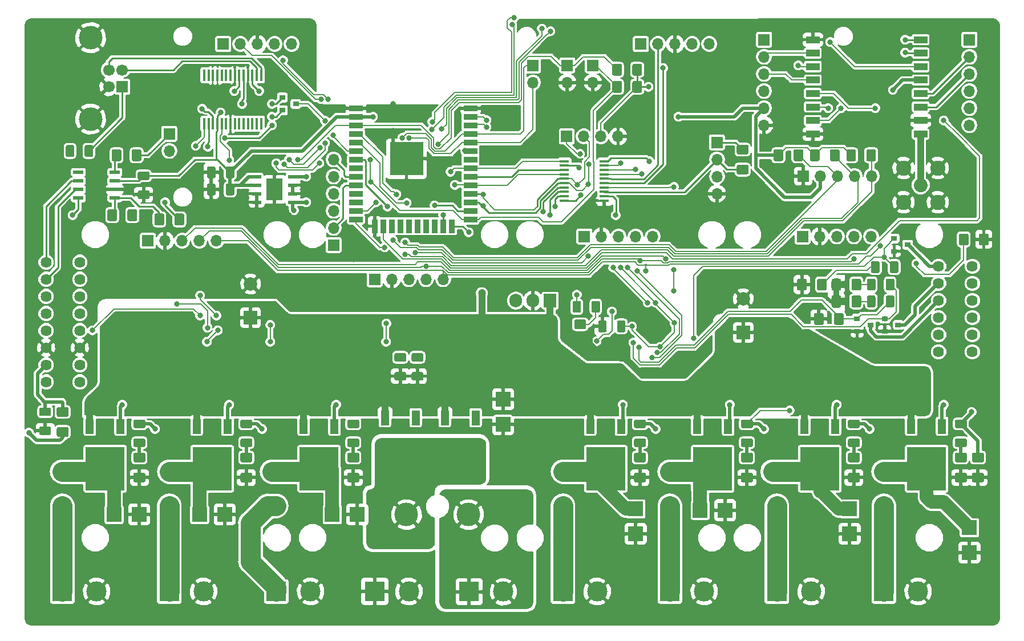
<source format=gbr>
G04 #@! TF.GenerationSoftware,KiCad,Pcbnew,5.0.2+dfsg1-1*
G04 #@! TF.CreationDate,2020-11-21T16:53:28+00:00*
G04 #@! TF.ProjectId,van,76616e2e-6b69-4636-9164-5f7063625858,rev?*
G04 #@! TF.SameCoordinates,Original*
G04 #@! TF.FileFunction,Copper,L1,Top*
G04 #@! TF.FilePolarity,Positive*
%FSLAX46Y46*%
G04 Gerber Fmt 4.6, Leading zero omitted, Abs format (unit mm)*
G04 Created by KiCad (PCBNEW 5.0.2+dfsg1-1) date Sat 21 Nov 2020 04:53:28 PM GMT*
%MOMM*%
%LPD*%
G01*
G04 APERTURE LIST*
G04 #@! TA.AperFunction,ComponentPad*
%ADD10R,1.700000X1.700000*%
G04 #@! TD*
G04 #@! TA.AperFunction,ComponentPad*
%ADD11O,1.700000X1.700000*%
G04 #@! TD*
G04 #@! TA.AperFunction,Conductor*
%ADD12C,0.100000*%
G04 #@! TD*
G04 #@! TA.AperFunction,SMDPad,CuDef*
%ADD13C,1.250000*%
G04 #@! TD*
G04 #@! TA.AperFunction,SMDPad,CuDef*
%ADD14R,0.900000X0.800000*%
G04 #@! TD*
G04 #@! TA.AperFunction,SMDPad,CuDef*
%ADD15C,1.425000*%
G04 #@! TD*
G04 #@! TA.AperFunction,ComponentPad*
%ADD16C,1.625600*%
G04 #@! TD*
G04 #@! TA.AperFunction,ComponentPad*
%ADD17R,1.905000X2.000000*%
G04 #@! TD*
G04 #@! TA.AperFunction,ComponentPad*
%ADD18O,1.905000X2.000000*%
G04 #@! TD*
G04 #@! TA.AperFunction,SMDPad,CuDef*
%ADD19R,1.371600X0.482600*%
G04 #@! TD*
G04 #@! TA.AperFunction,SMDPad,CuDef*
%ADD20R,2.413000X3.200400*%
G04 #@! TD*
G04 #@! TA.AperFunction,ComponentPad*
%ADD21C,2.000000*%
G04 #@! TD*
G04 #@! TA.AperFunction,ComponentPad*
%ADD22R,2.000000X2.000000*%
G04 #@! TD*
G04 #@! TA.AperFunction,ComponentPad*
%ADD23C,2.050000*%
G04 #@! TD*
G04 #@! TA.AperFunction,ComponentPad*
%ADD24C,2.250000*%
G04 #@! TD*
G04 #@! TA.AperFunction,ComponentPad*
%ADD25C,1.700000*%
G04 #@! TD*
G04 #@! TA.AperFunction,ComponentPad*
%ADD26C,3.500000*%
G04 #@! TD*
G04 #@! TA.AperFunction,SMDPad,CuDef*
%ADD27R,1.550000X0.600000*%
G04 #@! TD*
G04 #@! TA.AperFunction,SMDPad,CuDef*
%ADD28R,0.450000X1.750000*%
G04 #@! TD*
G04 #@! TA.AperFunction,SMDPad,CuDef*
%ADD29R,1.450000X0.450000*%
G04 #@! TD*
G04 #@! TA.AperFunction,SMDPad,CuDef*
%ADD30R,1.200000X2.200000*%
G04 #@! TD*
G04 #@! TA.AperFunction,SMDPad,CuDef*
%ADD31R,5.800000X6.400000*%
G04 #@! TD*
G04 #@! TA.AperFunction,SMDPad,CuDef*
%ADD32R,5.000000X5.000000*%
G04 #@! TD*
G04 #@! TA.AperFunction,SMDPad,CuDef*
%ADD33R,2.000000X0.900000*%
G04 #@! TD*
G04 #@! TA.AperFunction,SMDPad,CuDef*
%ADD34R,0.900000X2.000000*%
G04 #@! TD*
G04 #@! TA.AperFunction,SMDPad,CuDef*
%ADD35R,2.000000X1.000000*%
G04 #@! TD*
G04 #@! TA.AperFunction,ComponentPad*
%ADD36C,3.000000*%
G04 #@! TD*
G04 #@! TA.AperFunction,ComponentPad*
%ADD37R,3.000000X3.000000*%
G04 #@! TD*
G04 #@! TA.AperFunction,ComponentPad*
%ADD38R,1.574800X1.574800*%
G04 #@! TD*
G04 #@! TA.AperFunction,ComponentPad*
%ADD39C,1.574800*%
G04 #@! TD*
G04 #@! TA.AperFunction,SMDPad,CuDef*
%ADD40R,2.180400X2.210000*%
G04 #@! TD*
G04 #@! TA.AperFunction,SMDPad,CuDef*
%ADD41R,2.210000X2.180400*%
G04 #@! TD*
G04 #@! TA.AperFunction,ViaPad*
%ADD42C,0.800000*%
G04 #@! TD*
G04 #@! TA.AperFunction,ViaPad*
%ADD43C,1.200000*%
G04 #@! TD*
G04 #@! TA.AperFunction,Conductor*
%ADD44C,0.200000*%
G04 #@! TD*
G04 #@! TA.AperFunction,Conductor*
%ADD45C,0.250000*%
G04 #@! TD*
G04 #@! TA.AperFunction,Conductor*
%ADD46C,0.500000*%
G04 #@! TD*
G04 #@! TA.AperFunction,Conductor*
%ADD47C,3.000000*%
G04 #@! TD*
G04 #@! TA.AperFunction,Conductor*
%ADD48C,2.000000*%
G04 #@! TD*
G04 #@! TA.AperFunction,Conductor*
%ADD49C,1.000000*%
G04 #@! TD*
G04 #@! TA.AperFunction,Conductor*
%ADD50C,0.254000*%
G04 #@! TD*
G04 APERTURE END LIST*
D10*
G04 #@! TO.P,REF\002A\002A,1*
G04 #@! TO.N,+24V*
X115500000Y-113500000D03*
D11*
G04 #@! TO.P,REF\002A\002A,2*
X115500000Y-110960000D03*
G04 #@! TD*
G04 #@! TO.P,REF\002A\002A,2*
G04 #@! TO.N,+24V*
X86500000Y-110960000D03*
D10*
G04 #@! TO.P,REF\002A\002A,1*
X86500000Y-113500000D03*
G04 #@! TD*
G04 #@! TO.P,REF\002A\002A,1*
G04 #@! TO.N,+24V*
X145000000Y-113500000D03*
D11*
G04 #@! TO.P,REF\002A\002A,2*
X145000000Y-110960000D03*
G04 #@! TD*
D10*
G04 #@! TO.P,REF\002A\002A,1*
G04 #@! TO.N,+24V*
X192000000Y-113500000D03*
G04 #@! TD*
G04 #@! TO.P,REF\002A\002A,1*
G04 #@! TO.N,+24V*
X102750000Y-113500000D03*
D11*
G04 #@! TO.P,REF\002A\002A,2*
X102750000Y-110960000D03*
G04 #@! TD*
D10*
G04 #@! TO.P,REF\002A\002A,1*
G04 #@! TO.N,+24V*
X160250000Y-113500000D03*
D11*
G04 #@! TO.P,REF\002A\002A,2*
X160250000Y-110960000D03*
G04 #@! TD*
D12*
G04 #@! TO.N,GND*
G04 #@! TO.C,C24*
G36*
X150399504Y-100726204D02*
X150423773Y-100729804D01*
X150447571Y-100735765D01*
X150470671Y-100744030D01*
X150492849Y-100754520D01*
X150513893Y-100767133D01*
X150533598Y-100781747D01*
X150551777Y-100798223D01*
X150568253Y-100816402D01*
X150582867Y-100836107D01*
X150595480Y-100857151D01*
X150605970Y-100879329D01*
X150614235Y-100902429D01*
X150620196Y-100926227D01*
X150623796Y-100950496D01*
X150625000Y-100975000D01*
X150625000Y-102225000D01*
X150623796Y-102249504D01*
X150620196Y-102273773D01*
X150614235Y-102297571D01*
X150605970Y-102320671D01*
X150595480Y-102342849D01*
X150582867Y-102363893D01*
X150568253Y-102383598D01*
X150551777Y-102401777D01*
X150533598Y-102418253D01*
X150513893Y-102432867D01*
X150492849Y-102445480D01*
X150470671Y-102455970D01*
X150447571Y-102464235D01*
X150423773Y-102470196D01*
X150399504Y-102473796D01*
X150375000Y-102475000D01*
X149625000Y-102475000D01*
X149600496Y-102473796D01*
X149576227Y-102470196D01*
X149552429Y-102464235D01*
X149529329Y-102455970D01*
X149507151Y-102445480D01*
X149486107Y-102432867D01*
X149466402Y-102418253D01*
X149448223Y-102401777D01*
X149431747Y-102383598D01*
X149417133Y-102363893D01*
X149404520Y-102342849D01*
X149394030Y-102320671D01*
X149385765Y-102297571D01*
X149379804Y-102273773D01*
X149376204Y-102249504D01*
X149375000Y-102225000D01*
X149375000Y-100975000D01*
X149376204Y-100950496D01*
X149379804Y-100926227D01*
X149385765Y-100902429D01*
X149394030Y-100879329D01*
X149404520Y-100857151D01*
X149417133Y-100836107D01*
X149431747Y-100816402D01*
X149448223Y-100798223D01*
X149466402Y-100781747D01*
X149486107Y-100767133D01*
X149507151Y-100754520D01*
X149529329Y-100744030D01*
X149552429Y-100735765D01*
X149576227Y-100729804D01*
X149600496Y-100726204D01*
X149625000Y-100725000D01*
X150375000Y-100725000D01*
X150399504Y-100726204D01*
X150399504Y-100726204D01*
G37*
D13*
G04 #@! TD*
G04 #@! TO.P,C24,1*
G04 #@! TO.N,GND*
X150000000Y-101600000D03*
D12*
G04 #@! TO.N,+3V3*
G04 #@! TO.C,C24*
G36*
X153199504Y-100726204D02*
X153223773Y-100729804D01*
X153247571Y-100735765D01*
X153270671Y-100744030D01*
X153292849Y-100754520D01*
X153313893Y-100767133D01*
X153333598Y-100781747D01*
X153351777Y-100798223D01*
X153368253Y-100816402D01*
X153382867Y-100836107D01*
X153395480Y-100857151D01*
X153405970Y-100879329D01*
X153414235Y-100902429D01*
X153420196Y-100926227D01*
X153423796Y-100950496D01*
X153425000Y-100975000D01*
X153425000Y-102225000D01*
X153423796Y-102249504D01*
X153420196Y-102273773D01*
X153414235Y-102297571D01*
X153405970Y-102320671D01*
X153395480Y-102342849D01*
X153382867Y-102363893D01*
X153368253Y-102383598D01*
X153351777Y-102401777D01*
X153333598Y-102418253D01*
X153313893Y-102432867D01*
X153292849Y-102445480D01*
X153270671Y-102455970D01*
X153247571Y-102464235D01*
X153223773Y-102470196D01*
X153199504Y-102473796D01*
X153175000Y-102475000D01*
X152425000Y-102475000D01*
X152400496Y-102473796D01*
X152376227Y-102470196D01*
X152352429Y-102464235D01*
X152329329Y-102455970D01*
X152307151Y-102445480D01*
X152286107Y-102432867D01*
X152266402Y-102418253D01*
X152248223Y-102401777D01*
X152231747Y-102383598D01*
X152217133Y-102363893D01*
X152204520Y-102342849D01*
X152194030Y-102320671D01*
X152185765Y-102297571D01*
X152179804Y-102273773D01*
X152176204Y-102249504D01*
X152175000Y-102225000D01*
X152175000Y-100975000D01*
X152176204Y-100950496D01*
X152179804Y-100926227D01*
X152185765Y-100902429D01*
X152194030Y-100879329D01*
X152204520Y-100857151D01*
X152217133Y-100836107D01*
X152231747Y-100816402D01*
X152248223Y-100798223D01*
X152266402Y-100781747D01*
X152286107Y-100767133D01*
X152307151Y-100754520D01*
X152329329Y-100744030D01*
X152352429Y-100735765D01*
X152376227Y-100729804D01*
X152400496Y-100726204D01*
X152425000Y-100725000D01*
X153175000Y-100725000D01*
X153199504Y-100726204D01*
X153199504Y-100726204D01*
G37*
D13*
G04 #@! TD*
G04 #@! TO.P,C24,2*
G04 #@! TO.N,+3V3*
X152800000Y-101600000D03*
D10*
G04 #@! TO.P,J6,1*
G04 #@! TO.N,I2C_CLK*
X144700000Y-73400000D03*
D11*
G04 #@! TO.P,J6,2*
G04 #@! TO.N,I2C_SDA*
X147240000Y-73400000D03*
G04 #@! TO.P,J6,3*
G04 #@! TO.N,+3V3*
X149780000Y-73400000D03*
G04 #@! TO.P,J6,4*
G04 #@! TO.N,GND*
X152320000Y-73400000D03*
G04 #@! TD*
D10*
G04 #@! TO.P,J5,1*
G04 #@! TO.N,GPIO0*
X110109000Y-89535000D03*
D11*
G04 #@! TO.P,J5,2*
G04 #@! TO.N,Net-(J5-Pad2)*
X110109000Y-86995000D03*
G04 #@! TO.P,J5,3*
G04 #@! TO.N,Net-(J5-Pad3)*
X110109000Y-84455000D03*
G04 #@! TO.P,J5,4*
G04 #@! TO.N,Net-(J5-Pad4)*
X110109000Y-81915000D03*
G04 #@! TO.P,J5,5*
G04 #@! TO.N,Net-(J5-Pad5)*
X110109000Y-79375000D03*
G04 #@! TO.P,J5,6*
G04 #@! TO.N,Net-(J5-Pad6)*
X110109000Y-76835000D03*
G04 #@! TD*
D12*
G04 #@! TO.N,Net-(LED11-Pad1)*
G04 #@! TO.C,LED11*
G36*
X190299504Y-94526204D02*
X190323773Y-94529804D01*
X190347571Y-94535765D01*
X190370671Y-94544030D01*
X190392849Y-94554520D01*
X190413893Y-94567133D01*
X190433598Y-94581747D01*
X190451777Y-94598223D01*
X190468253Y-94616402D01*
X190482867Y-94636107D01*
X190495480Y-94657151D01*
X190505970Y-94679329D01*
X190514235Y-94702429D01*
X190520196Y-94726227D01*
X190523796Y-94750496D01*
X190525000Y-94775000D01*
X190525000Y-96025000D01*
X190523796Y-96049504D01*
X190520196Y-96073773D01*
X190514235Y-96097571D01*
X190505970Y-96120671D01*
X190495480Y-96142849D01*
X190482867Y-96163893D01*
X190468253Y-96183598D01*
X190451777Y-96201777D01*
X190433598Y-96218253D01*
X190413893Y-96232867D01*
X190392849Y-96245480D01*
X190370671Y-96255970D01*
X190347571Y-96264235D01*
X190323773Y-96270196D01*
X190299504Y-96273796D01*
X190275000Y-96275000D01*
X189525000Y-96275000D01*
X189500496Y-96273796D01*
X189476227Y-96270196D01*
X189452429Y-96264235D01*
X189429329Y-96255970D01*
X189407151Y-96245480D01*
X189386107Y-96232867D01*
X189366402Y-96218253D01*
X189348223Y-96201777D01*
X189331747Y-96183598D01*
X189317133Y-96163893D01*
X189304520Y-96142849D01*
X189294030Y-96120671D01*
X189285765Y-96097571D01*
X189279804Y-96073773D01*
X189276204Y-96049504D01*
X189275000Y-96025000D01*
X189275000Y-94775000D01*
X189276204Y-94750496D01*
X189279804Y-94726227D01*
X189285765Y-94702429D01*
X189294030Y-94679329D01*
X189304520Y-94657151D01*
X189317133Y-94636107D01*
X189331747Y-94616402D01*
X189348223Y-94598223D01*
X189366402Y-94581747D01*
X189386107Y-94567133D01*
X189407151Y-94554520D01*
X189429329Y-94544030D01*
X189452429Y-94535765D01*
X189476227Y-94529804D01*
X189500496Y-94526204D01*
X189525000Y-94525000D01*
X190275000Y-94525000D01*
X190299504Y-94526204D01*
X190299504Y-94526204D01*
G37*
D13*
G04 #@! TD*
G04 #@! TO.P,LED11,1*
G04 #@! TO.N,Net-(LED11-Pad1)*
X189900000Y-95400000D03*
D12*
G04 #@! TO.N,Net-(LED11-Pad2)*
G04 #@! TO.C,LED11*
G36*
X193099504Y-94526204D02*
X193123773Y-94529804D01*
X193147571Y-94535765D01*
X193170671Y-94544030D01*
X193192849Y-94554520D01*
X193213893Y-94567133D01*
X193233598Y-94581747D01*
X193251777Y-94598223D01*
X193268253Y-94616402D01*
X193282867Y-94636107D01*
X193295480Y-94657151D01*
X193305970Y-94679329D01*
X193314235Y-94702429D01*
X193320196Y-94726227D01*
X193323796Y-94750496D01*
X193325000Y-94775000D01*
X193325000Y-96025000D01*
X193323796Y-96049504D01*
X193320196Y-96073773D01*
X193314235Y-96097571D01*
X193305970Y-96120671D01*
X193295480Y-96142849D01*
X193282867Y-96163893D01*
X193268253Y-96183598D01*
X193251777Y-96201777D01*
X193233598Y-96218253D01*
X193213893Y-96232867D01*
X193192849Y-96245480D01*
X193170671Y-96255970D01*
X193147571Y-96264235D01*
X193123773Y-96270196D01*
X193099504Y-96273796D01*
X193075000Y-96275000D01*
X192325000Y-96275000D01*
X192300496Y-96273796D01*
X192276227Y-96270196D01*
X192252429Y-96264235D01*
X192229329Y-96255970D01*
X192207151Y-96245480D01*
X192186107Y-96232867D01*
X192166402Y-96218253D01*
X192148223Y-96201777D01*
X192131747Y-96183598D01*
X192117133Y-96163893D01*
X192104520Y-96142849D01*
X192094030Y-96120671D01*
X192085765Y-96097571D01*
X192079804Y-96073773D01*
X192076204Y-96049504D01*
X192075000Y-96025000D01*
X192075000Y-94775000D01*
X192076204Y-94750496D01*
X192079804Y-94726227D01*
X192085765Y-94702429D01*
X192094030Y-94679329D01*
X192104520Y-94657151D01*
X192117133Y-94636107D01*
X192131747Y-94616402D01*
X192148223Y-94598223D01*
X192166402Y-94581747D01*
X192186107Y-94567133D01*
X192207151Y-94554520D01*
X192229329Y-94544030D01*
X192252429Y-94535765D01*
X192276227Y-94529804D01*
X192300496Y-94526204D01*
X192325000Y-94525000D01*
X193075000Y-94525000D01*
X193099504Y-94526204D01*
X193099504Y-94526204D01*
G37*
D13*
G04 #@! TD*
G04 #@! TO.P,LED11,2*
G04 #@! TO.N,Net-(LED11-Pad2)*
X192700000Y-95400000D03*
D12*
G04 #@! TO.N,Net-(LED10-Pad2)*
G04 #@! TO.C,LED10*
G36*
X193099504Y-97026204D02*
X193123773Y-97029804D01*
X193147571Y-97035765D01*
X193170671Y-97044030D01*
X193192849Y-97054520D01*
X193213893Y-97067133D01*
X193233598Y-97081747D01*
X193251777Y-97098223D01*
X193268253Y-97116402D01*
X193282867Y-97136107D01*
X193295480Y-97157151D01*
X193305970Y-97179329D01*
X193314235Y-97202429D01*
X193320196Y-97226227D01*
X193323796Y-97250496D01*
X193325000Y-97275000D01*
X193325000Y-98525000D01*
X193323796Y-98549504D01*
X193320196Y-98573773D01*
X193314235Y-98597571D01*
X193305970Y-98620671D01*
X193295480Y-98642849D01*
X193282867Y-98663893D01*
X193268253Y-98683598D01*
X193251777Y-98701777D01*
X193233598Y-98718253D01*
X193213893Y-98732867D01*
X193192849Y-98745480D01*
X193170671Y-98755970D01*
X193147571Y-98764235D01*
X193123773Y-98770196D01*
X193099504Y-98773796D01*
X193075000Y-98775000D01*
X192325000Y-98775000D01*
X192300496Y-98773796D01*
X192276227Y-98770196D01*
X192252429Y-98764235D01*
X192229329Y-98755970D01*
X192207151Y-98745480D01*
X192186107Y-98732867D01*
X192166402Y-98718253D01*
X192148223Y-98701777D01*
X192131747Y-98683598D01*
X192117133Y-98663893D01*
X192104520Y-98642849D01*
X192094030Y-98620671D01*
X192085765Y-98597571D01*
X192079804Y-98573773D01*
X192076204Y-98549504D01*
X192075000Y-98525000D01*
X192075000Y-97275000D01*
X192076204Y-97250496D01*
X192079804Y-97226227D01*
X192085765Y-97202429D01*
X192094030Y-97179329D01*
X192104520Y-97157151D01*
X192117133Y-97136107D01*
X192131747Y-97116402D01*
X192148223Y-97098223D01*
X192166402Y-97081747D01*
X192186107Y-97067133D01*
X192207151Y-97054520D01*
X192229329Y-97044030D01*
X192252429Y-97035765D01*
X192276227Y-97029804D01*
X192300496Y-97026204D01*
X192325000Y-97025000D01*
X193075000Y-97025000D01*
X193099504Y-97026204D01*
X193099504Y-97026204D01*
G37*
D13*
G04 #@! TD*
G04 #@! TO.P,LED10,2*
G04 #@! TO.N,Net-(LED10-Pad2)*
X192700000Y-97900000D03*
D12*
G04 #@! TO.N,Net-(LED10-Pad1)*
G04 #@! TO.C,LED10*
G36*
X190299504Y-97026204D02*
X190323773Y-97029804D01*
X190347571Y-97035765D01*
X190370671Y-97044030D01*
X190392849Y-97054520D01*
X190413893Y-97067133D01*
X190433598Y-97081747D01*
X190451777Y-97098223D01*
X190468253Y-97116402D01*
X190482867Y-97136107D01*
X190495480Y-97157151D01*
X190505970Y-97179329D01*
X190514235Y-97202429D01*
X190520196Y-97226227D01*
X190523796Y-97250496D01*
X190525000Y-97275000D01*
X190525000Y-98525000D01*
X190523796Y-98549504D01*
X190520196Y-98573773D01*
X190514235Y-98597571D01*
X190505970Y-98620671D01*
X190495480Y-98642849D01*
X190482867Y-98663893D01*
X190468253Y-98683598D01*
X190451777Y-98701777D01*
X190433598Y-98718253D01*
X190413893Y-98732867D01*
X190392849Y-98745480D01*
X190370671Y-98755970D01*
X190347571Y-98764235D01*
X190323773Y-98770196D01*
X190299504Y-98773796D01*
X190275000Y-98775000D01*
X189525000Y-98775000D01*
X189500496Y-98773796D01*
X189476227Y-98770196D01*
X189452429Y-98764235D01*
X189429329Y-98755970D01*
X189407151Y-98745480D01*
X189386107Y-98732867D01*
X189366402Y-98718253D01*
X189348223Y-98701777D01*
X189331747Y-98683598D01*
X189317133Y-98663893D01*
X189304520Y-98642849D01*
X189294030Y-98620671D01*
X189285765Y-98597571D01*
X189279804Y-98573773D01*
X189276204Y-98549504D01*
X189275000Y-98525000D01*
X189275000Y-97275000D01*
X189276204Y-97250496D01*
X189279804Y-97226227D01*
X189285765Y-97202429D01*
X189294030Y-97179329D01*
X189304520Y-97157151D01*
X189317133Y-97136107D01*
X189331747Y-97116402D01*
X189348223Y-97098223D01*
X189366402Y-97081747D01*
X189386107Y-97067133D01*
X189407151Y-97054520D01*
X189429329Y-97044030D01*
X189452429Y-97035765D01*
X189476227Y-97029804D01*
X189500496Y-97026204D01*
X189525000Y-97025000D01*
X190275000Y-97025000D01*
X190299504Y-97026204D01*
X190299504Y-97026204D01*
G37*
D13*
G04 #@! TD*
G04 #@! TO.P,LED10,1*
G04 #@! TO.N,Net-(LED10-Pad1)*
X189900000Y-97900000D03*
D12*
G04 #@! TO.N,Net-(LED12-Pad1)*
G04 #@! TO.C,LED12*
G36*
X190899504Y-91926204D02*
X190923773Y-91929804D01*
X190947571Y-91935765D01*
X190970671Y-91944030D01*
X190992849Y-91954520D01*
X191013893Y-91967133D01*
X191033598Y-91981747D01*
X191051777Y-91998223D01*
X191068253Y-92016402D01*
X191082867Y-92036107D01*
X191095480Y-92057151D01*
X191105970Y-92079329D01*
X191114235Y-92102429D01*
X191120196Y-92126227D01*
X191123796Y-92150496D01*
X191125000Y-92175000D01*
X191125000Y-93425000D01*
X191123796Y-93449504D01*
X191120196Y-93473773D01*
X191114235Y-93497571D01*
X191105970Y-93520671D01*
X191095480Y-93542849D01*
X191082867Y-93563893D01*
X191068253Y-93583598D01*
X191051777Y-93601777D01*
X191033598Y-93618253D01*
X191013893Y-93632867D01*
X190992849Y-93645480D01*
X190970671Y-93655970D01*
X190947571Y-93664235D01*
X190923773Y-93670196D01*
X190899504Y-93673796D01*
X190875000Y-93675000D01*
X190125000Y-93675000D01*
X190100496Y-93673796D01*
X190076227Y-93670196D01*
X190052429Y-93664235D01*
X190029329Y-93655970D01*
X190007151Y-93645480D01*
X189986107Y-93632867D01*
X189966402Y-93618253D01*
X189948223Y-93601777D01*
X189931747Y-93583598D01*
X189917133Y-93563893D01*
X189904520Y-93542849D01*
X189894030Y-93520671D01*
X189885765Y-93497571D01*
X189879804Y-93473773D01*
X189876204Y-93449504D01*
X189875000Y-93425000D01*
X189875000Y-92175000D01*
X189876204Y-92150496D01*
X189879804Y-92126227D01*
X189885765Y-92102429D01*
X189894030Y-92079329D01*
X189904520Y-92057151D01*
X189917133Y-92036107D01*
X189931747Y-92016402D01*
X189948223Y-91998223D01*
X189966402Y-91981747D01*
X189986107Y-91967133D01*
X190007151Y-91954520D01*
X190029329Y-91944030D01*
X190052429Y-91935765D01*
X190076227Y-91929804D01*
X190100496Y-91926204D01*
X190125000Y-91925000D01*
X190875000Y-91925000D01*
X190899504Y-91926204D01*
X190899504Y-91926204D01*
G37*
D13*
G04 #@! TD*
G04 #@! TO.P,LED12,1*
G04 #@! TO.N,Net-(LED12-Pad1)*
X190500000Y-92800000D03*
D12*
G04 #@! TO.N,Net-(LED12-Pad2)*
G04 #@! TO.C,LED12*
G36*
X193699504Y-91926204D02*
X193723773Y-91929804D01*
X193747571Y-91935765D01*
X193770671Y-91944030D01*
X193792849Y-91954520D01*
X193813893Y-91967133D01*
X193833598Y-91981747D01*
X193851777Y-91998223D01*
X193868253Y-92016402D01*
X193882867Y-92036107D01*
X193895480Y-92057151D01*
X193905970Y-92079329D01*
X193914235Y-92102429D01*
X193920196Y-92126227D01*
X193923796Y-92150496D01*
X193925000Y-92175000D01*
X193925000Y-93425000D01*
X193923796Y-93449504D01*
X193920196Y-93473773D01*
X193914235Y-93497571D01*
X193905970Y-93520671D01*
X193895480Y-93542849D01*
X193882867Y-93563893D01*
X193868253Y-93583598D01*
X193851777Y-93601777D01*
X193833598Y-93618253D01*
X193813893Y-93632867D01*
X193792849Y-93645480D01*
X193770671Y-93655970D01*
X193747571Y-93664235D01*
X193723773Y-93670196D01*
X193699504Y-93673796D01*
X193675000Y-93675000D01*
X192925000Y-93675000D01*
X192900496Y-93673796D01*
X192876227Y-93670196D01*
X192852429Y-93664235D01*
X192829329Y-93655970D01*
X192807151Y-93645480D01*
X192786107Y-93632867D01*
X192766402Y-93618253D01*
X192748223Y-93601777D01*
X192731747Y-93583598D01*
X192717133Y-93563893D01*
X192704520Y-93542849D01*
X192694030Y-93520671D01*
X192685765Y-93497571D01*
X192679804Y-93473773D01*
X192676204Y-93449504D01*
X192675000Y-93425000D01*
X192675000Y-92175000D01*
X192676204Y-92150496D01*
X192679804Y-92126227D01*
X192685765Y-92102429D01*
X192694030Y-92079329D01*
X192704520Y-92057151D01*
X192717133Y-92036107D01*
X192731747Y-92016402D01*
X192748223Y-91998223D01*
X192766402Y-91981747D01*
X192786107Y-91967133D01*
X192807151Y-91954520D01*
X192829329Y-91944030D01*
X192852429Y-91935765D01*
X192876227Y-91929804D01*
X192900496Y-91926204D01*
X192925000Y-91925000D01*
X193675000Y-91925000D01*
X193699504Y-91926204D01*
X193699504Y-91926204D01*
G37*
D13*
G04 #@! TD*
G04 #@! TO.P,LED12,2*
G04 #@! TO.N,Net-(LED12-Pad2)*
X193300000Y-92800000D03*
D14*
G04 #@! TO.P,Q21,1*
G04 #@! TO.N,Net-(LED12-Pad2)*
X193300000Y-88550000D03*
G04 #@! TO.P,Q21,2*
G04 #@! TO.N,GND*
X193300000Y-90450000D03*
G04 #@! TO.P,Q21,3*
G04 #@! TO.N,SPARE_OUT_3*
X195300000Y-89500000D03*
G04 #@! TD*
G04 #@! TO.P,Q20,3*
G04 #@! TO.N,SPARE_OUT_2*
X193900000Y-101400000D03*
G04 #@! TO.P,Q20,2*
G04 #@! TO.N,GND*
X191900000Y-102350000D03*
G04 #@! TO.P,Q20,1*
G04 #@! TO.N,Net-(LED11-Pad2)*
X191900000Y-100450000D03*
G04 #@! TD*
G04 #@! TO.P,Q19,1*
G04 #@! TO.N,Net-(LED10-Pad2)*
X187800000Y-100450000D03*
G04 #@! TO.P,Q19,2*
G04 #@! TO.N,GND*
X187800000Y-102350000D03*
G04 #@! TO.P,Q19,3*
G04 #@! TO.N,SPARE_OUT_1*
X189800000Y-101400000D03*
G04 #@! TD*
D12*
G04 #@! TO.N,Net-(LED10-Pad1)*
G04 #@! TO.C,R69*
G36*
X188174504Y-97026204D02*
X188198773Y-97029804D01*
X188222571Y-97035765D01*
X188245671Y-97044030D01*
X188267849Y-97054520D01*
X188288893Y-97067133D01*
X188308598Y-97081747D01*
X188326777Y-97098223D01*
X188343253Y-97116402D01*
X188357867Y-97136107D01*
X188370480Y-97157151D01*
X188380970Y-97179329D01*
X188389235Y-97202429D01*
X188395196Y-97226227D01*
X188398796Y-97250496D01*
X188400000Y-97275000D01*
X188400000Y-98525000D01*
X188398796Y-98549504D01*
X188395196Y-98573773D01*
X188389235Y-98597571D01*
X188380970Y-98620671D01*
X188370480Y-98642849D01*
X188357867Y-98663893D01*
X188343253Y-98683598D01*
X188326777Y-98701777D01*
X188308598Y-98718253D01*
X188288893Y-98732867D01*
X188267849Y-98745480D01*
X188245671Y-98755970D01*
X188222571Y-98764235D01*
X188198773Y-98770196D01*
X188174504Y-98773796D01*
X188150000Y-98775000D01*
X187225000Y-98775000D01*
X187200496Y-98773796D01*
X187176227Y-98770196D01*
X187152429Y-98764235D01*
X187129329Y-98755970D01*
X187107151Y-98745480D01*
X187086107Y-98732867D01*
X187066402Y-98718253D01*
X187048223Y-98701777D01*
X187031747Y-98683598D01*
X187017133Y-98663893D01*
X187004520Y-98642849D01*
X186994030Y-98620671D01*
X186985765Y-98597571D01*
X186979804Y-98573773D01*
X186976204Y-98549504D01*
X186975000Y-98525000D01*
X186975000Y-97275000D01*
X186976204Y-97250496D01*
X186979804Y-97226227D01*
X186985765Y-97202429D01*
X186994030Y-97179329D01*
X187004520Y-97157151D01*
X187017133Y-97136107D01*
X187031747Y-97116402D01*
X187048223Y-97098223D01*
X187066402Y-97081747D01*
X187086107Y-97067133D01*
X187107151Y-97054520D01*
X187129329Y-97044030D01*
X187152429Y-97035765D01*
X187176227Y-97029804D01*
X187200496Y-97026204D01*
X187225000Y-97025000D01*
X188150000Y-97025000D01*
X188174504Y-97026204D01*
X188174504Y-97026204D01*
G37*
D15*
G04 #@! TD*
G04 #@! TO.P,R69,2*
G04 #@! TO.N,Net-(LED10-Pad1)*
X187687500Y-97900000D03*
D12*
G04 #@! TO.N,GND*
G04 #@! TO.C,R69*
G36*
X185200069Y-97026201D02*
X185224276Y-97029792D01*
X185248015Y-97035738D01*
X185271057Y-97043982D01*
X185293180Y-97054446D01*
X185314171Y-97067027D01*
X185333827Y-97081605D01*
X185351960Y-97098040D01*
X185368395Y-97116173D01*
X185382973Y-97135829D01*
X185395554Y-97156820D01*
X185406018Y-97178943D01*
X185414262Y-97201985D01*
X185420208Y-97225724D01*
X185423799Y-97249931D01*
X185425000Y-97274374D01*
X185425000Y-98525626D01*
X185423799Y-98550069D01*
X185420208Y-98574276D01*
X185414262Y-98598015D01*
X185406018Y-98621057D01*
X185395554Y-98643180D01*
X185382973Y-98664171D01*
X185368395Y-98683827D01*
X185351960Y-98701960D01*
X185333827Y-98718395D01*
X185314171Y-98732973D01*
X185293180Y-98745554D01*
X185271057Y-98756018D01*
X185248015Y-98764262D01*
X185224276Y-98770208D01*
X185200069Y-98773799D01*
X185175626Y-98775000D01*
X184249374Y-98775000D01*
X184224931Y-98773799D01*
X184200724Y-98770208D01*
X184176985Y-98764262D01*
X184153943Y-98756018D01*
X184131820Y-98745554D01*
X184110829Y-98732973D01*
X184091173Y-98718395D01*
X184073040Y-98701960D01*
X184056605Y-98683827D01*
X184042027Y-98664171D01*
X184029446Y-98643180D01*
X184018982Y-98621057D01*
X184010738Y-98598015D01*
X184004792Y-98574276D01*
X184001201Y-98550069D01*
X184000000Y-98525626D01*
X184000000Y-97274374D01*
X184001201Y-97249931D01*
X184004792Y-97225724D01*
X184010738Y-97201985D01*
X184018982Y-97178943D01*
X184029446Y-97156820D01*
X184042027Y-97135829D01*
X184056605Y-97116173D01*
X184073040Y-97098040D01*
X184091173Y-97081605D01*
X184110829Y-97067027D01*
X184131820Y-97054446D01*
X184153943Y-97043982D01*
X184176985Y-97035738D01*
X184200724Y-97029792D01*
X184224931Y-97026201D01*
X184249374Y-97025000D01*
X185175626Y-97025000D01*
X185200069Y-97026201D01*
X185200069Y-97026201D01*
G37*
D15*
G04 #@! TD*
G04 #@! TO.P,R69,1*
G04 #@! TO.N,GND*
X184712500Y-97900000D03*
D12*
G04 #@! TO.N,Net-(LED10-Pad2)*
G04 #@! TO.C,R65*
G36*
X185574504Y-99626204D02*
X185598773Y-99629804D01*
X185622571Y-99635765D01*
X185645671Y-99644030D01*
X185667849Y-99654520D01*
X185688893Y-99667133D01*
X185708598Y-99681747D01*
X185726777Y-99698223D01*
X185743253Y-99716402D01*
X185757867Y-99736107D01*
X185770480Y-99757151D01*
X185780970Y-99779329D01*
X185789235Y-99802429D01*
X185795196Y-99826227D01*
X185798796Y-99850496D01*
X185800000Y-99875000D01*
X185800000Y-101125000D01*
X185798796Y-101149504D01*
X185795196Y-101173773D01*
X185789235Y-101197571D01*
X185780970Y-101220671D01*
X185770480Y-101242849D01*
X185757867Y-101263893D01*
X185743253Y-101283598D01*
X185726777Y-101301777D01*
X185708598Y-101318253D01*
X185688893Y-101332867D01*
X185667849Y-101345480D01*
X185645671Y-101355970D01*
X185622571Y-101364235D01*
X185598773Y-101370196D01*
X185574504Y-101373796D01*
X185550000Y-101375000D01*
X184625000Y-101375000D01*
X184600496Y-101373796D01*
X184576227Y-101370196D01*
X184552429Y-101364235D01*
X184529329Y-101355970D01*
X184507151Y-101345480D01*
X184486107Y-101332867D01*
X184466402Y-101318253D01*
X184448223Y-101301777D01*
X184431747Y-101283598D01*
X184417133Y-101263893D01*
X184404520Y-101242849D01*
X184394030Y-101220671D01*
X184385765Y-101197571D01*
X184379804Y-101173773D01*
X184376204Y-101149504D01*
X184375000Y-101125000D01*
X184375000Y-99875000D01*
X184376204Y-99850496D01*
X184379804Y-99826227D01*
X184385765Y-99802429D01*
X184394030Y-99779329D01*
X184404520Y-99757151D01*
X184417133Y-99736107D01*
X184431747Y-99716402D01*
X184448223Y-99698223D01*
X184466402Y-99681747D01*
X184486107Y-99667133D01*
X184507151Y-99654520D01*
X184529329Y-99644030D01*
X184552429Y-99635765D01*
X184576227Y-99629804D01*
X184600496Y-99626204D01*
X184625000Y-99625000D01*
X185550000Y-99625000D01*
X185574504Y-99626204D01*
X185574504Y-99626204D01*
G37*
D15*
G04 #@! TD*
G04 #@! TO.P,R65,1*
G04 #@! TO.N,Net-(LED10-Pad2)*
X185087500Y-100500000D03*
D12*
G04 #@! TO.N,GND*
G04 #@! TO.C,R65*
G36*
X182599504Y-99626204D02*
X182623773Y-99629804D01*
X182647571Y-99635765D01*
X182670671Y-99644030D01*
X182692849Y-99654520D01*
X182713893Y-99667133D01*
X182733598Y-99681747D01*
X182751777Y-99698223D01*
X182768253Y-99716402D01*
X182782867Y-99736107D01*
X182795480Y-99757151D01*
X182805970Y-99779329D01*
X182814235Y-99802429D01*
X182820196Y-99826227D01*
X182823796Y-99850496D01*
X182825000Y-99875000D01*
X182825000Y-101125000D01*
X182823796Y-101149504D01*
X182820196Y-101173773D01*
X182814235Y-101197571D01*
X182805970Y-101220671D01*
X182795480Y-101242849D01*
X182782867Y-101263893D01*
X182768253Y-101283598D01*
X182751777Y-101301777D01*
X182733598Y-101318253D01*
X182713893Y-101332867D01*
X182692849Y-101345480D01*
X182670671Y-101355970D01*
X182647571Y-101364235D01*
X182623773Y-101370196D01*
X182599504Y-101373796D01*
X182575000Y-101375000D01*
X181650000Y-101375000D01*
X181625496Y-101373796D01*
X181601227Y-101370196D01*
X181577429Y-101364235D01*
X181554329Y-101355970D01*
X181532151Y-101345480D01*
X181511107Y-101332867D01*
X181491402Y-101318253D01*
X181473223Y-101301777D01*
X181456747Y-101283598D01*
X181442133Y-101263893D01*
X181429520Y-101242849D01*
X181419030Y-101220671D01*
X181410765Y-101197571D01*
X181404804Y-101173773D01*
X181401204Y-101149504D01*
X181400000Y-101125000D01*
X181400000Y-99875000D01*
X181401204Y-99850496D01*
X181404804Y-99826227D01*
X181410765Y-99802429D01*
X181419030Y-99779329D01*
X181429520Y-99757151D01*
X181442133Y-99736107D01*
X181456747Y-99716402D01*
X181473223Y-99698223D01*
X181491402Y-99681747D01*
X181511107Y-99667133D01*
X181532151Y-99654520D01*
X181554329Y-99644030D01*
X181577429Y-99635765D01*
X181601227Y-99629804D01*
X181625496Y-99626204D01*
X181650000Y-99625000D01*
X182575000Y-99625000D01*
X182599504Y-99626204D01*
X182599504Y-99626204D01*
G37*
D15*
G04 #@! TD*
G04 #@! TO.P,R65,2*
G04 #@! TO.N,GND*
X182112500Y-100500000D03*
D12*
G04 #@! TO.N,Net-(LED11-Pad1)*
G04 #@! TO.C,R77*
G36*
X188174504Y-94526204D02*
X188198773Y-94529804D01*
X188222571Y-94535765D01*
X188245671Y-94544030D01*
X188267849Y-94554520D01*
X188288893Y-94567133D01*
X188308598Y-94581747D01*
X188326777Y-94598223D01*
X188343253Y-94616402D01*
X188357867Y-94636107D01*
X188370480Y-94657151D01*
X188380970Y-94679329D01*
X188389235Y-94702429D01*
X188395196Y-94726227D01*
X188398796Y-94750496D01*
X188400000Y-94775000D01*
X188400000Y-96025000D01*
X188398796Y-96049504D01*
X188395196Y-96073773D01*
X188389235Y-96097571D01*
X188380970Y-96120671D01*
X188370480Y-96142849D01*
X188357867Y-96163893D01*
X188343253Y-96183598D01*
X188326777Y-96201777D01*
X188308598Y-96218253D01*
X188288893Y-96232867D01*
X188267849Y-96245480D01*
X188245671Y-96255970D01*
X188222571Y-96264235D01*
X188198773Y-96270196D01*
X188174504Y-96273796D01*
X188150000Y-96275000D01*
X187225000Y-96275000D01*
X187200496Y-96273796D01*
X187176227Y-96270196D01*
X187152429Y-96264235D01*
X187129329Y-96255970D01*
X187107151Y-96245480D01*
X187086107Y-96232867D01*
X187066402Y-96218253D01*
X187048223Y-96201777D01*
X187031747Y-96183598D01*
X187017133Y-96163893D01*
X187004520Y-96142849D01*
X186994030Y-96120671D01*
X186985765Y-96097571D01*
X186979804Y-96073773D01*
X186976204Y-96049504D01*
X186975000Y-96025000D01*
X186975000Y-94775000D01*
X186976204Y-94750496D01*
X186979804Y-94726227D01*
X186985765Y-94702429D01*
X186994030Y-94679329D01*
X187004520Y-94657151D01*
X187017133Y-94636107D01*
X187031747Y-94616402D01*
X187048223Y-94598223D01*
X187066402Y-94581747D01*
X187086107Y-94567133D01*
X187107151Y-94554520D01*
X187129329Y-94544030D01*
X187152429Y-94535765D01*
X187176227Y-94529804D01*
X187200496Y-94526204D01*
X187225000Y-94525000D01*
X188150000Y-94525000D01*
X188174504Y-94526204D01*
X188174504Y-94526204D01*
G37*
D15*
G04 #@! TD*
G04 #@! TO.P,R77,2*
G04 #@! TO.N,Net-(LED11-Pad1)*
X187687500Y-95400000D03*
D12*
G04 #@! TO.N,GND*
G04 #@! TO.C,R77*
G36*
X185200069Y-94526201D02*
X185224276Y-94529792D01*
X185248015Y-94535738D01*
X185271057Y-94543982D01*
X185293180Y-94554446D01*
X185314171Y-94567027D01*
X185333827Y-94581605D01*
X185351960Y-94598040D01*
X185368395Y-94616173D01*
X185382973Y-94635829D01*
X185395554Y-94656820D01*
X185406018Y-94678943D01*
X185414262Y-94701985D01*
X185420208Y-94725724D01*
X185423799Y-94749931D01*
X185425000Y-94774374D01*
X185425000Y-96025626D01*
X185423799Y-96050069D01*
X185420208Y-96074276D01*
X185414262Y-96098015D01*
X185406018Y-96121057D01*
X185395554Y-96143180D01*
X185382973Y-96164171D01*
X185368395Y-96183827D01*
X185351960Y-96201960D01*
X185333827Y-96218395D01*
X185314171Y-96232973D01*
X185293180Y-96245554D01*
X185271057Y-96256018D01*
X185248015Y-96264262D01*
X185224276Y-96270208D01*
X185200069Y-96273799D01*
X185175626Y-96275000D01*
X184249374Y-96275000D01*
X184224931Y-96273799D01*
X184200724Y-96270208D01*
X184176985Y-96264262D01*
X184153943Y-96256018D01*
X184131820Y-96245554D01*
X184110829Y-96232973D01*
X184091173Y-96218395D01*
X184073040Y-96201960D01*
X184056605Y-96183827D01*
X184042027Y-96164171D01*
X184029446Y-96143180D01*
X184018982Y-96121057D01*
X184010738Y-96098015D01*
X184004792Y-96074276D01*
X184001201Y-96050069D01*
X184000000Y-96025626D01*
X184000000Y-94774374D01*
X184001201Y-94749931D01*
X184004792Y-94725724D01*
X184010738Y-94701985D01*
X184018982Y-94678943D01*
X184029446Y-94656820D01*
X184042027Y-94635829D01*
X184056605Y-94616173D01*
X184073040Y-94598040D01*
X184091173Y-94581605D01*
X184110829Y-94567027D01*
X184131820Y-94554446D01*
X184153943Y-94543982D01*
X184176985Y-94535738D01*
X184200724Y-94529792D01*
X184224931Y-94526201D01*
X184249374Y-94525000D01*
X185175626Y-94525000D01*
X185200069Y-94526201D01*
X185200069Y-94526201D01*
G37*
D15*
G04 #@! TD*
G04 #@! TO.P,R77,1*
G04 #@! TO.N,GND*
X184712500Y-95400000D03*
D12*
G04 #@! TO.N,Net-(LED12-Pad2)*
G04 #@! TO.C,R81*
G36*
X204099504Y-87826204D02*
X204123773Y-87829804D01*
X204147571Y-87835765D01*
X204170671Y-87844030D01*
X204192849Y-87854520D01*
X204213893Y-87867133D01*
X204233598Y-87881747D01*
X204251777Y-87898223D01*
X204268253Y-87916402D01*
X204282867Y-87936107D01*
X204295480Y-87957151D01*
X204305970Y-87979329D01*
X204314235Y-88002429D01*
X204320196Y-88026227D01*
X204323796Y-88050496D01*
X204325000Y-88075000D01*
X204325000Y-89325000D01*
X204323796Y-89349504D01*
X204320196Y-89373773D01*
X204314235Y-89397571D01*
X204305970Y-89420671D01*
X204295480Y-89442849D01*
X204282867Y-89463893D01*
X204268253Y-89483598D01*
X204251777Y-89501777D01*
X204233598Y-89518253D01*
X204213893Y-89532867D01*
X204192849Y-89545480D01*
X204170671Y-89555970D01*
X204147571Y-89564235D01*
X204123773Y-89570196D01*
X204099504Y-89573796D01*
X204075000Y-89575000D01*
X203150000Y-89575000D01*
X203125496Y-89573796D01*
X203101227Y-89570196D01*
X203077429Y-89564235D01*
X203054329Y-89555970D01*
X203032151Y-89545480D01*
X203011107Y-89532867D01*
X202991402Y-89518253D01*
X202973223Y-89501777D01*
X202956747Y-89483598D01*
X202942133Y-89463893D01*
X202929520Y-89442849D01*
X202919030Y-89420671D01*
X202910765Y-89397571D01*
X202904804Y-89373773D01*
X202901204Y-89349504D01*
X202900000Y-89325000D01*
X202900000Y-88075000D01*
X202901204Y-88050496D01*
X202904804Y-88026227D01*
X202910765Y-88002429D01*
X202919030Y-87979329D01*
X202929520Y-87957151D01*
X202942133Y-87936107D01*
X202956747Y-87916402D01*
X202973223Y-87898223D01*
X202991402Y-87881747D01*
X203011107Y-87867133D01*
X203032151Y-87854520D01*
X203054329Y-87844030D01*
X203077429Y-87835765D01*
X203101227Y-87829804D01*
X203125496Y-87826204D01*
X203150000Y-87825000D01*
X204075000Y-87825000D01*
X204099504Y-87826204D01*
X204099504Y-87826204D01*
G37*
D15*
G04 #@! TD*
G04 #@! TO.P,R81,1*
G04 #@! TO.N,Net-(LED12-Pad2)*
X203612500Y-88700000D03*
D12*
G04 #@! TO.N,GND*
G04 #@! TO.C,R81*
G36*
X207074504Y-87826204D02*
X207098773Y-87829804D01*
X207122571Y-87835765D01*
X207145671Y-87844030D01*
X207167849Y-87854520D01*
X207188893Y-87867133D01*
X207208598Y-87881747D01*
X207226777Y-87898223D01*
X207243253Y-87916402D01*
X207257867Y-87936107D01*
X207270480Y-87957151D01*
X207280970Y-87979329D01*
X207289235Y-88002429D01*
X207295196Y-88026227D01*
X207298796Y-88050496D01*
X207300000Y-88075000D01*
X207300000Y-89325000D01*
X207298796Y-89349504D01*
X207295196Y-89373773D01*
X207289235Y-89397571D01*
X207280970Y-89420671D01*
X207270480Y-89442849D01*
X207257867Y-89463893D01*
X207243253Y-89483598D01*
X207226777Y-89501777D01*
X207208598Y-89518253D01*
X207188893Y-89532867D01*
X207167849Y-89545480D01*
X207145671Y-89555970D01*
X207122571Y-89564235D01*
X207098773Y-89570196D01*
X207074504Y-89573796D01*
X207050000Y-89575000D01*
X206125000Y-89575000D01*
X206100496Y-89573796D01*
X206076227Y-89570196D01*
X206052429Y-89564235D01*
X206029329Y-89555970D01*
X206007151Y-89545480D01*
X205986107Y-89532867D01*
X205966402Y-89518253D01*
X205948223Y-89501777D01*
X205931747Y-89483598D01*
X205917133Y-89463893D01*
X205904520Y-89442849D01*
X205894030Y-89420671D01*
X205885765Y-89397571D01*
X205879804Y-89373773D01*
X205876204Y-89349504D01*
X205875000Y-89325000D01*
X205875000Y-88075000D01*
X205876204Y-88050496D01*
X205879804Y-88026227D01*
X205885765Y-88002429D01*
X205894030Y-87979329D01*
X205904520Y-87957151D01*
X205917133Y-87936107D01*
X205931747Y-87916402D01*
X205948223Y-87898223D01*
X205966402Y-87881747D01*
X205986107Y-87867133D01*
X206007151Y-87854520D01*
X206029329Y-87844030D01*
X206052429Y-87835765D01*
X206076227Y-87829804D01*
X206100496Y-87826204D01*
X206125000Y-87825000D01*
X207050000Y-87825000D01*
X207074504Y-87826204D01*
X207074504Y-87826204D01*
G37*
D15*
G04 #@! TD*
G04 #@! TO.P,R81,2*
G04 #@! TO.N,GND*
X206587500Y-88700000D03*
D12*
G04 #@! TO.N,Net-(LED12-Pad1)*
G04 #@! TO.C,R82*
G36*
X183074504Y-94526204D02*
X183098773Y-94529804D01*
X183122571Y-94535765D01*
X183145671Y-94544030D01*
X183167849Y-94554520D01*
X183188893Y-94567133D01*
X183208598Y-94581747D01*
X183226777Y-94598223D01*
X183243253Y-94616402D01*
X183257867Y-94636107D01*
X183270480Y-94657151D01*
X183280970Y-94679329D01*
X183289235Y-94702429D01*
X183295196Y-94726227D01*
X183298796Y-94750496D01*
X183300000Y-94775000D01*
X183300000Y-96025000D01*
X183298796Y-96049504D01*
X183295196Y-96073773D01*
X183289235Y-96097571D01*
X183280970Y-96120671D01*
X183270480Y-96142849D01*
X183257867Y-96163893D01*
X183243253Y-96183598D01*
X183226777Y-96201777D01*
X183208598Y-96218253D01*
X183188893Y-96232867D01*
X183167849Y-96245480D01*
X183145671Y-96255970D01*
X183122571Y-96264235D01*
X183098773Y-96270196D01*
X183074504Y-96273796D01*
X183050000Y-96275000D01*
X182125000Y-96275000D01*
X182100496Y-96273796D01*
X182076227Y-96270196D01*
X182052429Y-96264235D01*
X182029329Y-96255970D01*
X182007151Y-96245480D01*
X181986107Y-96232867D01*
X181966402Y-96218253D01*
X181948223Y-96201777D01*
X181931747Y-96183598D01*
X181917133Y-96163893D01*
X181904520Y-96142849D01*
X181894030Y-96120671D01*
X181885765Y-96097571D01*
X181879804Y-96073773D01*
X181876204Y-96049504D01*
X181875000Y-96025000D01*
X181875000Y-94775000D01*
X181876204Y-94750496D01*
X181879804Y-94726227D01*
X181885765Y-94702429D01*
X181894030Y-94679329D01*
X181904520Y-94657151D01*
X181917133Y-94636107D01*
X181931747Y-94616402D01*
X181948223Y-94598223D01*
X181966402Y-94581747D01*
X181986107Y-94567133D01*
X182007151Y-94554520D01*
X182029329Y-94544030D01*
X182052429Y-94535765D01*
X182076227Y-94529804D01*
X182100496Y-94526204D01*
X182125000Y-94525000D01*
X183050000Y-94525000D01*
X183074504Y-94526204D01*
X183074504Y-94526204D01*
G37*
D15*
G04 #@! TD*
G04 #@! TO.P,R82,2*
G04 #@! TO.N,Net-(LED12-Pad1)*
X182587500Y-95400000D03*
D12*
G04 #@! TO.N,GND*
G04 #@! TO.C,R82*
G36*
X180099504Y-94526204D02*
X180123773Y-94529804D01*
X180147571Y-94535765D01*
X180170671Y-94544030D01*
X180192849Y-94554520D01*
X180213893Y-94567133D01*
X180233598Y-94581747D01*
X180251777Y-94598223D01*
X180268253Y-94616402D01*
X180282867Y-94636107D01*
X180295480Y-94657151D01*
X180305970Y-94679329D01*
X180314235Y-94702429D01*
X180320196Y-94726227D01*
X180323796Y-94750496D01*
X180325000Y-94775000D01*
X180325000Y-96025000D01*
X180323796Y-96049504D01*
X180320196Y-96073773D01*
X180314235Y-96097571D01*
X180305970Y-96120671D01*
X180295480Y-96142849D01*
X180282867Y-96163893D01*
X180268253Y-96183598D01*
X180251777Y-96201777D01*
X180233598Y-96218253D01*
X180213893Y-96232867D01*
X180192849Y-96245480D01*
X180170671Y-96255970D01*
X180147571Y-96264235D01*
X180123773Y-96270196D01*
X180099504Y-96273796D01*
X180075000Y-96275000D01*
X179150000Y-96275000D01*
X179125496Y-96273796D01*
X179101227Y-96270196D01*
X179077429Y-96264235D01*
X179054329Y-96255970D01*
X179032151Y-96245480D01*
X179011107Y-96232867D01*
X178991402Y-96218253D01*
X178973223Y-96201777D01*
X178956747Y-96183598D01*
X178942133Y-96163893D01*
X178929520Y-96142849D01*
X178919030Y-96120671D01*
X178910765Y-96097571D01*
X178904804Y-96073773D01*
X178901204Y-96049504D01*
X178900000Y-96025000D01*
X178900000Y-94775000D01*
X178901204Y-94750496D01*
X178904804Y-94726227D01*
X178910765Y-94702429D01*
X178919030Y-94679329D01*
X178929520Y-94657151D01*
X178942133Y-94636107D01*
X178956747Y-94616402D01*
X178973223Y-94598223D01*
X178991402Y-94581747D01*
X179011107Y-94567133D01*
X179032151Y-94554520D01*
X179054329Y-94544030D01*
X179077429Y-94535765D01*
X179101227Y-94529804D01*
X179125496Y-94526204D01*
X179150000Y-94525000D01*
X180075000Y-94525000D01*
X180099504Y-94526204D01*
X180099504Y-94526204D01*
G37*
D15*
G04 #@! TD*
G04 #@! TO.P,R82,1*
G04 #@! TO.N,GND*
X179612500Y-95400000D03*
D16*
G04 #@! TO.P,J8,1*
G04 #@! TO.N,IO4*
X199900000Y-105400000D03*
G04 #@! TO.P,J8,2*
X204900000Y-105400000D03*
G04 #@! TO.P,J8,3*
G04 #@! TO.N,IO5*
X199900000Y-102860000D03*
G04 #@! TO.P,J8,4*
X204900000Y-102860000D03*
G04 #@! TO.P,J8,5*
G04 #@! TO.N,IO6*
X199900000Y-100320000D03*
G04 #@! TO.P,J8,6*
X204900000Y-100320000D03*
G04 #@! TO.P,J8,7*
G04 #@! TO.N,SPARE_OUT_1*
X199900000Y-97780000D03*
G04 #@! TO.P,J8,8*
X204900000Y-97780000D03*
G04 #@! TO.P,J8,9*
G04 #@! TO.N,SPARE_OUT_2*
X199900000Y-95240000D03*
G04 #@! TO.P,J8,10*
X204900000Y-95240000D03*
G04 #@! TO.P,J8,11*
G04 #@! TO.N,SPARE_OUT_3*
X199900000Y-92700000D03*
G04 #@! TO.P,J8,12*
X204900000Y-92700000D03*
G04 #@! TD*
G04 #@! TO.P,J7,1*
G04 #@! TO.N,Net-(J7-Pad1)*
X67437000Y-109855000D03*
G04 #@! TO.P,J7,2*
X72437000Y-109855000D03*
G04 #@! TO.P,J7,3*
G04 #@! TO.N,Net-(C21-Pad2)*
X67437000Y-107315000D03*
G04 #@! TO.P,J7,4*
X72437000Y-107315000D03*
G04 #@! TO.P,J7,5*
G04 #@! TO.N,GND*
X67437000Y-104775000D03*
G04 #@! TO.P,J7,6*
X72437000Y-104775000D03*
G04 #@! TO.P,J7,7*
G04 #@! TO.N,IO1*
X67437000Y-102235000D03*
G04 #@! TO.P,J7,8*
X72437000Y-102235000D03*
G04 #@! TO.P,J7,9*
G04 #@! TO.N,IO2*
X67437000Y-99695000D03*
G04 #@! TO.P,J7,10*
X72437000Y-99695000D03*
G04 #@! TO.P,J7,11*
G04 #@! TO.N,IO3*
X67437000Y-97155000D03*
G04 #@! TO.P,J7,12*
X72437000Y-97155000D03*
G04 #@! TO.P,J7,13*
G04 #@! TO.N,Net-(J7-Pad13)*
X67437000Y-94615000D03*
G04 #@! TO.P,J7,14*
X72437000Y-94615000D03*
G04 #@! TO.P,J7,15*
G04 #@! TO.N,Net-(J7-Pad15)*
X67437000Y-92075000D03*
G04 #@! TO.P,J7,16*
X72437000Y-92075000D03*
G04 #@! TD*
D17*
G04 #@! TO.P,U1,1*
G04 #@! TO.N,+24V*
X142240000Y-97790000D03*
D18*
G04 #@! TO.P,U1,2*
G04 #@! TO.N,GND*
X139700000Y-97790000D03*
G04 #@! TO.P,U1,3*
G04 #@! TO.N,+5V*
X137160000Y-97790000D03*
G04 #@! TD*
D12*
G04 #@! TO.N,+24V*
G04 #@! TO.C,C10*
G36*
X120664504Y-108381204D02*
X120688773Y-108384804D01*
X120712571Y-108390765D01*
X120735671Y-108399030D01*
X120757849Y-108409520D01*
X120778893Y-108422133D01*
X120798598Y-108436747D01*
X120816777Y-108453223D01*
X120833253Y-108471402D01*
X120847867Y-108491107D01*
X120860480Y-108512151D01*
X120870970Y-108534329D01*
X120879235Y-108557429D01*
X120885196Y-108581227D01*
X120888796Y-108605496D01*
X120890000Y-108630000D01*
X120890000Y-109380000D01*
X120888796Y-109404504D01*
X120885196Y-109428773D01*
X120879235Y-109452571D01*
X120870970Y-109475671D01*
X120860480Y-109497849D01*
X120847867Y-109518893D01*
X120833253Y-109538598D01*
X120816777Y-109556777D01*
X120798598Y-109573253D01*
X120778893Y-109587867D01*
X120757849Y-109600480D01*
X120735671Y-109610970D01*
X120712571Y-109619235D01*
X120688773Y-109625196D01*
X120664504Y-109628796D01*
X120640000Y-109630000D01*
X119390000Y-109630000D01*
X119365496Y-109628796D01*
X119341227Y-109625196D01*
X119317429Y-109619235D01*
X119294329Y-109610970D01*
X119272151Y-109600480D01*
X119251107Y-109587867D01*
X119231402Y-109573253D01*
X119213223Y-109556777D01*
X119196747Y-109538598D01*
X119182133Y-109518893D01*
X119169520Y-109497849D01*
X119159030Y-109475671D01*
X119150765Y-109452571D01*
X119144804Y-109428773D01*
X119141204Y-109404504D01*
X119140000Y-109380000D01*
X119140000Y-108630000D01*
X119141204Y-108605496D01*
X119144804Y-108581227D01*
X119150765Y-108557429D01*
X119159030Y-108534329D01*
X119169520Y-108512151D01*
X119182133Y-108491107D01*
X119196747Y-108471402D01*
X119213223Y-108453223D01*
X119231402Y-108436747D01*
X119251107Y-108422133D01*
X119272151Y-108409520D01*
X119294329Y-108399030D01*
X119317429Y-108390765D01*
X119341227Y-108384804D01*
X119365496Y-108381204D01*
X119390000Y-108380000D01*
X120640000Y-108380000D01*
X120664504Y-108381204D01*
X120664504Y-108381204D01*
G37*
D13*
G04 #@! TD*
G04 #@! TO.P,C10,1*
G04 #@! TO.N,+24V*
X120015000Y-109005000D03*
D12*
G04 #@! TO.N,GND*
G04 #@! TO.C,C10*
G36*
X120664504Y-105581204D02*
X120688773Y-105584804D01*
X120712571Y-105590765D01*
X120735671Y-105599030D01*
X120757849Y-105609520D01*
X120778893Y-105622133D01*
X120798598Y-105636747D01*
X120816777Y-105653223D01*
X120833253Y-105671402D01*
X120847867Y-105691107D01*
X120860480Y-105712151D01*
X120870970Y-105734329D01*
X120879235Y-105757429D01*
X120885196Y-105781227D01*
X120888796Y-105805496D01*
X120890000Y-105830000D01*
X120890000Y-106580000D01*
X120888796Y-106604504D01*
X120885196Y-106628773D01*
X120879235Y-106652571D01*
X120870970Y-106675671D01*
X120860480Y-106697849D01*
X120847867Y-106718893D01*
X120833253Y-106738598D01*
X120816777Y-106756777D01*
X120798598Y-106773253D01*
X120778893Y-106787867D01*
X120757849Y-106800480D01*
X120735671Y-106810970D01*
X120712571Y-106819235D01*
X120688773Y-106825196D01*
X120664504Y-106828796D01*
X120640000Y-106830000D01*
X119390000Y-106830000D01*
X119365496Y-106828796D01*
X119341227Y-106825196D01*
X119317429Y-106819235D01*
X119294329Y-106810970D01*
X119272151Y-106800480D01*
X119251107Y-106787867D01*
X119231402Y-106773253D01*
X119213223Y-106756777D01*
X119196747Y-106738598D01*
X119182133Y-106718893D01*
X119169520Y-106697849D01*
X119159030Y-106675671D01*
X119150765Y-106652571D01*
X119144804Y-106628773D01*
X119141204Y-106604504D01*
X119140000Y-106580000D01*
X119140000Y-105830000D01*
X119141204Y-105805496D01*
X119144804Y-105781227D01*
X119150765Y-105757429D01*
X119159030Y-105734329D01*
X119169520Y-105712151D01*
X119182133Y-105691107D01*
X119196747Y-105671402D01*
X119213223Y-105653223D01*
X119231402Y-105636747D01*
X119251107Y-105622133D01*
X119272151Y-105609520D01*
X119294329Y-105599030D01*
X119317429Y-105590765D01*
X119341227Y-105584804D01*
X119365496Y-105581204D01*
X119390000Y-105580000D01*
X120640000Y-105580000D01*
X120664504Y-105581204D01*
X120664504Y-105581204D01*
G37*
D13*
G04 #@! TD*
G04 #@! TO.P,C10,2*
G04 #@! TO.N,GND*
X120015000Y-106205000D03*
D10*
G04 #@! TO.P,J14,1*
G04 #@! TO.N,+5V*
X179705000Y-88265000D03*
D11*
G04 #@! TO.P,J14,2*
G04 #@! TO.N,GND*
X182245000Y-88265000D03*
G04 #@! TO.P,J14,3*
G04 #@! TO.N,Net-(J14-Pad3)*
X184785000Y-88265000D03*
G04 #@! TO.P,J14,4*
G04 #@! TO.N,LED_CS*
X187325000Y-88265000D03*
G04 #@! TO.P,J14,5*
G04 #@! TO.N,LED_CLK*
X189865000Y-88265000D03*
G04 #@! TD*
D19*
G04 #@! TO.P,U2,1*
G04 #@! TO.N,+3V3*
X98679000Y-79375000D03*
G04 #@! TO.P,U2,2*
X98679000Y-80645000D03*
G04 #@! TO.P,U2,3*
G04 #@! TO.N,GND*
X98679000Y-81915000D03*
G04 #@! TO.P,U2,4*
X98679000Y-83185000D03*
G04 #@! TO.P,U2,5*
G04 #@! TO.N,+5V*
X104013000Y-83185000D03*
G04 #@! TO.P,U2,6*
G04 #@! TO.N,GND*
X104013000Y-81915000D03*
G04 #@! TO.P,U2,7*
X104013000Y-80645000D03*
G04 #@! TO.P,U2,8*
G04 #@! TO.N,+5V*
X104013000Y-79375000D03*
D20*
G04 #@! TO.P,U2,EPAD*
G04 #@! TO.N,GND*
X101346000Y-81280000D03*
G04 #@! TD*
D12*
G04 #@! TO.N,GND*
G04 #@! TO.C,C9*
G36*
X123204504Y-105581204D02*
X123228773Y-105584804D01*
X123252571Y-105590765D01*
X123275671Y-105599030D01*
X123297849Y-105609520D01*
X123318893Y-105622133D01*
X123338598Y-105636747D01*
X123356777Y-105653223D01*
X123373253Y-105671402D01*
X123387867Y-105691107D01*
X123400480Y-105712151D01*
X123410970Y-105734329D01*
X123419235Y-105757429D01*
X123425196Y-105781227D01*
X123428796Y-105805496D01*
X123430000Y-105830000D01*
X123430000Y-106580000D01*
X123428796Y-106604504D01*
X123425196Y-106628773D01*
X123419235Y-106652571D01*
X123410970Y-106675671D01*
X123400480Y-106697849D01*
X123387867Y-106718893D01*
X123373253Y-106738598D01*
X123356777Y-106756777D01*
X123338598Y-106773253D01*
X123318893Y-106787867D01*
X123297849Y-106800480D01*
X123275671Y-106810970D01*
X123252571Y-106819235D01*
X123228773Y-106825196D01*
X123204504Y-106828796D01*
X123180000Y-106830000D01*
X121930000Y-106830000D01*
X121905496Y-106828796D01*
X121881227Y-106825196D01*
X121857429Y-106819235D01*
X121834329Y-106810970D01*
X121812151Y-106800480D01*
X121791107Y-106787867D01*
X121771402Y-106773253D01*
X121753223Y-106756777D01*
X121736747Y-106738598D01*
X121722133Y-106718893D01*
X121709520Y-106697849D01*
X121699030Y-106675671D01*
X121690765Y-106652571D01*
X121684804Y-106628773D01*
X121681204Y-106604504D01*
X121680000Y-106580000D01*
X121680000Y-105830000D01*
X121681204Y-105805496D01*
X121684804Y-105781227D01*
X121690765Y-105757429D01*
X121699030Y-105734329D01*
X121709520Y-105712151D01*
X121722133Y-105691107D01*
X121736747Y-105671402D01*
X121753223Y-105653223D01*
X121771402Y-105636747D01*
X121791107Y-105622133D01*
X121812151Y-105609520D01*
X121834329Y-105599030D01*
X121857429Y-105590765D01*
X121881227Y-105584804D01*
X121905496Y-105581204D01*
X121930000Y-105580000D01*
X123180000Y-105580000D01*
X123204504Y-105581204D01*
X123204504Y-105581204D01*
G37*
D13*
G04 #@! TD*
G04 #@! TO.P,C9,2*
G04 #@! TO.N,GND*
X122555000Y-106205000D03*
D12*
G04 #@! TO.N,+24V*
G04 #@! TO.C,C9*
G36*
X123204504Y-108381204D02*
X123228773Y-108384804D01*
X123252571Y-108390765D01*
X123275671Y-108399030D01*
X123297849Y-108409520D01*
X123318893Y-108422133D01*
X123338598Y-108436747D01*
X123356777Y-108453223D01*
X123373253Y-108471402D01*
X123387867Y-108491107D01*
X123400480Y-108512151D01*
X123410970Y-108534329D01*
X123419235Y-108557429D01*
X123425196Y-108581227D01*
X123428796Y-108605496D01*
X123430000Y-108630000D01*
X123430000Y-109380000D01*
X123428796Y-109404504D01*
X123425196Y-109428773D01*
X123419235Y-109452571D01*
X123410970Y-109475671D01*
X123400480Y-109497849D01*
X123387867Y-109518893D01*
X123373253Y-109538598D01*
X123356777Y-109556777D01*
X123338598Y-109573253D01*
X123318893Y-109587867D01*
X123297849Y-109600480D01*
X123275671Y-109610970D01*
X123252571Y-109619235D01*
X123228773Y-109625196D01*
X123204504Y-109628796D01*
X123180000Y-109630000D01*
X121930000Y-109630000D01*
X121905496Y-109628796D01*
X121881227Y-109625196D01*
X121857429Y-109619235D01*
X121834329Y-109610970D01*
X121812151Y-109600480D01*
X121791107Y-109587867D01*
X121771402Y-109573253D01*
X121753223Y-109556777D01*
X121736747Y-109538598D01*
X121722133Y-109518893D01*
X121709520Y-109497849D01*
X121699030Y-109475671D01*
X121690765Y-109452571D01*
X121684804Y-109428773D01*
X121681204Y-109404504D01*
X121680000Y-109380000D01*
X121680000Y-108630000D01*
X121681204Y-108605496D01*
X121684804Y-108581227D01*
X121690765Y-108557429D01*
X121699030Y-108534329D01*
X121709520Y-108512151D01*
X121722133Y-108491107D01*
X121736747Y-108471402D01*
X121753223Y-108453223D01*
X121771402Y-108436747D01*
X121791107Y-108422133D01*
X121812151Y-108409520D01*
X121834329Y-108399030D01*
X121857429Y-108390765D01*
X121881227Y-108384804D01*
X121905496Y-108381204D01*
X121930000Y-108380000D01*
X123180000Y-108380000D01*
X123204504Y-108381204D01*
X123204504Y-108381204D01*
G37*
D13*
G04 #@! TD*
G04 #@! TO.P,C9,1*
G04 #@! TO.N,+24V*
X122555000Y-109005000D03*
D12*
G04 #@! TO.N,+3V3*
G04 #@! TO.C,C16*
G36*
X95144504Y-77866204D02*
X95168773Y-77869804D01*
X95192571Y-77875765D01*
X95215671Y-77884030D01*
X95237849Y-77894520D01*
X95258893Y-77907133D01*
X95278598Y-77921747D01*
X95296777Y-77938223D01*
X95313253Y-77956402D01*
X95327867Y-77976107D01*
X95340480Y-77997151D01*
X95350970Y-78019329D01*
X95359235Y-78042429D01*
X95365196Y-78066227D01*
X95368796Y-78090496D01*
X95370000Y-78115000D01*
X95370000Y-79365000D01*
X95368796Y-79389504D01*
X95365196Y-79413773D01*
X95359235Y-79437571D01*
X95350970Y-79460671D01*
X95340480Y-79482849D01*
X95327867Y-79503893D01*
X95313253Y-79523598D01*
X95296777Y-79541777D01*
X95278598Y-79558253D01*
X95258893Y-79572867D01*
X95237849Y-79585480D01*
X95215671Y-79595970D01*
X95192571Y-79604235D01*
X95168773Y-79610196D01*
X95144504Y-79613796D01*
X95120000Y-79615000D01*
X94370000Y-79615000D01*
X94345496Y-79613796D01*
X94321227Y-79610196D01*
X94297429Y-79604235D01*
X94274329Y-79595970D01*
X94252151Y-79585480D01*
X94231107Y-79572867D01*
X94211402Y-79558253D01*
X94193223Y-79541777D01*
X94176747Y-79523598D01*
X94162133Y-79503893D01*
X94149520Y-79482849D01*
X94139030Y-79460671D01*
X94130765Y-79437571D01*
X94124804Y-79413773D01*
X94121204Y-79389504D01*
X94120000Y-79365000D01*
X94120000Y-78115000D01*
X94121204Y-78090496D01*
X94124804Y-78066227D01*
X94130765Y-78042429D01*
X94139030Y-78019329D01*
X94149520Y-77997151D01*
X94162133Y-77976107D01*
X94176747Y-77956402D01*
X94193223Y-77938223D01*
X94211402Y-77921747D01*
X94231107Y-77907133D01*
X94252151Y-77894520D01*
X94274329Y-77884030D01*
X94297429Y-77875765D01*
X94321227Y-77869804D01*
X94345496Y-77866204D01*
X94370000Y-77865000D01*
X95120000Y-77865000D01*
X95144504Y-77866204D01*
X95144504Y-77866204D01*
G37*
D13*
G04 #@! TD*
G04 #@! TO.P,C16,1*
G04 #@! TO.N,+3V3*
X94745000Y-78740000D03*
D12*
G04 #@! TO.N,GND*
G04 #@! TO.C,C16*
G36*
X92344504Y-77866204D02*
X92368773Y-77869804D01*
X92392571Y-77875765D01*
X92415671Y-77884030D01*
X92437849Y-77894520D01*
X92458893Y-77907133D01*
X92478598Y-77921747D01*
X92496777Y-77938223D01*
X92513253Y-77956402D01*
X92527867Y-77976107D01*
X92540480Y-77997151D01*
X92550970Y-78019329D01*
X92559235Y-78042429D01*
X92565196Y-78066227D01*
X92568796Y-78090496D01*
X92570000Y-78115000D01*
X92570000Y-79365000D01*
X92568796Y-79389504D01*
X92565196Y-79413773D01*
X92559235Y-79437571D01*
X92550970Y-79460671D01*
X92540480Y-79482849D01*
X92527867Y-79503893D01*
X92513253Y-79523598D01*
X92496777Y-79541777D01*
X92478598Y-79558253D01*
X92458893Y-79572867D01*
X92437849Y-79585480D01*
X92415671Y-79595970D01*
X92392571Y-79604235D01*
X92368773Y-79610196D01*
X92344504Y-79613796D01*
X92320000Y-79615000D01*
X91570000Y-79615000D01*
X91545496Y-79613796D01*
X91521227Y-79610196D01*
X91497429Y-79604235D01*
X91474329Y-79595970D01*
X91452151Y-79585480D01*
X91431107Y-79572867D01*
X91411402Y-79558253D01*
X91393223Y-79541777D01*
X91376747Y-79523598D01*
X91362133Y-79503893D01*
X91349520Y-79482849D01*
X91339030Y-79460671D01*
X91330765Y-79437571D01*
X91324804Y-79413773D01*
X91321204Y-79389504D01*
X91320000Y-79365000D01*
X91320000Y-78115000D01*
X91321204Y-78090496D01*
X91324804Y-78066227D01*
X91330765Y-78042429D01*
X91339030Y-78019329D01*
X91349520Y-77997151D01*
X91362133Y-77976107D01*
X91376747Y-77956402D01*
X91393223Y-77938223D01*
X91411402Y-77921747D01*
X91431107Y-77907133D01*
X91452151Y-77894520D01*
X91474329Y-77884030D01*
X91497429Y-77875765D01*
X91521227Y-77869804D01*
X91545496Y-77866204D01*
X91570000Y-77865000D01*
X92320000Y-77865000D01*
X92344504Y-77866204D01*
X92344504Y-77866204D01*
G37*
D13*
G04 #@! TD*
G04 #@! TO.P,C16,2*
G04 #@! TO.N,GND*
X91945000Y-78740000D03*
D12*
G04 #@! TO.N,GND*
G04 #@! TO.C,C17*
G36*
X92344504Y-80406204D02*
X92368773Y-80409804D01*
X92392571Y-80415765D01*
X92415671Y-80424030D01*
X92437849Y-80434520D01*
X92458893Y-80447133D01*
X92478598Y-80461747D01*
X92496777Y-80478223D01*
X92513253Y-80496402D01*
X92527867Y-80516107D01*
X92540480Y-80537151D01*
X92550970Y-80559329D01*
X92559235Y-80582429D01*
X92565196Y-80606227D01*
X92568796Y-80630496D01*
X92570000Y-80655000D01*
X92570000Y-81905000D01*
X92568796Y-81929504D01*
X92565196Y-81953773D01*
X92559235Y-81977571D01*
X92550970Y-82000671D01*
X92540480Y-82022849D01*
X92527867Y-82043893D01*
X92513253Y-82063598D01*
X92496777Y-82081777D01*
X92478598Y-82098253D01*
X92458893Y-82112867D01*
X92437849Y-82125480D01*
X92415671Y-82135970D01*
X92392571Y-82144235D01*
X92368773Y-82150196D01*
X92344504Y-82153796D01*
X92320000Y-82155000D01*
X91570000Y-82155000D01*
X91545496Y-82153796D01*
X91521227Y-82150196D01*
X91497429Y-82144235D01*
X91474329Y-82135970D01*
X91452151Y-82125480D01*
X91431107Y-82112867D01*
X91411402Y-82098253D01*
X91393223Y-82081777D01*
X91376747Y-82063598D01*
X91362133Y-82043893D01*
X91349520Y-82022849D01*
X91339030Y-82000671D01*
X91330765Y-81977571D01*
X91324804Y-81953773D01*
X91321204Y-81929504D01*
X91320000Y-81905000D01*
X91320000Y-80655000D01*
X91321204Y-80630496D01*
X91324804Y-80606227D01*
X91330765Y-80582429D01*
X91339030Y-80559329D01*
X91349520Y-80537151D01*
X91362133Y-80516107D01*
X91376747Y-80496402D01*
X91393223Y-80478223D01*
X91411402Y-80461747D01*
X91431107Y-80447133D01*
X91452151Y-80434520D01*
X91474329Y-80424030D01*
X91497429Y-80415765D01*
X91521227Y-80409804D01*
X91545496Y-80406204D01*
X91570000Y-80405000D01*
X92320000Y-80405000D01*
X92344504Y-80406204D01*
X92344504Y-80406204D01*
G37*
D13*
G04 #@! TD*
G04 #@! TO.P,C17,2*
G04 #@! TO.N,GND*
X91945000Y-81280000D03*
D12*
G04 #@! TO.N,+3V3*
G04 #@! TO.C,C17*
G36*
X95144504Y-80406204D02*
X95168773Y-80409804D01*
X95192571Y-80415765D01*
X95215671Y-80424030D01*
X95237849Y-80434520D01*
X95258893Y-80447133D01*
X95278598Y-80461747D01*
X95296777Y-80478223D01*
X95313253Y-80496402D01*
X95327867Y-80516107D01*
X95340480Y-80537151D01*
X95350970Y-80559329D01*
X95359235Y-80582429D01*
X95365196Y-80606227D01*
X95368796Y-80630496D01*
X95370000Y-80655000D01*
X95370000Y-81905000D01*
X95368796Y-81929504D01*
X95365196Y-81953773D01*
X95359235Y-81977571D01*
X95350970Y-82000671D01*
X95340480Y-82022849D01*
X95327867Y-82043893D01*
X95313253Y-82063598D01*
X95296777Y-82081777D01*
X95278598Y-82098253D01*
X95258893Y-82112867D01*
X95237849Y-82125480D01*
X95215671Y-82135970D01*
X95192571Y-82144235D01*
X95168773Y-82150196D01*
X95144504Y-82153796D01*
X95120000Y-82155000D01*
X94370000Y-82155000D01*
X94345496Y-82153796D01*
X94321227Y-82150196D01*
X94297429Y-82144235D01*
X94274329Y-82135970D01*
X94252151Y-82125480D01*
X94231107Y-82112867D01*
X94211402Y-82098253D01*
X94193223Y-82081777D01*
X94176747Y-82063598D01*
X94162133Y-82043893D01*
X94149520Y-82022849D01*
X94139030Y-82000671D01*
X94130765Y-81977571D01*
X94124804Y-81953773D01*
X94121204Y-81929504D01*
X94120000Y-81905000D01*
X94120000Y-80655000D01*
X94121204Y-80630496D01*
X94124804Y-80606227D01*
X94130765Y-80582429D01*
X94139030Y-80559329D01*
X94149520Y-80537151D01*
X94162133Y-80516107D01*
X94176747Y-80496402D01*
X94193223Y-80478223D01*
X94211402Y-80461747D01*
X94231107Y-80447133D01*
X94252151Y-80434520D01*
X94274329Y-80424030D01*
X94297429Y-80415765D01*
X94321227Y-80409804D01*
X94345496Y-80406204D01*
X94370000Y-80405000D01*
X95120000Y-80405000D01*
X95144504Y-80406204D01*
X95144504Y-80406204D01*
G37*
D13*
G04 #@! TD*
G04 #@! TO.P,C17,1*
G04 #@! TO.N,+3V3*
X94745000Y-81280000D03*
D12*
G04 #@! TO.N,GND*
G04 #@! TO.C,C19*
G36*
X82564504Y-81421204D02*
X82588773Y-81424804D01*
X82612571Y-81430765D01*
X82635671Y-81439030D01*
X82657849Y-81449520D01*
X82678893Y-81462133D01*
X82698598Y-81476747D01*
X82716777Y-81493223D01*
X82733253Y-81511402D01*
X82747867Y-81531107D01*
X82760480Y-81552151D01*
X82770970Y-81574329D01*
X82779235Y-81597429D01*
X82785196Y-81621227D01*
X82788796Y-81645496D01*
X82790000Y-81670000D01*
X82790000Y-82420000D01*
X82788796Y-82444504D01*
X82785196Y-82468773D01*
X82779235Y-82492571D01*
X82770970Y-82515671D01*
X82760480Y-82537849D01*
X82747867Y-82558893D01*
X82733253Y-82578598D01*
X82716777Y-82596777D01*
X82698598Y-82613253D01*
X82678893Y-82627867D01*
X82657849Y-82640480D01*
X82635671Y-82650970D01*
X82612571Y-82659235D01*
X82588773Y-82665196D01*
X82564504Y-82668796D01*
X82540000Y-82670000D01*
X81290000Y-82670000D01*
X81265496Y-82668796D01*
X81241227Y-82665196D01*
X81217429Y-82659235D01*
X81194329Y-82650970D01*
X81172151Y-82640480D01*
X81151107Y-82627867D01*
X81131402Y-82613253D01*
X81113223Y-82596777D01*
X81096747Y-82578598D01*
X81082133Y-82558893D01*
X81069520Y-82537849D01*
X81059030Y-82515671D01*
X81050765Y-82492571D01*
X81044804Y-82468773D01*
X81041204Y-82444504D01*
X81040000Y-82420000D01*
X81040000Y-81670000D01*
X81041204Y-81645496D01*
X81044804Y-81621227D01*
X81050765Y-81597429D01*
X81059030Y-81574329D01*
X81069520Y-81552151D01*
X81082133Y-81531107D01*
X81096747Y-81511402D01*
X81113223Y-81493223D01*
X81131402Y-81476747D01*
X81151107Y-81462133D01*
X81172151Y-81449520D01*
X81194329Y-81439030D01*
X81217429Y-81430765D01*
X81241227Y-81424804D01*
X81265496Y-81421204D01*
X81290000Y-81420000D01*
X82540000Y-81420000D01*
X82564504Y-81421204D01*
X82564504Y-81421204D01*
G37*
D13*
G04 #@! TD*
G04 #@! TO.P,C19,2*
G04 #@! TO.N,GND*
X81915000Y-82045000D03*
D12*
G04 #@! TO.N,+3V3*
G04 #@! TO.C,C19*
G36*
X82564504Y-78621204D02*
X82588773Y-78624804D01*
X82612571Y-78630765D01*
X82635671Y-78639030D01*
X82657849Y-78649520D01*
X82678893Y-78662133D01*
X82698598Y-78676747D01*
X82716777Y-78693223D01*
X82733253Y-78711402D01*
X82747867Y-78731107D01*
X82760480Y-78752151D01*
X82770970Y-78774329D01*
X82779235Y-78797429D01*
X82785196Y-78821227D01*
X82788796Y-78845496D01*
X82790000Y-78870000D01*
X82790000Y-79620000D01*
X82788796Y-79644504D01*
X82785196Y-79668773D01*
X82779235Y-79692571D01*
X82770970Y-79715671D01*
X82760480Y-79737849D01*
X82747867Y-79758893D01*
X82733253Y-79778598D01*
X82716777Y-79796777D01*
X82698598Y-79813253D01*
X82678893Y-79827867D01*
X82657849Y-79840480D01*
X82635671Y-79850970D01*
X82612571Y-79859235D01*
X82588773Y-79865196D01*
X82564504Y-79868796D01*
X82540000Y-79870000D01*
X81290000Y-79870000D01*
X81265496Y-79868796D01*
X81241227Y-79865196D01*
X81217429Y-79859235D01*
X81194329Y-79850970D01*
X81172151Y-79840480D01*
X81151107Y-79827867D01*
X81131402Y-79813253D01*
X81113223Y-79796777D01*
X81096747Y-79778598D01*
X81082133Y-79758893D01*
X81069520Y-79737849D01*
X81059030Y-79715671D01*
X81050765Y-79692571D01*
X81044804Y-79668773D01*
X81041204Y-79644504D01*
X81040000Y-79620000D01*
X81040000Y-78870000D01*
X81041204Y-78845496D01*
X81044804Y-78821227D01*
X81050765Y-78797429D01*
X81059030Y-78774329D01*
X81069520Y-78752151D01*
X81082133Y-78731107D01*
X81096747Y-78711402D01*
X81113223Y-78693223D01*
X81131402Y-78676747D01*
X81151107Y-78662133D01*
X81172151Y-78649520D01*
X81194329Y-78639030D01*
X81217429Y-78630765D01*
X81241227Y-78624804D01*
X81265496Y-78621204D01*
X81290000Y-78620000D01*
X82540000Y-78620000D01*
X82564504Y-78621204D01*
X82564504Y-78621204D01*
G37*
D13*
G04 #@! TD*
G04 #@! TO.P,C19,1*
G04 #@! TO.N,+3V3*
X81915000Y-79245000D03*
D12*
G04 #@! TO.N,Net-(C21-Pad2)*
G04 #@! TO.C,C21*
G36*
X67941584Y-113663834D02*
X67965853Y-113667434D01*
X67989651Y-113673395D01*
X68012751Y-113681660D01*
X68034929Y-113692150D01*
X68055973Y-113704763D01*
X68075678Y-113719377D01*
X68093857Y-113735853D01*
X68110333Y-113754032D01*
X68124947Y-113773737D01*
X68137560Y-113794781D01*
X68148050Y-113816959D01*
X68156315Y-113840059D01*
X68162276Y-113863857D01*
X68165876Y-113888126D01*
X68167080Y-113912630D01*
X68167080Y-114662630D01*
X68165876Y-114687134D01*
X68162276Y-114711403D01*
X68156315Y-114735201D01*
X68148050Y-114758301D01*
X68137560Y-114780479D01*
X68124947Y-114801523D01*
X68110333Y-114821228D01*
X68093857Y-114839407D01*
X68075678Y-114855883D01*
X68055973Y-114870497D01*
X68034929Y-114883110D01*
X68012751Y-114893600D01*
X67989651Y-114901865D01*
X67965853Y-114907826D01*
X67941584Y-114911426D01*
X67917080Y-114912630D01*
X66667080Y-114912630D01*
X66642576Y-114911426D01*
X66618307Y-114907826D01*
X66594509Y-114901865D01*
X66571409Y-114893600D01*
X66549231Y-114883110D01*
X66528187Y-114870497D01*
X66508482Y-114855883D01*
X66490303Y-114839407D01*
X66473827Y-114821228D01*
X66459213Y-114801523D01*
X66446600Y-114780479D01*
X66436110Y-114758301D01*
X66427845Y-114735201D01*
X66421884Y-114711403D01*
X66418284Y-114687134D01*
X66417080Y-114662630D01*
X66417080Y-113912630D01*
X66418284Y-113888126D01*
X66421884Y-113863857D01*
X66427845Y-113840059D01*
X66436110Y-113816959D01*
X66446600Y-113794781D01*
X66459213Y-113773737D01*
X66473827Y-113754032D01*
X66490303Y-113735853D01*
X66508482Y-113719377D01*
X66528187Y-113704763D01*
X66549231Y-113692150D01*
X66571409Y-113681660D01*
X66594509Y-113673395D01*
X66618307Y-113667434D01*
X66642576Y-113663834D01*
X66667080Y-113662630D01*
X67917080Y-113662630D01*
X67941584Y-113663834D01*
X67941584Y-113663834D01*
G37*
D13*
G04 #@! TD*
G04 #@! TO.P,C21,2*
G04 #@! TO.N,Net-(C21-Pad2)*
X67292080Y-114287630D03*
D12*
G04 #@! TO.N,GND*
G04 #@! TO.C,C21*
G36*
X67941584Y-116463834D02*
X67965853Y-116467434D01*
X67989651Y-116473395D01*
X68012751Y-116481660D01*
X68034929Y-116492150D01*
X68055973Y-116504763D01*
X68075678Y-116519377D01*
X68093857Y-116535853D01*
X68110333Y-116554032D01*
X68124947Y-116573737D01*
X68137560Y-116594781D01*
X68148050Y-116616959D01*
X68156315Y-116640059D01*
X68162276Y-116663857D01*
X68165876Y-116688126D01*
X68167080Y-116712630D01*
X68167080Y-117462630D01*
X68165876Y-117487134D01*
X68162276Y-117511403D01*
X68156315Y-117535201D01*
X68148050Y-117558301D01*
X68137560Y-117580479D01*
X68124947Y-117601523D01*
X68110333Y-117621228D01*
X68093857Y-117639407D01*
X68075678Y-117655883D01*
X68055973Y-117670497D01*
X68034929Y-117683110D01*
X68012751Y-117693600D01*
X67989651Y-117701865D01*
X67965853Y-117707826D01*
X67941584Y-117711426D01*
X67917080Y-117712630D01*
X66667080Y-117712630D01*
X66642576Y-117711426D01*
X66618307Y-117707826D01*
X66594509Y-117701865D01*
X66571409Y-117693600D01*
X66549231Y-117683110D01*
X66528187Y-117670497D01*
X66508482Y-117655883D01*
X66490303Y-117639407D01*
X66473827Y-117621228D01*
X66459213Y-117601523D01*
X66446600Y-117580479D01*
X66436110Y-117558301D01*
X66427845Y-117535201D01*
X66421884Y-117511403D01*
X66418284Y-117487134D01*
X66417080Y-117462630D01*
X66417080Y-116712630D01*
X66418284Y-116688126D01*
X66421884Y-116663857D01*
X66427845Y-116640059D01*
X66436110Y-116616959D01*
X66446600Y-116594781D01*
X66459213Y-116573737D01*
X66473827Y-116554032D01*
X66490303Y-116535853D01*
X66508482Y-116519377D01*
X66528187Y-116504763D01*
X66549231Y-116492150D01*
X66571409Y-116481660D01*
X66594509Y-116473395D01*
X66618307Y-116467434D01*
X66642576Y-116463834D01*
X66667080Y-116462630D01*
X67917080Y-116462630D01*
X67941584Y-116463834D01*
X67941584Y-116463834D01*
G37*
D13*
G04 #@! TD*
G04 #@! TO.P,C21,1*
G04 #@! TO.N,GND*
X67292080Y-117087630D03*
D21*
G04 #@! TO.P,C8,2*
G04 #@! TO.N,GND*
X97790000Y-95330000D03*
D22*
G04 #@! TO.P,C8,1*
G04 #@! TO.N,+24V*
X97790000Y-100330000D03*
G04 #@! TD*
G04 #@! TO.P,C7,1*
G04 #@! TO.N,+24V*
X170900000Y-102500000D03*
D21*
G04 #@! TO.P,C7,2*
G04 #@! TO.N,GND*
X170900000Y-97500000D03*
G04 #@! TD*
D23*
G04 #@! TO.P,J13,1*
G04 #@! TO.N,Net-(J13-Pad1)*
X197231000Y-80645000D03*
D24*
G04 #@! TO.P,J13,2*
G04 #@! TO.N,GND*
X199771000Y-83185000D03*
X199771000Y-78105000D03*
X194691000Y-78105000D03*
X194691000Y-83185000D03*
G04 #@! TD*
D11*
G04 #@! TO.P,J12,2*
G04 #@! TO.N,CAN_TXD*
X85725000Y-75565000D03*
D10*
G04 #@! TO.P,J12,1*
G04 #@! TO.N,CAN_RXD*
X85725000Y-73025000D03*
G04 #@! TD*
G04 #@! TO.P,J9,1*
G04 #@! TO.N,ESP32_EN*
X144780000Y-62865000D03*
D11*
G04 #@! TO.P,J9,2*
G04 #@! TO.N,GND*
X144780000Y-65405000D03*
G04 #@! TD*
G04 #@! TO.P,J2,2*
G04 #@! TO.N,U0RXD*
X139700000Y-65405000D03*
D10*
G04 #@! TO.P,J2,1*
G04 #@! TO.N,U0TXD*
X139700000Y-62865000D03*
G04 #@! TD*
G04 #@! TO.P,J10,1*
G04 #@! TO.N,GPIO0*
X148590000Y-62865000D03*
D11*
G04 #@! TO.P,J10,2*
G04 #@! TO.N,GND*
X148590000Y-65405000D03*
G04 #@! TD*
D10*
G04 #@! TO.P,J25,1*
G04 #@! TO.N,+5V*
X167005000Y-74295000D03*
D11*
G04 #@! TO.P,J25,2*
G04 #@! TO.N,HUM_D*
X167005000Y-76835000D03*
G04 #@! TO.P,J25,3*
G04 #@! TO.N,Net-(J25-Pad3)*
X167005000Y-79375000D03*
G04 #@! TO.P,J25,4*
G04 #@! TO.N,GND*
X167005000Y-81915000D03*
G04 #@! TD*
D10*
G04 #@! TO.P,J26,1*
G04 #@! TO.N,GND*
X179800000Y-79300000D03*
D11*
G04 #@! TO.P,J26,2*
G04 #@! TO.N,+3V3*
X182340000Y-79300000D03*
G04 #@! TO.P,J26,3*
G04 #@! TO.N,SW1*
X184880000Y-79300000D03*
G04 #@! TO.P,J26,4*
G04 #@! TO.N,SW2*
X187420000Y-79300000D03*
G04 #@! TO.P,J26,5*
G04 #@! TO.N,SW3*
X189960000Y-79300000D03*
G04 #@! TD*
G04 #@! TO.P,J22,5*
G04 #@! TO.N,LED_CLK*
X157480000Y-88265000D03*
G04 #@! TO.P,J22,4*
G04 #@! TO.N,LED_CS*
X154940000Y-88265000D03*
G04 #@! TO.P,J22,3*
G04 #@! TO.N,Net-(J22-Pad3)*
X152400000Y-88265000D03*
G04 #@! TO.P,J22,2*
G04 #@! TO.N,GND*
X149860000Y-88265000D03*
D10*
G04 #@! TO.P,J22,1*
G04 #@! TO.N,+5V*
X147320000Y-88265000D03*
G04 #@! TD*
D11*
G04 #@! TO.P,J17,5*
G04 #@! TO.N,+5V*
X165862000Y-59690000D03*
G04 #@! TO.P,J17,4*
X163322000Y-59690000D03*
G04 #@! TO.P,J17,3*
G04 #@! TO.N,GND*
X160782000Y-59690000D03*
G04 #@! TO.P,J17,2*
G04 #@! TO.N,NUM_SDA*
X158242000Y-59690000D03*
D10*
G04 #@! TO.P,J17,1*
G04 #@! TO.N,NUM_CLK*
X155702000Y-59690000D03*
G04 #@! TD*
G04 #@! TO.P,J18,1*
G04 #@! TO.N,NUM_CLK*
X93726000Y-59690000D03*
D11*
G04 #@! TO.P,J18,2*
G04 #@! TO.N,NUM_SDA*
X96266000Y-59690000D03*
G04 #@! TO.P,J18,3*
G04 #@! TO.N,GND*
X98806000Y-59690000D03*
G04 #@! TO.P,J18,4*
G04 #@! TO.N,+5V*
X101346000Y-59690000D03*
G04 #@! TO.P,J18,5*
X103886000Y-59690000D03*
G04 #@! TD*
G04 #@! TO.P,J20,5*
G04 #@! TO.N,LED_CLK*
X92710000Y-88900000D03*
G04 #@! TO.P,J20,4*
G04 #@! TO.N,LED_CS*
X90170000Y-88900000D03*
G04 #@! TO.P,J20,3*
G04 #@! TO.N,LED_DIN*
X87630000Y-88900000D03*
G04 #@! TO.P,J20,2*
G04 #@! TO.N,GND*
X85090000Y-88900000D03*
D10*
G04 #@! TO.P,J20,1*
G04 #@! TO.N,+5V*
X82550000Y-88900000D03*
G04 #@! TD*
G04 #@! TO.P,J21,1*
G04 #@! TO.N,+5V*
X116205000Y-94615000D03*
D11*
G04 #@! TO.P,J21,2*
G04 #@! TO.N,GND*
X118745000Y-94615000D03*
G04 #@! TO.P,J21,3*
G04 #@! TO.N,Net-(J21-Pad3)*
X121285000Y-94615000D03*
G04 #@! TO.P,J21,4*
G04 #@! TO.N,LED_CS*
X123825000Y-94615000D03*
G04 #@! TO.P,J21,5*
G04 #@! TO.N,LED_CLK*
X126365000Y-94615000D03*
G04 #@! TD*
G04 #@! TO.P,J27,6*
G04 #@! TO.N,GND*
X173990000Y-71755000D03*
G04 #@! TO.P,J27,5*
G04 #@! TO.N,+3V3*
X173990000Y-69215000D03*
G04 #@! TO.P,J27,4*
G04 #@! TO.N,GPIO14*
X173990000Y-66675000D03*
G04 #@! TO.P,J27,3*
G04 #@! TO.N,SPI_CLK*
X173990000Y-64135000D03*
G04 #@! TO.P,J27,2*
G04 #@! TO.N,SPI_MISO*
X173990000Y-61595000D03*
D10*
G04 #@! TO.P,J27,1*
G04 #@! TO.N,SPI_MOSI*
X173990000Y-59055000D03*
G04 #@! TD*
G04 #@! TO.P,J19,1*
G04 #@! TO.N,Net-(J19-Pad1)*
X204470000Y-59055000D03*
D11*
G04 #@! TO.P,J19,2*
G04 #@! TO.N,Net-(J19-Pad2)*
X204470000Y-61595000D03*
G04 #@! TO.P,J19,3*
G04 #@! TO.N,Net-(J19-Pad3)*
X204470000Y-64135000D03*
G04 #@! TO.P,J19,4*
G04 #@! TO.N,Net-(J19-Pad4)*
X204470000Y-66675000D03*
G04 #@! TO.P,J19,5*
G04 #@! TO.N,Net-(J19-Pad5)*
X204470000Y-69215000D03*
G04 #@! TO.P,J19,6*
G04 #@! TO.N,LORA_RST*
X204470000Y-71755000D03*
G04 #@! TD*
D10*
G04 #@! TO.P,J4,1*
G04 #@! TO.N,Net-(J4-Pad1)*
X78740000Y-66040000D03*
D25*
G04 #@! TO.P,J4,2*
G04 #@! TO.N,Net-(J4-Pad2)*
X78740000Y-63540000D03*
G04 #@! TO.P,J4,3*
G04 #@! TO.N,Net-(J4-Pad3)*
X76740000Y-63540000D03*
G04 #@! TO.P,J4,4*
G04 #@! TO.N,GND*
X76740000Y-66040000D03*
D26*
G04 #@! TO.P,J4,5*
X74030000Y-70810000D03*
X74030000Y-58770000D03*
G04 #@! TD*
G04 #@! TO.P,F1,1*
G04 #@! TO.N,Net-(F1-Pad1)*
X130100000Y-129500000D03*
G04 #@! TO.P,F1,2*
G04 #@! TO.N,Net-(F1-Pad2)*
X120900000Y-129500000D03*
G04 #@! TD*
D12*
G04 #@! TO.N,Net-(LED3-Pad1)*
G04 #@! TO.C,LED3*
G36*
X149399504Y-97826204D02*
X149423773Y-97829804D01*
X149447571Y-97835765D01*
X149470671Y-97844030D01*
X149492849Y-97854520D01*
X149513893Y-97867133D01*
X149533598Y-97881747D01*
X149551777Y-97898223D01*
X149568253Y-97916402D01*
X149582867Y-97936107D01*
X149595480Y-97957151D01*
X149605970Y-97979329D01*
X149614235Y-98002429D01*
X149620196Y-98026227D01*
X149623796Y-98050496D01*
X149625000Y-98075000D01*
X149625000Y-99325000D01*
X149623796Y-99349504D01*
X149620196Y-99373773D01*
X149614235Y-99397571D01*
X149605970Y-99420671D01*
X149595480Y-99442849D01*
X149582867Y-99463893D01*
X149568253Y-99483598D01*
X149551777Y-99501777D01*
X149533598Y-99518253D01*
X149513893Y-99532867D01*
X149492849Y-99545480D01*
X149470671Y-99555970D01*
X149447571Y-99564235D01*
X149423773Y-99570196D01*
X149399504Y-99573796D01*
X149375000Y-99575000D01*
X148625000Y-99575000D01*
X148600496Y-99573796D01*
X148576227Y-99570196D01*
X148552429Y-99564235D01*
X148529329Y-99555970D01*
X148507151Y-99545480D01*
X148486107Y-99532867D01*
X148466402Y-99518253D01*
X148448223Y-99501777D01*
X148431747Y-99483598D01*
X148417133Y-99463893D01*
X148404520Y-99442849D01*
X148394030Y-99420671D01*
X148385765Y-99397571D01*
X148379804Y-99373773D01*
X148376204Y-99349504D01*
X148375000Y-99325000D01*
X148375000Y-98075000D01*
X148376204Y-98050496D01*
X148379804Y-98026227D01*
X148385765Y-98002429D01*
X148394030Y-97979329D01*
X148404520Y-97957151D01*
X148417133Y-97936107D01*
X148431747Y-97916402D01*
X148448223Y-97898223D01*
X148466402Y-97881747D01*
X148486107Y-97867133D01*
X148507151Y-97854520D01*
X148529329Y-97844030D01*
X148552429Y-97835765D01*
X148576227Y-97829804D01*
X148600496Y-97826204D01*
X148625000Y-97825000D01*
X149375000Y-97825000D01*
X149399504Y-97826204D01*
X149399504Y-97826204D01*
G37*
D13*
G04 #@! TD*
G04 #@! TO.P,LED3,1*
G04 #@! TO.N,Net-(LED3-Pad1)*
X149000000Y-98700000D03*
D12*
G04 #@! TO.N,+5V*
G04 #@! TO.C,LED3*
G36*
X146599504Y-97826204D02*
X146623773Y-97829804D01*
X146647571Y-97835765D01*
X146670671Y-97844030D01*
X146692849Y-97854520D01*
X146713893Y-97867133D01*
X146733598Y-97881747D01*
X146751777Y-97898223D01*
X146768253Y-97916402D01*
X146782867Y-97936107D01*
X146795480Y-97957151D01*
X146805970Y-97979329D01*
X146814235Y-98002429D01*
X146820196Y-98026227D01*
X146823796Y-98050496D01*
X146825000Y-98075000D01*
X146825000Y-99325000D01*
X146823796Y-99349504D01*
X146820196Y-99373773D01*
X146814235Y-99397571D01*
X146805970Y-99420671D01*
X146795480Y-99442849D01*
X146782867Y-99463893D01*
X146768253Y-99483598D01*
X146751777Y-99501777D01*
X146733598Y-99518253D01*
X146713893Y-99532867D01*
X146692849Y-99545480D01*
X146670671Y-99555970D01*
X146647571Y-99564235D01*
X146623773Y-99570196D01*
X146599504Y-99573796D01*
X146575000Y-99575000D01*
X145825000Y-99575000D01*
X145800496Y-99573796D01*
X145776227Y-99570196D01*
X145752429Y-99564235D01*
X145729329Y-99555970D01*
X145707151Y-99545480D01*
X145686107Y-99532867D01*
X145666402Y-99518253D01*
X145648223Y-99501777D01*
X145631747Y-99483598D01*
X145617133Y-99463893D01*
X145604520Y-99442849D01*
X145594030Y-99420671D01*
X145585765Y-99397571D01*
X145579804Y-99373773D01*
X145576204Y-99349504D01*
X145575000Y-99325000D01*
X145575000Y-98075000D01*
X145576204Y-98050496D01*
X145579804Y-98026227D01*
X145585765Y-98002429D01*
X145594030Y-97979329D01*
X145604520Y-97957151D01*
X145617133Y-97936107D01*
X145631747Y-97916402D01*
X145648223Y-97898223D01*
X145666402Y-97881747D01*
X145686107Y-97867133D01*
X145707151Y-97854520D01*
X145729329Y-97844030D01*
X145752429Y-97835765D01*
X145776227Y-97829804D01*
X145800496Y-97826204D01*
X145825000Y-97825000D01*
X146575000Y-97825000D01*
X146599504Y-97826204D01*
X146599504Y-97826204D01*
G37*
D13*
G04 #@! TD*
G04 #@! TO.P,LED3,2*
G04 #@! TO.N,+5V*
X146200000Y-98700000D03*
D12*
G04 #@! TO.N,MOSFET_1*
G04 #@! TO.C,LED1*
G36*
X81929504Y-115451204D02*
X81953773Y-115454804D01*
X81977571Y-115460765D01*
X82000671Y-115469030D01*
X82022849Y-115479520D01*
X82043893Y-115492133D01*
X82063598Y-115506747D01*
X82081777Y-115523223D01*
X82098253Y-115541402D01*
X82112867Y-115561107D01*
X82125480Y-115582151D01*
X82135970Y-115604329D01*
X82144235Y-115627429D01*
X82150196Y-115651227D01*
X82153796Y-115675496D01*
X82155000Y-115700000D01*
X82155000Y-116450000D01*
X82153796Y-116474504D01*
X82150196Y-116498773D01*
X82144235Y-116522571D01*
X82135970Y-116545671D01*
X82125480Y-116567849D01*
X82112867Y-116588893D01*
X82098253Y-116608598D01*
X82081777Y-116626777D01*
X82063598Y-116643253D01*
X82043893Y-116657867D01*
X82022849Y-116670480D01*
X82000671Y-116680970D01*
X81977571Y-116689235D01*
X81953773Y-116695196D01*
X81929504Y-116698796D01*
X81905000Y-116700000D01*
X80655000Y-116700000D01*
X80630496Y-116698796D01*
X80606227Y-116695196D01*
X80582429Y-116689235D01*
X80559329Y-116680970D01*
X80537151Y-116670480D01*
X80516107Y-116657867D01*
X80496402Y-116643253D01*
X80478223Y-116626777D01*
X80461747Y-116608598D01*
X80447133Y-116588893D01*
X80434520Y-116567849D01*
X80424030Y-116545671D01*
X80415765Y-116522571D01*
X80409804Y-116498773D01*
X80406204Y-116474504D01*
X80405000Y-116450000D01*
X80405000Y-115700000D01*
X80406204Y-115675496D01*
X80409804Y-115651227D01*
X80415765Y-115627429D01*
X80424030Y-115604329D01*
X80434520Y-115582151D01*
X80447133Y-115561107D01*
X80461747Y-115541402D01*
X80478223Y-115523223D01*
X80496402Y-115506747D01*
X80516107Y-115492133D01*
X80537151Y-115479520D01*
X80559329Y-115469030D01*
X80582429Y-115460765D01*
X80606227Y-115454804D01*
X80630496Y-115451204D01*
X80655000Y-115450000D01*
X81905000Y-115450000D01*
X81929504Y-115451204D01*
X81929504Y-115451204D01*
G37*
D13*
G04 #@! TD*
G04 #@! TO.P,LED1,2*
G04 #@! TO.N,MOSFET_1*
X81280000Y-116075000D03*
D12*
G04 #@! TO.N,Net-(LED1-Pad1)*
G04 #@! TO.C,LED1*
G36*
X81929504Y-118251204D02*
X81953773Y-118254804D01*
X81977571Y-118260765D01*
X82000671Y-118269030D01*
X82022849Y-118279520D01*
X82043893Y-118292133D01*
X82063598Y-118306747D01*
X82081777Y-118323223D01*
X82098253Y-118341402D01*
X82112867Y-118361107D01*
X82125480Y-118382151D01*
X82135970Y-118404329D01*
X82144235Y-118427429D01*
X82150196Y-118451227D01*
X82153796Y-118475496D01*
X82155000Y-118500000D01*
X82155000Y-119250000D01*
X82153796Y-119274504D01*
X82150196Y-119298773D01*
X82144235Y-119322571D01*
X82135970Y-119345671D01*
X82125480Y-119367849D01*
X82112867Y-119388893D01*
X82098253Y-119408598D01*
X82081777Y-119426777D01*
X82063598Y-119443253D01*
X82043893Y-119457867D01*
X82022849Y-119470480D01*
X82000671Y-119480970D01*
X81977571Y-119489235D01*
X81953773Y-119495196D01*
X81929504Y-119498796D01*
X81905000Y-119500000D01*
X80655000Y-119500000D01*
X80630496Y-119498796D01*
X80606227Y-119495196D01*
X80582429Y-119489235D01*
X80559329Y-119480970D01*
X80537151Y-119470480D01*
X80516107Y-119457867D01*
X80496402Y-119443253D01*
X80478223Y-119426777D01*
X80461747Y-119408598D01*
X80447133Y-119388893D01*
X80434520Y-119367849D01*
X80424030Y-119345671D01*
X80415765Y-119322571D01*
X80409804Y-119298773D01*
X80406204Y-119274504D01*
X80405000Y-119250000D01*
X80405000Y-118500000D01*
X80406204Y-118475496D01*
X80409804Y-118451227D01*
X80415765Y-118427429D01*
X80424030Y-118404329D01*
X80434520Y-118382151D01*
X80447133Y-118361107D01*
X80461747Y-118341402D01*
X80478223Y-118323223D01*
X80496402Y-118306747D01*
X80516107Y-118292133D01*
X80537151Y-118279520D01*
X80559329Y-118269030D01*
X80582429Y-118260765D01*
X80606227Y-118254804D01*
X80630496Y-118251204D01*
X80655000Y-118250000D01*
X81905000Y-118250000D01*
X81929504Y-118251204D01*
X81929504Y-118251204D01*
G37*
D13*
G04 #@! TD*
G04 #@! TO.P,LED1,1*
G04 #@! TO.N,Net-(LED1-Pad1)*
X81280000Y-118875000D03*
D12*
G04 #@! TO.N,Net-(LED5-Pad1)*
G04 #@! TO.C,LED5*
G36*
X97804504Y-118251204D02*
X97828773Y-118254804D01*
X97852571Y-118260765D01*
X97875671Y-118269030D01*
X97897849Y-118279520D01*
X97918893Y-118292133D01*
X97938598Y-118306747D01*
X97956777Y-118323223D01*
X97973253Y-118341402D01*
X97987867Y-118361107D01*
X98000480Y-118382151D01*
X98010970Y-118404329D01*
X98019235Y-118427429D01*
X98025196Y-118451227D01*
X98028796Y-118475496D01*
X98030000Y-118500000D01*
X98030000Y-119250000D01*
X98028796Y-119274504D01*
X98025196Y-119298773D01*
X98019235Y-119322571D01*
X98010970Y-119345671D01*
X98000480Y-119367849D01*
X97987867Y-119388893D01*
X97973253Y-119408598D01*
X97956777Y-119426777D01*
X97938598Y-119443253D01*
X97918893Y-119457867D01*
X97897849Y-119470480D01*
X97875671Y-119480970D01*
X97852571Y-119489235D01*
X97828773Y-119495196D01*
X97804504Y-119498796D01*
X97780000Y-119500000D01*
X96530000Y-119500000D01*
X96505496Y-119498796D01*
X96481227Y-119495196D01*
X96457429Y-119489235D01*
X96434329Y-119480970D01*
X96412151Y-119470480D01*
X96391107Y-119457867D01*
X96371402Y-119443253D01*
X96353223Y-119426777D01*
X96336747Y-119408598D01*
X96322133Y-119388893D01*
X96309520Y-119367849D01*
X96299030Y-119345671D01*
X96290765Y-119322571D01*
X96284804Y-119298773D01*
X96281204Y-119274504D01*
X96280000Y-119250000D01*
X96280000Y-118500000D01*
X96281204Y-118475496D01*
X96284804Y-118451227D01*
X96290765Y-118427429D01*
X96299030Y-118404329D01*
X96309520Y-118382151D01*
X96322133Y-118361107D01*
X96336747Y-118341402D01*
X96353223Y-118323223D01*
X96371402Y-118306747D01*
X96391107Y-118292133D01*
X96412151Y-118279520D01*
X96434329Y-118269030D01*
X96457429Y-118260765D01*
X96481227Y-118254804D01*
X96505496Y-118251204D01*
X96530000Y-118250000D01*
X97780000Y-118250000D01*
X97804504Y-118251204D01*
X97804504Y-118251204D01*
G37*
D13*
G04 #@! TD*
G04 #@! TO.P,LED5,1*
G04 #@! TO.N,Net-(LED5-Pad1)*
X97155000Y-118875000D03*
D12*
G04 #@! TO.N,MOSFET_2*
G04 #@! TO.C,LED5*
G36*
X97804504Y-115451204D02*
X97828773Y-115454804D01*
X97852571Y-115460765D01*
X97875671Y-115469030D01*
X97897849Y-115479520D01*
X97918893Y-115492133D01*
X97938598Y-115506747D01*
X97956777Y-115523223D01*
X97973253Y-115541402D01*
X97987867Y-115561107D01*
X98000480Y-115582151D01*
X98010970Y-115604329D01*
X98019235Y-115627429D01*
X98025196Y-115651227D01*
X98028796Y-115675496D01*
X98030000Y-115700000D01*
X98030000Y-116450000D01*
X98028796Y-116474504D01*
X98025196Y-116498773D01*
X98019235Y-116522571D01*
X98010970Y-116545671D01*
X98000480Y-116567849D01*
X97987867Y-116588893D01*
X97973253Y-116608598D01*
X97956777Y-116626777D01*
X97938598Y-116643253D01*
X97918893Y-116657867D01*
X97897849Y-116670480D01*
X97875671Y-116680970D01*
X97852571Y-116689235D01*
X97828773Y-116695196D01*
X97804504Y-116698796D01*
X97780000Y-116700000D01*
X96530000Y-116700000D01*
X96505496Y-116698796D01*
X96481227Y-116695196D01*
X96457429Y-116689235D01*
X96434329Y-116680970D01*
X96412151Y-116670480D01*
X96391107Y-116657867D01*
X96371402Y-116643253D01*
X96353223Y-116626777D01*
X96336747Y-116608598D01*
X96322133Y-116588893D01*
X96309520Y-116567849D01*
X96299030Y-116545671D01*
X96290765Y-116522571D01*
X96284804Y-116498773D01*
X96281204Y-116474504D01*
X96280000Y-116450000D01*
X96280000Y-115700000D01*
X96281204Y-115675496D01*
X96284804Y-115651227D01*
X96290765Y-115627429D01*
X96299030Y-115604329D01*
X96309520Y-115582151D01*
X96322133Y-115561107D01*
X96336747Y-115541402D01*
X96353223Y-115523223D01*
X96371402Y-115506747D01*
X96391107Y-115492133D01*
X96412151Y-115479520D01*
X96434329Y-115469030D01*
X96457429Y-115460765D01*
X96481227Y-115454804D01*
X96505496Y-115451204D01*
X96530000Y-115450000D01*
X97780000Y-115450000D01*
X97804504Y-115451204D01*
X97804504Y-115451204D01*
G37*
D13*
G04 #@! TD*
G04 #@! TO.P,LED5,2*
G04 #@! TO.N,MOSFET_2*
X97155000Y-116075000D03*
D12*
G04 #@! TO.N,Net-(J4-Pad1)*
G04 #@! TO.C,LED4*
G36*
X74189504Y-74691204D02*
X74213773Y-74694804D01*
X74237571Y-74700765D01*
X74260671Y-74709030D01*
X74282849Y-74719520D01*
X74303893Y-74732133D01*
X74323598Y-74746747D01*
X74341777Y-74763223D01*
X74358253Y-74781402D01*
X74372867Y-74801107D01*
X74385480Y-74822151D01*
X74395970Y-74844329D01*
X74404235Y-74867429D01*
X74410196Y-74891227D01*
X74413796Y-74915496D01*
X74415000Y-74940000D01*
X74415000Y-76190000D01*
X74413796Y-76214504D01*
X74410196Y-76238773D01*
X74404235Y-76262571D01*
X74395970Y-76285671D01*
X74385480Y-76307849D01*
X74372867Y-76328893D01*
X74358253Y-76348598D01*
X74341777Y-76366777D01*
X74323598Y-76383253D01*
X74303893Y-76397867D01*
X74282849Y-76410480D01*
X74260671Y-76420970D01*
X74237571Y-76429235D01*
X74213773Y-76435196D01*
X74189504Y-76438796D01*
X74165000Y-76440000D01*
X73415000Y-76440000D01*
X73390496Y-76438796D01*
X73366227Y-76435196D01*
X73342429Y-76429235D01*
X73319329Y-76420970D01*
X73297151Y-76410480D01*
X73276107Y-76397867D01*
X73256402Y-76383253D01*
X73238223Y-76366777D01*
X73221747Y-76348598D01*
X73207133Y-76328893D01*
X73194520Y-76307849D01*
X73184030Y-76285671D01*
X73175765Y-76262571D01*
X73169804Y-76238773D01*
X73166204Y-76214504D01*
X73165000Y-76190000D01*
X73165000Y-74940000D01*
X73166204Y-74915496D01*
X73169804Y-74891227D01*
X73175765Y-74867429D01*
X73184030Y-74844329D01*
X73194520Y-74822151D01*
X73207133Y-74801107D01*
X73221747Y-74781402D01*
X73238223Y-74763223D01*
X73256402Y-74746747D01*
X73276107Y-74732133D01*
X73297151Y-74719520D01*
X73319329Y-74709030D01*
X73342429Y-74700765D01*
X73366227Y-74694804D01*
X73390496Y-74691204D01*
X73415000Y-74690000D01*
X74165000Y-74690000D01*
X74189504Y-74691204D01*
X74189504Y-74691204D01*
G37*
D13*
G04 #@! TD*
G04 #@! TO.P,LED4,2*
G04 #@! TO.N,Net-(J4-Pad1)*
X73790000Y-75565000D03*
D12*
G04 #@! TO.N,Net-(LED4-Pad1)*
G04 #@! TO.C,LED4*
G36*
X71389504Y-74691204D02*
X71413773Y-74694804D01*
X71437571Y-74700765D01*
X71460671Y-74709030D01*
X71482849Y-74719520D01*
X71503893Y-74732133D01*
X71523598Y-74746747D01*
X71541777Y-74763223D01*
X71558253Y-74781402D01*
X71572867Y-74801107D01*
X71585480Y-74822151D01*
X71595970Y-74844329D01*
X71604235Y-74867429D01*
X71610196Y-74891227D01*
X71613796Y-74915496D01*
X71615000Y-74940000D01*
X71615000Y-76190000D01*
X71613796Y-76214504D01*
X71610196Y-76238773D01*
X71604235Y-76262571D01*
X71595970Y-76285671D01*
X71585480Y-76307849D01*
X71572867Y-76328893D01*
X71558253Y-76348598D01*
X71541777Y-76366777D01*
X71523598Y-76383253D01*
X71503893Y-76397867D01*
X71482849Y-76410480D01*
X71460671Y-76420970D01*
X71437571Y-76429235D01*
X71413773Y-76435196D01*
X71389504Y-76438796D01*
X71365000Y-76440000D01*
X70615000Y-76440000D01*
X70590496Y-76438796D01*
X70566227Y-76435196D01*
X70542429Y-76429235D01*
X70519329Y-76420970D01*
X70497151Y-76410480D01*
X70476107Y-76397867D01*
X70456402Y-76383253D01*
X70438223Y-76366777D01*
X70421747Y-76348598D01*
X70407133Y-76328893D01*
X70394520Y-76307849D01*
X70384030Y-76285671D01*
X70375765Y-76262571D01*
X70369804Y-76238773D01*
X70366204Y-76214504D01*
X70365000Y-76190000D01*
X70365000Y-74940000D01*
X70366204Y-74915496D01*
X70369804Y-74891227D01*
X70375765Y-74867429D01*
X70384030Y-74844329D01*
X70394520Y-74822151D01*
X70407133Y-74801107D01*
X70421747Y-74781402D01*
X70438223Y-74763223D01*
X70456402Y-74746747D01*
X70476107Y-74732133D01*
X70497151Y-74719520D01*
X70519329Y-74709030D01*
X70542429Y-74700765D01*
X70566227Y-74694804D01*
X70590496Y-74691204D01*
X70615000Y-74690000D01*
X71365000Y-74690000D01*
X71389504Y-74691204D01*
X71389504Y-74691204D01*
G37*
D13*
G04 #@! TD*
G04 #@! TO.P,LED4,1*
G04 #@! TO.N,Net-(LED4-Pad1)*
X70990000Y-75565000D03*
D12*
G04 #@! TO.N,Net-(LED6-Pad1)*
G04 #@! TO.C,LED6*
G36*
X187974504Y-118251204D02*
X187998773Y-118254804D01*
X188022571Y-118260765D01*
X188045671Y-118269030D01*
X188067849Y-118279520D01*
X188088893Y-118292133D01*
X188108598Y-118306747D01*
X188126777Y-118323223D01*
X188143253Y-118341402D01*
X188157867Y-118361107D01*
X188170480Y-118382151D01*
X188180970Y-118404329D01*
X188189235Y-118427429D01*
X188195196Y-118451227D01*
X188198796Y-118475496D01*
X188200000Y-118500000D01*
X188200000Y-119250000D01*
X188198796Y-119274504D01*
X188195196Y-119298773D01*
X188189235Y-119322571D01*
X188180970Y-119345671D01*
X188170480Y-119367849D01*
X188157867Y-119388893D01*
X188143253Y-119408598D01*
X188126777Y-119426777D01*
X188108598Y-119443253D01*
X188088893Y-119457867D01*
X188067849Y-119470480D01*
X188045671Y-119480970D01*
X188022571Y-119489235D01*
X187998773Y-119495196D01*
X187974504Y-119498796D01*
X187950000Y-119500000D01*
X186700000Y-119500000D01*
X186675496Y-119498796D01*
X186651227Y-119495196D01*
X186627429Y-119489235D01*
X186604329Y-119480970D01*
X186582151Y-119470480D01*
X186561107Y-119457867D01*
X186541402Y-119443253D01*
X186523223Y-119426777D01*
X186506747Y-119408598D01*
X186492133Y-119388893D01*
X186479520Y-119367849D01*
X186469030Y-119345671D01*
X186460765Y-119322571D01*
X186454804Y-119298773D01*
X186451204Y-119274504D01*
X186450000Y-119250000D01*
X186450000Y-118500000D01*
X186451204Y-118475496D01*
X186454804Y-118451227D01*
X186460765Y-118427429D01*
X186469030Y-118404329D01*
X186479520Y-118382151D01*
X186492133Y-118361107D01*
X186506747Y-118341402D01*
X186523223Y-118323223D01*
X186541402Y-118306747D01*
X186561107Y-118292133D01*
X186582151Y-118279520D01*
X186604329Y-118269030D01*
X186627429Y-118260765D01*
X186651227Y-118254804D01*
X186675496Y-118251204D01*
X186700000Y-118250000D01*
X187950000Y-118250000D01*
X187974504Y-118251204D01*
X187974504Y-118251204D01*
G37*
D13*
G04 #@! TD*
G04 #@! TO.P,LED6,1*
G04 #@! TO.N,Net-(LED6-Pad1)*
X187325000Y-118875000D03*
D12*
G04 #@! TO.N,MOSFET_6*
G04 #@! TO.C,LED6*
G36*
X187974504Y-115451204D02*
X187998773Y-115454804D01*
X188022571Y-115460765D01*
X188045671Y-115469030D01*
X188067849Y-115479520D01*
X188088893Y-115492133D01*
X188108598Y-115506747D01*
X188126777Y-115523223D01*
X188143253Y-115541402D01*
X188157867Y-115561107D01*
X188170480Y-115582151D01*
X188180970Y-115604329D01*
X188189235Y-115627429D01*
X188195196Y-115651227D01*
X188198796Y-115675496D01*
X188200000Y-115700000D01*
X188200000Y-116450000D01*
X188198796Y-116474504D01*
X188195196Y-116498773D01*
X188189235Y-116522571D01*
X188180970Y-116545671D01*
X188170480Y-116567849D01*
X188157867Y-116588893D01*
X188143253Y-116608598D01*
X188126777Y-116626777D01*
X188108598Y-116643253D01*
X188088893Y-116657867D01*
X188067849Y-116670480D01*
X188045671Y-116680970D01*
X188022571Y-116689235D01*
X187998773Y-116695196D01*
X187974504Y-116698796D01*
X187950000Y-116700000D01*
X186700000Y-116700000D01*
X186675496Y-116698796D01*
X186651227Y-116695196D01*
X186627429Y-116689235D01*
X186604329Y-116680970D01*
X186582151Y-116670480D01*
X186561107Y-116657867D01*
X186541402Y-116643253D01*
X186523223Y-116626777D01*
X186506747Y-116608598D01*
X186492133Y-116588893D01*
X186479520Y-116567849D01*
X186469030Y-116545671D01*
X186460765Y-116522571D01*
X186454804Y-116498773D01*
X186451204Y-116474504D01*
X186450000Y-116450000D01*
X186450000Y-115700000D01*
X186451204Y-115675496D01*
X186454804Y-115651227D01*
X186460765Y-115627429D01*
X186469030Y-115604329D01*
X186479520Y-115582151D01*
X186492133Y-115561107D01*
X186506747Y-115541402D01*
X186523223Y-115523223D01*
X186541402Y-115506747D01*
X186561107Y-115492133D01*
X186582151Y-115479520D01*
X186604329Y-115469030D01*
X186627429Y-115460765D01*
X186651227Y-115454804D01*
X186675496Y-115451204D01*
X186700000Y-115450000D01*
X187950000Y-115450000D01*
X187974504Y-115451204D01*
X187974504Y-115451204D01*
G37*
D13*
G04 #@! TD*
G04 #@! TO.P,LED6,2*
G04 #@! TO.N,MOSFET_6*
X187325000Y-116075000D03*
D12*
G04 #@! TO.N,MOSFET_3*
G04 #@! TO.C,LED7*
G36*
X113679504Y-115451204D02*
X113703773Y-115454804D01*
X113727571Y-115460765D01*
X113750671Y-115469030D01*
X113772849Y-115479520D01*
X113793893Y-115492133D01*
X113813598Y-115506747D01*
X113831777Y-115523223D01*
X113848253Y-115541402D01*
X113862867Y-115561107D01*
X113875480Y-115582151D01*
X113885970Y-115604329D01*
X113894235Y-115627429D01*
X113900196Y-115651227D01*
X113903796Y-115675496D01*
X113905000Y-115700000D01*
X113905000Y-116450000D01*
X113903796Y-116474504D01*
X113900196Y-116498773D01*
X113894235Y-116522571D01*
X113885970Y-116545671D01*
X113875480Y-116567849D01*
X113862867Y-116588893D01*
X113848253Y-116608598D01*
X113831777Y-116626777D01*
X113813598Y-116643253D01*
X113793893Y-116657867D01*
X113772849Y-116670480D01*
X113750671Y-116680970D01*
X113727571Y-116689235D01*
X113703773Y-116695196D01*
X113679504Y-116698796D01*
X113655000Y-116700000D01*
X112405000Y-116700000D01*
X112380496Y-116698796D01*
X112356227Y-116695196D01*
X112332429Y-116689235D01*
X112309329Y-116680970D01*
X112287151Y-116670480D01*
X112266107Y-116657867D01*
X112246402Y-116643253D01*
X112228223Y-116626777D01*
X112211747Y-116608598D01*
X112197133Y-116588893D01*
X112184520Y-116567849D01*
X112174030Y-116545671D01*
X112165765Y-116522571D01*
X112159804Y-116498773D01*
X112156204Y-116474504D01*
X112155000Y-116450000D01*
X112155000Y-115700000D01*
X112156204Y-115675496D01*
X112159804Y-115651227D01*
X112165765Y-115627429D01*
X112174030Y-115604329D01*
X112184520Y-115582151D01*
X112197133Y-115561107D01*
X112211747Y-115541402D01*
X112228223Y-115523223D01*
X112246402Y-115506747D01*
X112266107Y-115492133D01*
X112287151Y-115479520D01*
X112309329Y-115469030D01*
X112332429Y-115460765D01*
X112356227Y-115454804D01*
X112380496Y-115451204D01*
X112405000Y-115450000D01*
X113655000Y-115450000D01*
X113679504Y-115451204D01*
X113679504Y-115451204D01*
G37*
D13*
G04 #@! TD*
G04 #@! TO.P,LED7,2*
G04 #@! TO.N,MOSFET_3*
X113030000Y-116075000D03*
D12*
G04 #@! TO.N,Net-(LED7-Pad1)*
G04 #@! TO.C,LED7*
G36*
X113679504Y-118251204D02*
X113703773Y-118254804D01*
X113727571Y-118260765D01*
X113750671Y-118269030D01*
X113772849Y-118279520D01*
X113793893Y-118292133D01*
X113813598Y-118306747D01*
X113831777Y-118323223D01*
X113848253Y-118341402D01*
X113862867Y-118361107D01*
X113875480Y-118382151D01*
X113885970Y-118404329D01*
X113894235Y-118427429D01*
X113900196Y-118451227D01*
X113903796Y-118475496D01*
X113905000Y-118500000D01*
X113905000Y-119250000D01*
X113903796Y-119274504D01*
X113900196Y-119298773D01*
X113894235Y-119322571D01*
X113885970Y-119345671D01*
X113875480Y-119367849D01*
X113862867Y-119388893D01*
X113848253Y-119408598D01*
X113831777Y-119426777D01*
X113813598Y-119443253D01*
X113793893Y-119457867D01*
X113772849Y-119470480D01*
X113750671Y-119480970D01*
X113727571Y-119489235D01*
X113703773Y-119495196D01*
X113679504Y-119498796D01*
X113655000Y-119500000D01*
X112405000Y-119500000D01*
X112380496Y-119498796D01*
X112356227Y-119495196D01*
X112332429Y-119489235D01*
X112309329Y-119480970D01*
X112287151Y-119470480D01*
X112266107Y-119457867D01*
X112246402Y-119443253D01*
X112228223Y-119426777D01*
X112211747Y-119408598D01*
X112197133Y-119388893D01*
X112184520Y-119367849D01*
X112174030Y-119345671D01*
X112165765Y-119322571D01*
X112159804Y-119298773D01*
X112156204Y-119274504D01*
X112155000Y-119250000D01*
X112155000Y-118500000D01*
X112156204Y-118475496D01*
X112159804Y-118451227D01*
X112165765Y-118427429D01*
X112174030Y-118404329D01*
X112184520Y-118382151D01*
X112197133Y-118361107D01*
X112211747Y-118341402D01*
X112228223Y-118323223D01*
X112246402Y-118306747D01*
X112266107Y-118292133D01*
X112287151Y-118279520D01*
X112309329Y-118269030D01*
X112332429Y-118260765D01*
X112356227Y-118254804D01*
X112380496Y-118251204D01*
X112405000Y-118250000D01*
X113655000Y-118250000D01*
X113679504Y-118251204D01*
X113679504Y-118251204D01*
G37*
D13*
G04 #@! TD*
G04 #@! TO.P,LED7,1*
G04 #@! TO.N,Net-(LED7-Pad1)*
X113030000Y-118875000D03*
D12*
G04 #@! TO.N,Net-(LED8-Pad1)*
G04 #@! TO.C,LED8*
G36*
X203849504Y-118251204D02*
X203873773Y-118254804D01*
X203897571Y-118260765D01*
X203920671Y-118269030D01*
X203942849Y-118279520D01*
X203963893Y-118292133D01*
X203983598Y-118306747D01*
X204001777Y-118323223D01*
X204018253Y-118341402D01*
X204032867Y-118361107D01*
X204045480Y-118382151D01*
X204055970Y-118404329D01*
X204064235Y-118427429D01*
X204070196Y-118451227D01*
X204073796Y-118475496D01*
X204075000Y-118500000D01*
X204075000Y-119250000D01*
X204073796Y-119274504D01*
X204070196Y-119298773D01*
X204064235Y-119322571D01*
X204055970Y-119345671D01*
X204045480Y-119367849D01*
X204032867Y-119388893D01*
X204018253Y-119408598D01*
X204001777Y-119426777D01*
X203983598Y-119443253D01*
X203963893Y-119457867D01*
X203942849Y-119470480D01*
X203920671Y-119480970D01*
X203897571Y-119489235D01*
X203873773Y-119495196D01*
X203849504Y-119498796D01*
X203825000Y-119500000D01*
X202575000Y-119500000D01*
X202550496Y-119498796D01*
X202526227Y-119495196D01*
X202502429Y-119489235D01*
X202479329Y-119480970D01*
X202457151Y-119470480D01*
X202436107Y-119457867D01*
X202416402Y-119443253D01*
X202398223Y-119426777D01*
X202381747Y-119408598D01*
X202367133Y-119388893D01*
X202354520Y-119367849D01*
X202344030Y-119345671D01*
X202335765Y-119322571D01*
X202329804Y-119298773D01*
X202326204Y-119274504D01*
X202325000Y-119250000D01*
X202325000Y-118500000D01*
X202326204Y-118475496D01*
X202329804Y-118451227D01*
X202335765Y-118427429D01*
X202344030Y-118404329D01*
X202354520Y-118382151D01*
X202367133Y-118361107D01*
X202381747Y-118341402D01*
X202398223Y-118323223D01*
X202416402Y-118306747D01*
X202436107Y-118292133D01*
X202457151Y-118279520D01*
X202479329Y-118269030D01*
X202502429Y-118260765D01*
X202526227Y-118254804D01*
X202550496Y-118251204D01*
X202575000Y-118250000D01*
X203825000Y-118250000D01*
X203849504Y-118251204D01*
X203849504Y-118251204D01*
G37*
D13*
G04 #@! TD*
G04 #@! TO.P,LED8,1*
G04 #@! TO.N,Net-(LED8-Pad1)*
X203200000Y-118875000D03*
D12*
G04 #@! TO.N,MOSFET_7*
G04 #@! TO.C,LED8*
G36*
X203849504Y-115451204D02*
X203873773Y-115454804D01*
X203897571Y-115460765D01*
X203920671Y-115469030D01*
X203942849Y-115479520D01*
X203963893Y-115492133D01*
X203983598Y-115506747D01*
X204001777Y-115523223D01*
X204018253Y-115541402D01*
X204032867Y-115561107D01*
X204045480Y-115582151D01*
X204055970Y-115604329D01*
X204064235Y-115627429D01*
X204070196Y-115651227D01*
X204073796Y-115675496D01*
X204075000Y-115700000D01*
X204075000Y-116450000D01*
X204073796Y-116474504D01*
X204070196Y-116498773D01*
X204064235Y-116522571D01*
X204055970Y-116545671D01*
X204045480Y-116567849D01*
X204032867Y-116588893D01*
X204018253Y-116608598D01*
X204001777Y-116626777D01*
X203983598Y-116643253D01*
X203963893Y-116657867D01*
X203942849Y-116670480D01*
X203920671Y-116680970D01*
X203897571Y-116689235D01*
X203873773Y-116695196D01*
X203849504Y-116698796D01*
X203825000Y-116700000D01*
X202575000Y-116700000D01*
X202550496Y-116698796D01*
X202526227Y-116695196D01*
X202502429Y-116689235D01*
X202479329Y-116680970D01*
X202457151Y-116670480D01*
X202436107Y-116657867D01*
X202416402Y-116643253D01*
X202398223Y-116626777D01*
X202381747Y-116608598D01*
X202367133Y-116588893D01*
X202354520Y-116567849D01*
X202344030Y-116545671D01*
X202335765Y-116522571D01*
X202329804Y-116498773D01*
X202326204Y-116474504D01*
X202325000Y-116450000D01*
X202325000Y-115700000D01*
X202326204Y-115675496D01*
X202329804Y-115651227D01*
X202335765Y-115627429D01*
X202344030Y-115604329D01*
X202354520Y-115582151D01*
X202367133Y-115561107D01*
X202381747Y-115541402D01*
X202398223Y-115523223D01*
X202416402Y-115506747D01*
X202436107Y-115492133D01*
X202457151Y-115479520D01*
X202479329Y-115469030D01*
X202502429Y-115460765D01*
X202526227Y-115454804D01*
X202550496Y-115451204D01*
X202575000Y-115450000D01*
X203825000Y-115450000D01*
X203849504Y-115451204D01*
X203849504Y-115451204D01*
G37*
D13*
G04 #@! TD*
G04 #@! TO.P,LED8,2*
G04 #@! TO.N,MOSFET_7*
X203200000Y-116075000D03*
D12*
G04 #@! TO.N,MOSFET_4*
G04 #@! TO.C,LED9*
G36*
X156224504Y-115451204D02*
X156248773Y-115454804D01*
X156272571Y-115460765D01*
X156295671Y-115469030D01*
X156317849Y-115479520D01*
X156338893Y-115492133D01*
X156358598Y-115506747D01*
X156376777Y-115523223D01*
X156393253Y-115541402D01*
X156407867Y-115561107D01*
X156420480Y-115582151D01*
X156430970Y-115604329D01*
X156439235Y-115627429D01*
X156445196Y-115651227D01*
X156448796Y-115675496D01*
X156450000Y-115700000D01*
X156450000Y-116450000D01*
X156448796Y-116474504D01*
X156445196Y-116498773D01*
X156439235Y-116522571D01*
X156430970Y-116545671D01*
X156420480Y-116567849D01*
X156407867Y-116588893D01*
X156393253Y-116608598D01*
X156376777Y-116626777D01*
X156358598Y-116643253D01*
X156338893Y-116657867D01*
X156317849Y-116670480D01*
X156295671Y-116680970D01*
X156272571Y-116689235D01*
X156248773Y-116695196D01*
X156224504Y-116698796D01*
X156200000Y-116700000D01*
X154950000Y-116700000D01*
X154925496Y-116698796D01*
X154901227Y-116695196D01*
X154877429Y-116689235D01*
X154854329Y-116680970D01*
X154832151Y-116670480D01*
X154811107Y-116657867D01*
X154791402Y-116643253D01*
X154773223Y-116626777D01*
X154756747Y-116608598D01*
X154742133Y-116588893D01*
X154729520Y-116567849D01*
X154719030Y-116545671D01*
X154710765Y-116522571D01*
X154704804Y-116498773D01*
X154701204Y-116474504D01*
X154700000Y-116450000D01*
X154700000Y-115700000D01*
X154701204Y-115675496D01*
X154704804Y-115651227D01*
X154710765Y-115627429D01*
X154719030Y-115604329D01*
X154729520Y-115582151D01*
X154742133Y-115561107D01*
X154756747Y-115541402D01*
X154773223Y-115523223D01*
X154791402Y-115506747D01*
X154811107Y-115492133D01*
X154832151Y-115479520D01*
X154854329Y-115469030D01*
X154877429Y-115460765D01*
X154901227Y-115454804D01*
X154925496Y-115451204D01*
X154950000Y-115450000D01*
X156200000Y-115450000D01*
X156224504Y-115451204D01*
X156224504Y-115451204D01*
G37*
D13*
G04 #@! TD*
G04 #@! TO.P,LED9,2*
G04 #@! TO.N,MOSFET_4*
X155575000Y-116075000D03*
D12*
G04 #@! TO.N,Net-(LED9-Pad1)*
G04 #@! TO.C,LED9*
G36*
X156224504Y-118251204D02*
X156248773Y-118254804D01*
X156272571Y-118260765D01*
X156295671Y-118269030D01*
X156317849Y-118279520D01*
X156338893Y-118292133D01*
X156358598Y-118306747D01*
X156376777Y-118323223D01*
X156393253Y-118341402D01*
X156407867Y-118361107D01*
X156420480Y-118382151D01*
X156430970Y-118404329D01*
X156439235Y-118427429D01*
X156445196Y-118451227D01*
X156448796Y-118475496D01*
X156450000Y-118500000D01*
X156450000Y-119250000D01*
X156448796Y-119274504D01*
X156445196Y-119298773D01*
X156439235Y-119322571D01*
X156430970Y-119345671D01*
X156420480Y-119367849D01*
X156407867Y-119388893D01*
X156393253Y-119408598D01*
X156376777Y-119426777D01*
X156358598Y-119443253D01*
X156338893Y-119457867D01*
X156317849Y-119470480D01*
X156295671Y-119480970D01*
X156272571Y-119489235D01*
X156248773Y-119495196D01*
X156224504Y-119498796D01*
X156200000Y-119500000D01*
X154950000Y-119500000D01*
X154925496Y-119498796D01*
X154901227Y-119495196D01*
X154877429Y-119489235D01*
X154854329Y-119480970D01*
X154832151Y-119470480D01*
X154811107Y-119457867D01*
X154791402Y-119443253D01*
X154773223Y-119426777D01*
X154756747Y-119408598D01*
X154742133Y-119388893D01*
X154729520Y-119367849D01*
X154719030Y-119345671D01*
X154710765Y-119322571D01*
X154704804Y-119298773D01*
X154701204Y-119274504D01*
X154700000Y-119250000D01*
X154700000Y-118500000D01*
X154701204Y-118475496D01*
X154704804Y-118451227D01*
X154710765Y-118427429D01*
X154719030Y-118404329D01*
X154729520Y-118382151D01*
X154742133Y-118361107D01*
X154756747Y-118341402D01*
X154773223Y-118323223D01*
X154791402Y-118306747D01*
X154811107Y-118292133D01*
X154832151Y-118279520D01*
X154854329Y-118269030D01*
X154877429Y-118260765D01*
X154901227Y-118254804D01*
X154925496Y-118251204D01*
X154950000Y-118250000D01*
X156200000Y-118250000D01*
X156224504Y-118251204D01*
X156224504Y-118251204D01*
G37*
D13*
G04 #@! TD*
G04 #@! TO.P,LED9,1*
G04 #@! TO.N,Net-(LED9-Pad1)*
X155575000Y-118875000D03*
D12*
G04 #@! TO.N,Net-(LED2-Pad1)*
G04 #@! TO.C,LED2*
G36*
X172099504Y-118251204D02*
X172123773Y-118254804D01*
X172147571Y-118260765D01*
X172170671Y-118269030D01*
X172192849Y-118279520D01*
X172213893Y-118292133D01*
X172233598Y-118306747D01*
X172251777Y-118323223D01*
X172268253Y-118341402D01*
X172282867Y-118361107D01*
X172295480Y-118382151D01*
X172305970Y-118404329D01*
X172314235Y-118427429D01*
X172320196Y-118451227D01*
X172323796Y-118475496D01*
X172325000Y-118500000D01*
X172325000Y-119250000D01*
X172323796Y-119274504D01*
X172320196Y-119298773D01*
X172314235Y-119322571D01*
X172305970Y-119345671D01*
X172295480Y-119367849D01*
X172282867Y-119388893D01*
X172268253Y-119408598D01*
X172251777Y-119426777D01*
X172233598Y-119443253D01*
X172213893Y-119457867D01*
X172192849Y-119470480D01*
X172170671Y-119480970D01*
X172147571Y-119489235D01*
X172123773Y-119495196D01*
X172099504Y-119498796D01*
X172075000Y-119500000D01*
X170825000Y-119500000D01*
X170800496Y-119498796D01*
X170776227Y-119495196D01*
X170752429Y-119489235D01*
X170729329Y-119480970D01*
X170707151Y-119470480D01*
X170686107Y-119457867D01*
X170666402Y-119443253D01*
X170648223Y-119426777D01*
X170631747Y-119408598D01*
X170617133Y-119388893D01*
X170604520Y-119367849D01*
X170594030Y-119345671D01*
X170585765Y-119322571D01*
X170579804Y-119298773D01*
X170576204Y-119274504D01*
X170575000Y-119250000D01*
X170575000Y-118500000D01*
X170576204Y-118475496D01*
X170579804Y-118451227D01*
X170585765Y-118427429D01*
X170594030Y-118404329D01*
X170604520Y-118382151D01*
X170617133Y-118361107D01*
X170631747Y-118341402D01*
X170648223Y-118323223D01*
X170666402Y-118306747D01*
X170686107Y-118292133D01*
X170707151Y-118279520D01*
X170729329Y-118269030D01*
X170752429Y-118260765D01*
X170776227Y-118254804D01*
X170800496Y-118251204D01*
X170825000Y-118250000D01*
X172075000Y-118250000D01*
X172099504Y-118251204D01*
X172099504Y-118251204D01*
G37*
D13*
G04 #@! TD*
G04 #@! TO.P,LED2,1*
G04 #@! TO.N,Net-(LED2-Pad1)*
X171450000Y-118875000D03*
D12*
G04 #@! TO.N,MOSFET_5*
G04 #@! TO.C,LED2*
G36*
X172099504Y-115451204D02*
X172123773Y-115454804D01*
X172147571Y-115460765D01*
X172170671Y-115469030D01*
X172192849Y-115479520D01*
X172213893Y-115492133D01*
X172233598Y-115506747D01*
X172251777Y-115523223D01*
X172268253Y-115541402D01*
X172282867Y-115561107D01*
X172295480Y-115582151D01*
X172305970Y-115604329D01*
X172314235Y-115627429D01*
X172320196Y-115651227D01*
X172323796Y-115675496D01*
X172325000Y-115700000D01*
X172325000Y-116450000D01*
X172323796Y-116474504D01*
X172320196Y-116498773D01*
X172314235Y-116522571D01*
X172305970Y-116545671D01*
X172295480Y-116567849D01*
X172282867Y-116588893D01*
X172268253Y-116608598D01*
X172251777Y-116626777D01*
X172233598Y-116643253D01*
X172213893Y-116657867D01*
X172192849Y-116670480D01*
X172170671Y-116680970D01*
X172147571Y-116689235D01*
X172123773Y-116695196D01*
X172099504Y-116698796D01*
X172075000Y-116700000D01*
X170825000Y-116700000D01*
X170800496Y-116698796D01*
X170776227Y-116695196D01*
X170752429Y-116689235D01*
X170729329Y-116680970D01*
X170707151Y-116670480D01*
X170686107Y-116657867D01*
X170666402Y-116643253D01*
X170648223Y-116626777D01*
X170631747Y-116608598D01*
X170617133Y-116588893D01*
X170604520Y-116567849D01*
X170594030Y-116545671D01*
X170585765Y-116522571D01*
X170579804Y-116498773D01*
X170576204Y-116474504D01*
X170575000Y-116450000D01*
X170575000Y-115700000D01*
X170576204Y-115675496D01*
X170579804Y-115651227D01*
X170585765Y-115627429D01*
X170594030Y-115604329D01*
X170604520Y-115582151D01*
X170617133Y-115561107D01*
X170631747Y-115541402D01*
X170648223Y-115523223D01*
X170666402Y-115506747D01*
X170686107Y-115492133D01*
X170707151Y-115479520D01*
X170729329Y-115469030D01*
X170752429Y-115460765D01*
X170776227Y-115454804D01*
X170800496Y-115451204D01*
X170825000Y-115450000D01*
X172075000Y-115450000D01*
X172099504Y-115451204D01*
X172099504Y-115451204D01*
G37*
D13*
G04 #@! TD*
G04 #@! TO.P,LED2,2*
G04 #@! TO.N,MOSFET_5*
X171450000Y-116075000D03*
D27*
G04 #@! TO.P,U5,1*
G04 #@! TO.N,Net-(R27-Pad2)*
X77630000Y-82550000D03*
G04 #@! TO.P,U5,2*
G04 #@! TO.N,GND*
X77630000Y-81280000D03*
G04 #@! TO.P,U5,3*
G04 #@! TO.N,+3V3*
X77630000Y-80010000D03*
G04 #@! TO.P,U5,4*
G04 #@! TO.N,Net-(R36-Pad1)*
X77630000Y-78740000D03*
G04 #@! TO.P,U5,5*
G04 #@! TO.N,Net-(U5-Pad5)*
X72230000Y-78740000D03*
G04 #@! TO.P,U5,6*
G04 #@! TO.N,Net-(J7-Pad15)*
X72230000Y-80010000D03*
G04 #@! TO.P,U5,7*
G04 #@! TO.N,Net-(J7-Pad13)*
X72230000Y-81280000D03*
G04 #@! TO.P,U5,8*
G04 #@! TO.N,Net-(R39-Pad1)*
X72230000Y-82550000D03*
G04 #@! TD*
D28*
G04 #@! TO.P,U3,1*
G04 #@! TO.N,U0RXD*
X90898000Y-71545000D03*
G04 #@! TO.P,U3,2*
G04 #@! TO.N,Net-(Q7-Pad2)*
X91548000Y-71545000D03*
G04 #@! TO.P,U3,3*
G04 #@! TO.N,Net-(Q8-Pad2)*
X92198000Y-71545000D03*
G04 #@! TO.P,U3,4*
G04 #@! TO.N,+3V3*
X92848000Y-71545000D03*
G04 #@! TO.P,U3,5*
G04 #@! TO.N,U0TXD*
X93498000Y-71545000D03*
G04 #@! TO.P,U3,6*
G04 #@! TO.N,Net-(U3-Pad6)*
X94148000Y-71545000D03*
G04 #@! TO.P,U3,7*
G04 #@! TO.N,GND*
X94798000Y-71545000D03*
G04 #@! TO.P,U3,8*
G04 #@! TO.N,N/C*
X95448000Y-71545000D03*
G04 #@! TO.P,U3,9*
G04 #@! TO.N,Net-(U3-Pad9)*
X96098000Y-71545000D03*
G04 #@! TO.P,U3,10*
G04 #@! TO.N,Net-(U3-Pad10)*
X96748000Y-71545000D03*
G04 #@! TO.P,U3,11*
G04 #@! TO.N,Net-(U3-Pad11)*
X97398000Y-71545000D03*
G04 #@! TO.P,U3,12*
G04 #@! TO.N,Net-(U3-Pad12)*
X98048000Y-71545000D03*
G04 #@! TO.P,U3,13*
G04 #@! TO.N,Net-(U3-Pad13)*
X98698000Y-71545000D03*
G04 #@! TO.P,U3,14*
G04 #@! TO.N,Net-(U3-Pad14)*
X99348000Y-71545000D03*
G04 #@! TO.P,U3,15*
G04 #@! TO.N,Net-(J4-Pad3)*
X99348000Y-64345000D03*
G04 #@! TO.P,U3,16*
G04 #@! TO.N,Net-(J4-Pad2)*
X98698000Y-64345000D03*
G04 #@! TO.P,U3,17*
G04 #@! TO.N,Net-(C13-Pad2)*
X98048000Y-64345000D03*
G04 #@! TO.P,U3,18*
G04 #@! TO.N,GND*
X97398000Y-64345000D03*
G04 #@! TO.P,U3,19*
G04 #@! TO.N,Net-(R13-Pad1)*
X96748000Y-64345000D03*
G04 #@! TO.P,U3,20*
G04 #@! TO.N,+5V*
X96098000Y-64345000D03*
G04 #@! TO.P,U3,21*
G04 #@! TO.N,GND*
X95448000Y-64345000D03*
G04 #@! TO.P,U3,22*
G04 #@! TO.N,Net-(U3-Pad22)*
X94798000Y-64345000D03*
G04 #@! TO.P,U3,23*
G04 #@! TO.N,Net-(U3-Pad23)*
X94148000Y-64345000D03*
G04 #@! TO.P,U3,24*
G04 #@! TO.N,N/C*
X93498000Y-64345000D03*
G04 #@! TO.P,U3,25*
G04 #@! TO.N,GND*
X92848000Y-64345000D03*
G04 #@! TO.P,U3,26*
X92198000Y-64345000D03*
G04 #@! TO.P,U3,27*
G04 #@! TO.N,Net-(U3-Pad27)*
X91548000Y-64345000D03*
G04 #@! TO.P,U3,28*
G04 #@! TO.N,Net-(U3-Pad28)*
X90898000Y-64345000D03*
G04 #@! TD*
D29*
G04 #@! TO.P,U6,1*
G04 #@! TO.N,SPI_MOSI*
X144370000Y-77085000D03*
G04 #@! TO.P,U6,2*
G04 #@! TO.N,+3V3*
X144370000Y-77735000D03*
G04 #@! TO.P,U6,3*
G04 #@! TO.N,ULED_CS*
X144370000Y-78385000D03*
G04 #@! TO.P,U6,4*
G04 #@! TO.N,SPI_CLK*
X144370000Y-79035000D03*
G04 #@! TO.P,U6,5*
G04 #@! TO.N,I2C_SDA*
X144370000Y-79685000D03*
G04 #@! TO.P,U6,6*
G04 #@! TO.N,I2C_CLK*
X144370000Y-80335000D03*
G04 #@! TO.P,U6,7*
G04 #@! TO.N,U1WIRE*
X144370000Y-80985000D03*
G04 #@! TO.P,U6,8*
G04 #@! TO.N,UHUM_D*
X144370000Y-81635000D03*
G04 #@! TO.P,U6,9*
G04 #@! TO.N,Net-(R49-Pad1)*
X144370000Y-82285000D03*
G04 #@! TO.P,U6,10*
G04 #@! TO.N,Net-(R40-Pad2)*
X144370000Y-82935000D03*
G04 #@! TO.P,U6,11*
G04 #@! TO.N,GND*
X150270000Y-82935000D03*
G04 #@! TO.P,U6,12*
G04 #@! TO.N,Net-(R50-Pad1)*
X150270000Y-82285000D03*
G04 #@! TO.P,U6,13*
G04 #@! TO.N,HUM_D*
X150270000Y-81635000D03*
G04 #@! TO.P,U6,14*
G04 #@! TO.N,1WIRE*
X150270000Y-80985000D03*
G04 #@! TO.P,U6,15*
G04 #@! TO.N,NUM_CLK*
X150270000Y-80335000D03*
G04 #@! TO.P,U6,16*
G04 #@! TO.N,NUM_SDA*
X150270000Y-79685000D03*
G04 #@! TO.P,U6,17*
G04 #@! TO.N,LED_CLK*
X150270000Y-79035000D03*
G04 #@! TO.P,U6,18*
G04 #@! TO.N,LED_CS*
X150270000Y-78385000D03*
G04 #@! TO.P,U6,19*
G04 #@! TO.N,+5V*
X150270000Y-77735000D03*
G04 #@! TO.P,U6,20*
G04 #@! TO.N,LED_DIN*
X150270000Y-77085000D03*
G04 #@! TD*
D14*
G04 #@! TO.P,Q7,3*
G04 #@! TO.N,GPIO0*
X104505000Y-68580000D03*
G04 #@! TO.P,Q7,2*
G04 #@! TO.N,Net-(Q7-Pad2)*
X102505000Y-69530000D03*
G04 #@! TO.P,Q7,1*
G04 #@! TO.N,Net-(Q7-Pad1)*
X102505000Y-67630000D03*
G04 #@! TD*
D30*
G04 #@! TO.P,Q9,1*
G04 #@! TO.N,Net-(Q9-Pad1)*
X94355000Y-116450000D03*
G04 #@! TO.P,Q9,3*
G04 #@! TO.N,+24V*
X89795000Y-116450000D03*
D31*
G04 #@! TO.P,Q9,2*
G04 #@! TO.N,Net-(F4-Pad1)*
X92075000Y-122750000D03*
G04 #@! TD*
G04 #@! TO.P,Q14,2*
G04 #@! TO.N,Net-(F7-Pad1)*
X198120000Y-122750000D03*
D30*
G04 #@! TO.P,Q14,3*
G04 #@! TO.N,+24V*
X195840000Y-116450000D03*
G04 #@! TO.P,Q14,1*
G04 #@! TO.N,Net-(Q14-Pad1)*
X200400000Y-116450000D03*
G04 #@! TD*
G04 #@! TO.P,Q17,1*
G04 #@! TO.N,Net-(Q17-Pad1)*
X152775000Y-116450000D03*
G04 #@! TO.P,Q17,3*
G04 #@! TO.N,+24V*
X148215000Y-116450000D03*
D31*
G04 #@! TO.P,Q17,2*
G04 #@! TO.N,Net-(F8-Pad1)*
X150495000Y-122750000D03*
G04 #@! TD*
G04 #@! TO.P,Q10,2*
G04 #@! TO.N,Net-(F5-Pad1)*
X182245000Y-122750000D03*
D30*
G04 #@! TO.P,Q10,3*
G04 #@! TO.N,+24V*
X179965000Y-116450000D03*
G04 #@! TO.P,Q10,1*
G04 #@! TO.N,Net-(Q10-Pad1)*
X184525000Y-116450000D03*
G04 #@! TD*
G04 #@! TO.P,Q4,1*
G04 #@! TO.N,Net-(Q4-Pad1)*
X168650000Y-116450000D03*
G04 #@! TO.P,Q4,3*
G04 #@! TO.N,+24V*
X164090000Y-116450000D03*
D31*
G04 #@! TO.P,Q4,2*
G04 #@! TO.N,Net-(F3-Pad1)*
X166370000Y-122750000D03*
G04 #@! TD*
G04 #@! TO.P,Q3,2*
G04 #@! TO.N,Net-(F2-Pad1)*
X76200000Y-122750000D03*
D30*
G04 #@! TO.P,Q3,3*
G04 #@! TO.N,+24V*
X73920000Y-116450000D03*
G04 #@! TO.P,Q3,1*
G04 #@! TO.N,Net-(Q3-Pad1)*
X78480000Y-116450000D03*
G04 #@! TD*
G04 #@! TO.P,Q2,1*
G04 #@! TO.N,Net-(Q1-Pad1)*
X131185000Y-115180000D03*
G04 #@! TO.P,Q2,3*
G04 #@! TO.N,+24V*
X126625000Y-115180000D03*
D31*
G04 #@! TO.P,Q2,2*
G04 #@! TO.N,Net-(F1-Pad2)*
X128905000Y-121480000D03*
G04 #@! TD*
G04 #@! TO.P,Q1,2*
G04 #@! TO.N,Net-(F1-Pad2)*
X120015000Y-121480000D03*
D30*
G04 #@! TO.P,Q1,3*
G04 #@! TO.N,+24V*
X117735000Y-115180000D03*
G04 #@! TO.P,Q1,1*
G04 #@! TO.N,Net-(Q1-Pad1)*
X122295000Y-115180000D03*
G04 #@! TD*
G04 #@! TO.P,Q13,1*
G04 #@! TO.N,Net-(Q13-Pad1)*
X110230000Y-116450000D03*
G04 #@! TO.P,Q13,3*
G04 #@! TO.N,+24V*
X105670000Y-116450000D03*
D31*
G04 #@! TO.P,Q13,2*
G04 #@! TO.N,Net-(F6-Pad1)*
X107950000Y-122750000D03*
G04 #@! TD*
D32*
G04 #@! TO.P,U4,39*
G04 #@! TO.N,GND*
X120920000Y-76715000D03*
D33*
G04 #@! TO.P,U4,1*
X113420000Y-69215000D03*
G04 #@! TO.P,U4,2*
G04 #@! TO.N,+3V3*
X113420000Y-70485000D03*
G04 #@! TO.P,U4,3*
G04 #@! TO.N,ESP32_EN*
X113420000Y-71755000D03*
G04 #@! TO.P,U4,4*
G04 #@! TO.N,SW2*
X113420000Y-73025000D03*
G04 #@! TO.P,U4,5*
G04 #@! TO.N,SW1*
X113420000Y-74295000D03*
G04 #@! TO.P,U4,6*
G04 #@! TO.N,SPI_MISO*
X113420000Y-75565000D03*
G04 #@! TO.P,U4,7*
G04 #@! TO.N,SW3*
X113420000Y-76835000D03*
G04 #@! TO.P,U4,8*
G04 #@! TO.N,Net-(J5-Pad5)*
X113420000Y-78105000D03*
G04 #@! TO.P,U4,9*
G04 #@! TO.N,Net-(J5-Pad6)*
X113420000Y-79375000D03*
G04 #@! TO.P,U4,10*
G04 #@! TO.N,Net-(J5-Pad2)*
X113420000Y-80645000D03*
G04 #@! TO.P,U4,11*
G04 #@! TO.N,Net-(J5-Pad3)*
X113420000Y-81915000D03*
G04 #@! TO.P,U4,12*
G04 #@! TO.N,Net-(J5-Pad4)*
X113420000Y-83185000D03*
G04 #@! TO.P,U4,13*
G04 #@! TO.N,GPIO14*
X113420000Y-84455000D03*
G04 #@! TO.P,U4,14*
G04 #@! TO.N,IO_XPDR_INT*
X113420000Y-85725000D03*
D34*
G04 #@! TO.P,U4,15*
G04 #@! TO.N,GND*
X116205000Y-86725000D03*
G04 #@! TO.P,U4,16*
G04 #@! TO.N,LORA_CS*
X117475000Y-86725000D03*
G04 #@! TO.P,U4,17*
G04 #@! TO.N,Net-(U4-Pad17)*
X118745000Y-86725000D03*
G04 #@! TO.P,U4,18*
G04 #@! TO.N,Net-(U4-Pad18)*
X120015000Y-86725000D03*
G04 #@! TO.P,U4,19*
G04 #@! TO.N,Net-(U4-Pad19)*
X121285000Y-86725000D03*
G04 #@! TO.P,U4,20*
G04 #@! TO.N,Net-(U4-Pad20)*
X122555000Y-86725000D03*
G04 #@! TO.P,U4,21*
G04 #@! TO.N,Net-(U4-Pad21)*
X123825000Y-86725000D03*
G04 #@! TO.P,U4,22*
G04 #@! TO.N,Net-(U4-Pad22)*
X125095000Y-86725000D03*
G04 #@! TO.P,U4,23*
G04 #@! TO.N,U1WIRE*
X126365000Y-86725000D03*
G04 #@! TO.P,U4,24*
G04 #@! TO.N,UHUM_D*
X127635000Y-86725000D03*
D33*
G04 #@! TO.P,U4,25*
G04 #@! TO.N,GPIO0*
X130420000Y-85725000D03*
G04 #@! TO.P,U4,26*
G04 #@! TO.N,Net-(C14-Pad1)*
X130420000Y-84455000D03*
G04 #@! TO.P,U4,27*
G04 #@! TO.N,I2C_CLK*
X130420000Y-83185000D03*
G04 #@! TO.P,U4,28*
G04 #@! TO.N,I2C_SDA*
X130420000Y-81915000D03*
G04 #@! TO.P,U4,29*
G04 #@! TO.N,SPI_CLK*
X130420000Y-80645000D03*
G04 #@! TO.P,U4,30*
G04 #@! TO.N,ULED_CS*
X130420000Y-79375000D03*
G04 #@! TO.P,U4,31*
G04 #@! TO.N,SPI_MOSI*
X130420000Y-78105000D03*
G04 #@! TO.P,U4,32*
G04 #@! TO.N,Net-(U4-Pad32)*
X130420000Y-76835000D03*
G04 #@! TO.P,U4,33*
G04 #@! TO.N,LORA_IRQ*
X130420000Y-75565000D03*
G04 #@! TO.P,U4,34*
G04 #@! TO.N,U0RXD*
X130420000Y-74295000D03*
G04 #@! TO.P,U4,35*
G04 #@! TO.N,U0TXD*
X130420000Y-73025000D03*
G04 #@! TO.P,U4,36*
G04 #@! TO.N,CAN_TXD*
X130420000Y-71755000D03*
G04 #@! TO.P,U4,37*
G04 #@! TO.N,CAN_RXD*
X130420000Y-70485000D03*
G04 #@! TO.P,U4,38*
G04 #@! TO.N,GND*
X130420000Y-69215000D03*
G04 #@! TD*
D35*
G04 #@! TO.P,U7,1*
G04 #@! TO.N,GND*
X181230000Y-59040000D03*
G04 #@! TO.P,U7,2*
G04 #@! TO.N,SPI_MISO*
X181230000Y-61040000D03*
G04 #@! TO.P,U7,3*
G04 #@! TO.N,SPI_MOSI*
X181230000Y-63040000D03*
G04 #@! TO.P,U7,4*
G04 #@! TO.N,SPI_CLK*
X181230000Y-65040000D03*
G04 #@! TO.P,U7,5*
G04 #@! TO.N,LORA_CS*
X181230000Y-67040000D03*
G04 #@! TO.P,U7,6*
G04 #@! TO.N,LORA_RST*
X181230000Y-69040000D03*
G04 #@! TO.P,U7,7*
G04 #@! TO.N,Net-(J19-Pad1)*
X181230000Y-71040000D03*
G04 #@! TO.P,U7,8*
G04 #@! TO.N,GND*
X181230000Y-73040000D03*
G04 #@! TO.P,U7,9*
G04 #@! TO.N,Net-(J13-Pad1)*
X197230000Y-73040000D03*
G04 #@! TO.P,U7,10*
G04 #@! TO.N,GND*
X197230000Y-71040000D03*
G04 #@! TO.P,U7,11*
G04 #@! TO.N,Net-(J19-Pad3)*
X197230000Y-69040000D03*
G04 #@! TO.P,U7,12*
G04 #@! TO.N,Net-(J19-Pad2)*
X197230000Y-67040000D03*
G04 #@! TO.P,U7,13*
G04 #@! TO.N,+3V3*
X197230000Y-65040000D03*
G04 #@! TO.P,U7,14*
G04 #@! TO.N,LORA_IRQ*
X197230000Y-63040000D03*
G04 #@! TO.P,U7,15*
G04 #@! TO.N,Net-(J19-Pad5)*
X197230000Y-61040000D03*
G04 #@! TO.P,U7,16*
G04 #@! TO.N,Net-(J19-Pad4)*
X197230000Y-59040000D03*
G04 #@! TD*
D12*
G04 #@! TO.N,GND*
G04 #@! TO.C,R10*
G36*
X172099504Y-123331204D02*
X172123773Y-123334804D01*
X172147571Y-123340765D01*
X172170671Y-123349030D01*
X172192849Y-123359520D01*
X172213893Y-123372133D01*
X172233598Y-123386747D01*
X172251777Y-123403223D01*
X172268253Y-123421402D01*
X172282867Y-123441107D01*
X172295480Y-123462151D01*
X172305970Y-123484329D01*
X172314235Y-123507429D01*
X172320196Y-123531227D01*
X172323796Y-123555496D01*
X172325000Y-123580000D01*
X172325000Y-124505000D01*
X172323796Y-124529504D01*
X172320196Y-124553773D01*
X172314235Y-124577571D01*
X172305970Y-124600671D01*
X172295480Y-124622849D01*
X172282867Y-124643893D01*
X172268253Y-124663598D01*
X172251777Y-124681777D01*
X172233598Y-124698253D01*
X172213893Y-124712867D01*
X172192849Y-124725480D01*
X172170671Y-124735970D01*
X172147571Y-124744235D01*
X172123773Y-124750196D01*
X172099504Y-124753796D01*
X172075000Y-124755000D01*
X170825000Y-124755000D01*
X170800496Y-124753796D01*
X170776227Y-124750196D01*
X170752429Y-124744235D01*
X170729329Y-124735970D01*
X170707151Y-124725480D01*
X170686107Y-124712867D01*
X170666402Y-124698253D01*
X170648223Y-124681777D01*
X170631747Y-124663598D01*
X170617133Y-124643893D01*
X170604520Y-124622849D01*
X170594030Y-124600671D01*
X170585765Y-124577571D01*
X170579804Y-124553773D01*
X170576204Y-124529504D01*
X170575000Y-124505000D01*
X170575000Y-123580000D01*
X170576204Y-123555496D01*
X170579804Y-123531227D01*
X170585765Y-123507429D01*
X170594030Y-123484329D01*
X170604520Y-123462151D01*
X170617133Y-123441107D01*
X170631747Y-123421402D01*
X170648223Y-123403223D01*
X170666402Y-123386747D01*
X170686107Y-123372133D01*
X170707151Y-123359520D01*
X170729329Y-123349030D01*
X170752429Y-123340765D01*
X170776227Y-123334804D01*
X170800496Y-123331204D01*
X170825000Y-123330000D01*
X172075000Y-123330000D01*
X172099504Y-123331204D01*
X172099504Y-123331204D01*
G37*
D15*
G04 #@! TD*
G04 #@! TO.P,R10,1*
G04 #@! TO.N,GND*
X171450000Y-124042500D03*
D12*
G04 #@! TO.N,Net-(LED2-Pad1)*
G04 #@! TO.C,R10*
G36*
X172099504Y-120356204D02*
X172123773Y-120359804D01*
X172147571Y-120365765D01*
X172170671Y-120374030D01*
X172192849Y-120384520D01*
X172213893Y-120397133D01*
X172233598Y-120411747D01*
X172251777Y-120428223D01*
X172268253Y-120446402D01*
X172282867Y-120466107D01*
X172295480Y-120487151D01*
X172305970Y-120509329D01*
X172314235Y-120532429D01*
X172320196Y-120556227D01*
X172323796Y-120580496D01*
X172325000Y-120605000D01*
X172325000Y-121530000D01*
X172323796Y-121554504D01*
X172320196Y-121578773D01*
X172314235Y-121602571D01*
X172305970Y-121625671D01*
X172295480Y-121647849D01*
X172282867Y-121668893D01*
X172268253Y-121688598D01*
X172251777Y-121706777D01*
X172233598Y-121723253D01*
X172213893Y-121737867D01*
X172192849Y-121750480D01*
X172170671Y-121760970D01*
X172147571Y-121769235D01*
X172123773Y-121775196D01*
X172099504Y-121778796D01*
X172075000Y-121780000D01*
X170825000Y-121780000D01*
X170800496Y-121778796D01*
X170776227Y-121775196D01*
X170752429Y-121769235D01*
X170729329Y-121760970D01*
X170707151Y-121750480D01*
X170686107Y-121737867D01*
X170666402Y-121723253D01*
X170648223Y-121706777D01*
X170631747Y-121688598D01*
X170617133Y-121668893D01*
X170604520Y-121647849D01*
X170594030Y-121625671D01*
X170585765Y-121602571D01*
X170579804Y-121578773D01*
X170576204Y-121554504D01*
X170575000Y-121530000D01*
X170575000Y-120605000D01*
X170576204Y-120580496D01*
X170579804Y-120556227D01*
X170585765Y-120532429D01*
X170594030Y-120509329D01*
X170604520Y-120487151D01*
X170617133Y-120466107D01*
X170631747Y-120446402D01*
X170648223Y-120428223D01*
X170666402Y-120411747D01*
X170686107Y-120397133D01*
X170707151Y-120384520D01*
X170729329Y-120374030D01*
X170752429Y-120365765D01*
X170776227Y-120359804D01*
X170800496Y-120356204D01*
X170825000Y-120355000D01*
X172075000Y-120355000D01*
X172099504Y-120356204D01*
X172099504Y-120356204D01*
G37*
D15*
G04 #@! TD*
G04 #@! TO.P,R10,2*
G04 #@! TO.N,Net-(LED2-Pad1)*
X171450000Y-121067500D03*
D12*
G04 #@! TO.N,Net-(LED1-Pad1)*
G04 #@! TO.C,R9*
G36*
X81929504Y-120356204D02*
X81953773Y-120359804D01*
X81977571Y-120365765D01*
X82000671Y-120374030D01*
X82022849Y-120384520D01*
X82043893Y-120397133D01*
X82063598Y-120411747D01*
X82081777Y-120428223D01*
X82098253Y-120446402D01*
X82112867Y-120466107D01*
X82125480Y-120487151D01*
X82135970Y-120509329D01*
X82144235Y-120532429D01*
X82150196Y-120556227D01*
X82153796Y-120580496D01*
X82155000Y-120605000D01*
X82155000Y-121530000D01*
X82153796Y-121554504D01*
X82150196Y-121578773D01*
X82144235Y-121602571D01*
X82135970Y-121625671D01*
X82125480Y-121647849D01*
X82112867Y-121668893D01*
X82098253Y-121688598D01*
X82081777Y-121706777D01*
X82063598Y-121723253D01*
X82043893Y-121737867D01*
X82022849Y-121750480D01*
X82000671Y-121760970D01*
X81977571Y-121769235D01*
X81953773Y-121775196D01*
X81929504Y-121778796D01*
X81905000Y-121780000D01*
X80655000Y-121780000D01*
X80630496Y-121778796D01*
X80606227Y-121775196D01*
X80582429Y-121769235D01*
X80559329Y-121760970D01*
X80537151Y-121750480D01*
X80516107Y-121737867D01*
X80496402Y-121723253D01*
X80478223Y-121706777D01*
X80461747Y-121688598D01*
X80447133Y-121668893D01*
X80434520Y-121647849D01*
X80424030Y-121625671D01*
X80415765Y-121602571D01*
X80409804Y-121578773D01*
X80406204Y-121554504D01*
X80405000Y-121530000D01*
X80405000Y-120605000D01*
X80406204Y-120580496D01*
X80409804Y-120556227D01*
X80415765Y-120532429D01*
X80424030Y-120509329D01*
X80434520Y-120487151D01*
X80447133Y-120466107D01*
X80461747Y-120446402D01*
X80478223Y-120428223D01*
X80496402Y-120411747D01*
X80516107Y-120397133D01*
X80537151Y-120384520D01*
X80559329Y-120374030D01*
X80582429Y-120365765D01*
X80606227Y-120359804D01*
X80630496Y-120356204D01*
X80655000Y-120355000D01*
X81905000Y-120355000D01*
X81929504Y-120356204D01*
X81929504Y-120356204D01*
G37*
D15*
G04 #@! TD*
G04 #@! TO.P,R9,2*
G04 #@! TO.N,Net-(LED1-Pad1)*
X81280000Y-121067500D03*
D12*
G04 #@! TO.N,GND*
G04 #@! TO.C,R9*
G36*
X81929504Y-123331204D02*
X81953773Y-123334804D01*
X81977571Y-123340765D01*
X82000671Y-123349030D01*
X82022849Y-123359520D01*
X82043893Y-123372133D01*
X82063598Y-123386747D01*
X82081777Y-123403223D01*
X82098253Y-123421402D01*
X82112867Y-123441107D01*
X82125480Y-123462151D01*
X82135970Y-123484329D01*
X82144235Y-123507429D01*
X82150196Y-123531227D01*
X82153796Y-123555496D01*
X82155000Y-123580000D01*
X82155000Y-124505000D01*
X82153796Y-124529504D01*
X82150196Y-124553773D01*
X82144235Y-124577571D01*
X82135970Y-124600671D01*
X82125480Y-124622849D01*
X82112867Y-124643893D01*
X82098253Y-124663598D01*
X82081777Y-124681777D01*
X82063598Y-124698253D01*
X82043893Y-124712867D01*
X82022849Y-124725480D01*
X82000671Y-124735970D01*
X81977571Y-124744235D01*
X81953773Y-124750196D01*
X81929504Y-124753796D01*
X81905000Y-124755000D01*
X80655000Y-124755000D01*
X80630496Y-124753796D01*
X80606227Y-124750196D01*
X80582429Y-124744235D01*
X80559329Y-124735970D01*
X80537151Y-124725480D01*
X80516107Y-124712867D01*
X80496402Y-124698253D01*
X80478223Y-124681777D01*
X80461747Y-124663598D01*
X80447133Y-124643893D01*
X80434520Y-124622849D01*
X80424030Y-124600671D01*
X80415765Y-124577571D01*
X80409804Y-124553773D01*
X80406204Y-124529504D01*
X80405000Y-124505000D01*
X80405000Y-123580000D01*
X80406204Y-123555496D01*
X80409804Y-123531227D01*
X80415765Y-123507429D01*
X80424030Y-123484329D01*
X80434520Y-123462151D01*
X80447133Y-123441107D01*
X80461747Y-123421402D01*
X80478223Y-123403223D01*
X80496402Y-123386747D01*
X80516107Y-123372133D01*
X80537151Y-123359520D01*
X80559329Y-123349030D01*
X80582429Y-123340765D01*
X80606227Y-123334804D01*
X80630496Y-123331204D01*
X80655000Y-123330000D01*
X81905000Y-123330000D01*
X81929504Y-123331204D01*
X81929504Y-123331204D01*
G37*
D15*
G04 #@! TD*
G04 #@! TO.P,R9,1*
G04 #@! TO.N,GND*
X81280000Y-124042500D03*
D12*
G04 #@! TO.N,+3V3*
G04 #@! TO.C,R22*
G36*
X176599504Y-75326204D02*
X176623773Y-75329804D01*
X176647571Y-75335765D01*
X176670671Y-75344030D01*
X176692849Y-75354520D01*
X176713893Y-75367133D01*
X176733598Y-75381747D01*
X176751777Y-75398223D01*
X176768253Y-75416402D01*
X176782867Y-75436107D01*
X176795480Y-75457151D01*
X176805970Y-75479329D01*
X176814235Y-75502429D01*
X176820196Y-75526227D01*
X176823796Y-75550496D01*
X176825000Y-75575000D01*
X176825000Y-76825000D01*
X176823796Y-76849504D01*
X176820196Y-76873773D01*
X176814235Y-76897571D01*
X176805970Y-76920671D01*
X176795480Y-76942849D01*
X176782867Y-76963893D01*
X176768253Y-76983598D01*
X176751777Y-77001777D01*
X176733598Y-77018253D01*
X176713893Y-77032867D01*
X176692849Y-77045480D01*
X176670671Y-77055970D01*
X176647571Y-77064235D01*
X176623773Y-77070196D01*
X176599504Y-77073796D01*
X176575000Y-77075000D01*
X175650000Y-77075000D01*
X175625496Y-77073796D01*
X175601227Y-77070196D01*
X175577429Y-77064235D01*
X175554329Y-77055970D01*
X175532151Y-77045480D01*
X175511107Y-77032867D01*
X175491402Y-77018253D01*
X175473223Y-77001777D01*
X175456747Y-76983598D01*
X175442133Y-76963893D01*
X175429520Y-76942849D01*
X175419030Y-76920671D01*
X175410765Y-76897571D01*
X175404804Y-76873773D01*
X175401204Y-76849504D01*
X175400000Y-76825000D01*
X175400000Y-75575000D01*
X175401204Y-75550496D01*
X175404804Y-75526227D01*
X175410765Y-75502429D01*
X175419030Y-75479329D01*
X175429520Y-75457151D01*
X175442133Y-75436107D01*
X175456747Y-75416402D01*
X175473223Y-75398223D01*
X175491402Y-75381747D01*
X175511107Y-75367133D01*
X175532151Y-75354520D01*
X175554329Y-75344030D01*
X175577429Y-75335765D01*
X175601227Y-75329804D01*
X175625496Y-75326204D01*
X175650000Y-75325000D01*
X176575000Y-75325000D01*
X176599504Y-75326204D01*
X176599504Y-75326204D01*
G37*
D15*
G04 #@! TD*
G04 #@! TO.P,R22,2*
G04 #@! TO.N,+3V3*
X176112500Y-76200000D03*
D12*
G04 #@! TO.N,SW1*
G04 #@! TO.C,R22*
G36*
X179574504Y-75326204D02*
X179598773Y-75329804D01*
X179622571Y-75335765D01*
X179645671Y-75344030D01*
X179667849Y-75354520D01*
X179688893Y-75367133D01*
X179708598Y-75381747D01*
X179726777Y-75398223D01*
X179743253Y-75416402D01*
X179757867Y-75436107D01*
X179770480Y-75457151D01*
X179780970Y-75479329D01*
X179789235Y-75502429D01*
X179795196Y-75526227D01*
X179798796Y-75550496D01*
X179800000Y-75575000D01*
X179800000Y-76825000D01*
X179798796Y-76849504D01*
X179795196Y-76873773D01*
X179789235Y-76897571D01*
X179780970Y-76920671D01*
X179770480Y-76942849D01*
X179757867Y-76963893D01*
X179743253Y-76983598D01*
X179726777Y-77001777D01*
X179708598Y-77018253D01*
X179688893Y-77032867D01*
X179667849Y-77045480D01*
X179645671Y-77055970D01*
X179622571Y-77064235D01*
X179598773Y-77070196D01*
X179574504Y-77073796D01*
X179550000Y-77075000D01*
X178625000Y-77075000D01*
X178600496Y-77073796D01*
X178576227Y-77070196D01*
X178552429Y-77064235D01*
X178529329Y-77055970D01*
X178507151Y-77045480D01*
X178486107Y-77032867D01*
X178466402Y-77018253D01*
X178448223Y-77001777D01*
X178431747Y-76983598D01*
X178417133Y-76963893D01*
X178404520Y-76942849D01*
X178394030Y-76920671D01*
X178385765Y-76897571D01*
X178379804Y-76873773D01*
X178376204Y-76849504D01*
X178375000Y-76825000D01*
X178375000Y-75575000D01*
X178376204Y-75550496D01*
X178379804Y-75526227D01*
X178385765Y-75502429D01*
X178394030Y-75479329D01*
X178404520Y-75457151D01*
X178417133Y-75436107D01*
X178431747Y-75416402D01*
X178448223Y-75398223D01*
X178466402Y-75381747D01*
X178486107Y-75367133D01*
X178507151Y-75354520D01*
X178529329Y-75344030D01*
X178552429Y-75335765D01*
X178576227Y-75329804D01*
X178600496Y-75326204D01*
X178625000Y-75325000D01*
X179550000Y-75325000D01*
X179574504Y-75326204D01*
X179574504Y-75326204D01*
G37*
D15*
G04 #@! TD*
G04 #@! TO.P,R22,1*
G04 #@! TO.N,SW1*
X179087500Y-76200000D03*
D12*
G04 #@! TO.N,SW2*
G04 #@! TO.C,R23*
G36*
X184974504Y-75326204D02*
X184998773Y-75329804D01*
X185022571Y-75335765D01*
X185045671Y-75344030D01*
X185067849Y-75354520D01*
X185088893Y-75367133D01*
X185108598Y-75381747D01*
X185126777Y-75398223D01*
X185143253Y-75416402D01*
X185157867Y-75436107D01*
X185170480Y-75457151D01*
X185180970Y-75479329D01*
X185189235Y-75502429D01*
X185195196Y-75526227D01*
X185198796Y-75550496D01*
X185200000Y-75575000D01*
X185200000Y-76825000D01*
X185198796Y-76849504D01*
X185195196Y-76873773D01*
X185189235Y-76897571D01*
X185180970Y-76920671D01*
X185170480Y-76942849D01*
X185157867Y-76963893D01*
X185143253Y-76983598D01*
X185126777Y-77001777D01*
X185108598Y-77018253D01*
X185088893Y-77032867D01*
X185067849Y-77045480D01*
X185045671Y-77055970D01*
X185022571Y-77064235D01*
X184998773Y-77070196D01*
X184974504Y-77073796D01*
X184950000Y-77075000D01*
X184025000Y-77075000D01*
X184000496Y-77073796D01*
X183976227Y-77070196D01*
X183952429Y-77064235D01*
X183929329Y-77055970D01*
X183907151Y-77045480D01*
X183886107Y-77032867D01*
X183866402Y-77018253D01*
X183848223Y-77001777D01*
X183831747Y-76983598D01*
X183817133Y-76963893D01*
X183804520Y-76942849D01*
X183794030Y-76920671D01*
X183785765Y-76897571D01*
X183779804Y-76873773D01*
X183776204Y-76849504D01*
X183775000Y-76825000D01*
X183775000Y-75575000D01*
X183776204Y-75550496D01*
X183779804Y-75526227D01*
X183785765Y-75502429D01*
X183794030Y-75479329D01*
X183804520Y-75457151D01*
X183817133Y-75436107D01*
X183831747Y-75416402D01*
X183848223Y-75398223D01*
X183866402Y-75381747D01*
X183886107Y-75367133D01*
X183907151Y-75354520D01*
X183929329Y-75344030D01*
X183952429Y-75335765D01*
X183976227Y-75329804D01*
X184000496Y-75326204D01*
X184025000Y-75325000D01*
X184950000Y-75325000D01*
X184974504Y-75326204D01*
X184974504Y-75326204D01*
G37*
D15*
G04 #@! TD*
G04 #@! TO.P,R23,1*
G04 #@! TO.N,SW2*
X184487500Y-76200000D03*
D12*
G04 #@! TO.N,+3V3*
G04 #@! TO.C,R23*
G36*
X181999504Y-75326204D02*
X182023773Y-75329804D01*
X182047571Y-75335765D01*
X182070671Y-75344030D01*
X182092849Y-75354520D01*
X182113893Y-75367133D01*
X182133598Y-75381747D01*
X182151777Y-75398223D01*
X182168253Y-75416402D01*
X182182867Y-75436107D01*
X182195480Y-75457151D01*
X182205970Y-75479329D01*
X182214235Y-75502429D01*
X182220196Y-75526227D01*
X182223796Y-75550496D01*
X182225000Y-75575000D01*
X182225000Y-76825000D01*
X182223796Y-76849504D01*
X182220196Y-76873773D01*
X182214235Y-76897571D01*
X182205970Y-76920671D01*
X182195480Y-76942849D01*
X182182867Y-76963893D01*
X182168253Y-76983598D01*
X182151777Y-77001777D01*
X182133598Y-77018253D01*
X182113893Y-77032867D01*
X182092849Y-77045480D01*
X182070671Y-77055970D01*
X182047571Y-77064235D01*
X182023773Y-77070196D01*
X181999504Y-77073796D01*
X181975000Y-77075000D01*
X181050000Y-77075000D01*
X181025496Y-77073796D01*
X181001227Y-77070196D01*
X180977429Y-77064235D01*
X180954329Y-77055970D01*
X180932151Y-77045480D01*
X180911107Y-77032867D01*
X180891402Y-77018253D01*
X180873223Y-77001777D01*
X180856747Y-76983598D01*
X180842133Y-76963893D01*
X180829520Y-76942849D01*
X180819030Y-76920671D01*
X180810765Y-76897571D01*
X180804804Y-76873773D01*
X180801204Y-76849504D01*
X180800000Y-76825000D01*
X180800000Y-75575000D01*
X180801204Y-75550496D01*
X180804804Y-75526227D01*
X180810765Y-75502429D01*
X180819030Y-75479329D01*
X180829520Y-75457151D01*
X180842133Y-75436107D01*
X180856747Y-75416402D01*
X180873223Y-75398223D01*
X180891402Y-75381747D01*
X180911107Y-75367133D01*
X180932151Y-75354520D01*
X180954329Y-75344030D01*
X180977429Y-75335765D01*
X181001227Y-75329804D01*
X181025496Y-75326204D01*
X181050000Y-75325000D01*
X181975000Y-75325000D01*
X181999504Y-75326204D01*
X181999504Y-75326204D01*
G37*
D15*
G04 #@! TD*
G04 #@! TO.P,R23,2*
G04 #@! TO.N,+3V3*
X181512500Y-76200000D03*
D12*
G04 #@! TO.N,+3V3*
G04 #@! TO.C,R24*
G36*
X187399504Y-75326204D02*
X187423773Y-75329804D01*
X187447571Y-75335765D01*
X187470671Y-75344030D01*
X187492849Y-75354520D01*
X187513893Y-75367133D01*
X187533598Y-75381747D01*
X187551777Y-75398223D01*
X187568253Y-75416402D01*
X187582867Y-75436107D01*
X187595480Y-75457151D01*
X187605970Y-75479329D01*
X187614235Y-75502429D01*
X187620196Y-75526227D01*
X187623796Y-75550496D01*
X187625000Y-75575000D01*
X187625000Y-76825000D01*
X187623796Y-76849504D01*
X187620196Y-76873773D01*
X187614235Y-76897571D01*
X187605970Y-76920671D01*
X187595480Y-76942849D01*
X187582867Y-76963893D01*
X187568253Y-76983598D01*
X187551777Y-77001777D01*
X187533598Y-77018253D01*
X187513893Y-77032867D01*
X187492849Y-77045480D01*
X187470671Y-77055970D01*
X187447571Y-77064235D01*
X187423773Y-77070196D01*
X187399504Y-77073796D01*
X187375000Y-77075000D01*
X186450000Y-77075000D01*
X186425496Y-77073796D01*
X186401227Y-77070196D01*
X186377429Y-77064235D01*
X186354329Y-77055970D01*
X186332151Y-77045480D01*
X186311107Y-77032867D01*
X186291402Y-77018253D01*
X186273223Y-77001777D01*
X186256747Y-76983598D01*
X186242133Y-76963893D01*
X186229520Y-76942849D01*
X186219030Y-76920671D01*
X186210765Y-76897571D01*
X186204804Y-76873773D01*
X186201204Y-76849504D01*
X186200000Y-76825000D01*
X186200000Y-75575000D01*
X186201204Y-75550496D01*
X186204804Y-75526227D01*
X186210765Y-75502429D01*
X186219030Y-75479329D01*
X186229520Y-75457151D01*
X186242133Y-75436107D01*
X186256747Y-75416402D01*
X186273223Y-75398223D01*
X186291402Y-75381747D01*
X186311107Y-75367133D01*
X186332151Y-75354520D01*
X186354329Y-75344030D01*
X186377429Y-75335765D01*
X186401227Y-75329804D01*
X186425496Y-75326204D01*
X186450000Y-75325000D01*
X187375000Y-75325000D01*
X187399504Y-75326204D01*
X187399504Y-75326204D01*
G37*
D15*
G04 #@! TD*
G04 #@! TO.P,R24,2*
G04 #@! TO.N,+3V3*
X186912500Y-76200000D03*
D12*
G04 #@! TO.N,SW3*
G04 #@! TO.C,R24*
G36*
X190374504Y-75326204D02*
X190398773Y-75329804D01*
X190422571Y-75335765D01*
X190445671Y-75344030D01*
X190467849Y-75354520D01*
X190488893Y-75367133D01*
X190508598Y-75381747D01*
X190526777Y-75398223D01*
X190543253Y-75416402D01*
X190557867Y-75436107D01*
X190570480Y-75457151D01*
X190580970Y-75479329D01*
X190589235Y-75502429D01*
X190595196Y-75526227D01*
X190598796Y-75550496D01*
X190600000Y-75575000D01*
X190600000Y-76825000D01*
X190598796Y-76849504D01*
X190595196Y-76873773D01*
X190589235Y-76897571D01*
X190580970Y-76920671D01*
X190570480Y-76942849D01*
X190557867Y-76963893D01*
X190543253Y-76983598D01*
X190526777Y-77001777D01*
X190508598Y-77018253D01*
X190488893Y-77032867D01*
X190467849Y-77045480D01*
X190445671Y-77055970D01*
X190422571Y-77064235D01*
X190398773Y-77070196D01*
X190374504Y-77073796D01*
X190350000Y-77075000D01*
X189425000Y-77075000D01*
X189400496Y-77073796D01*
X189376227Y-77070196D01*
X189352429Y-77064235D01*
X189329329Y-77055970D01*
X189307151Y-77045480D01*
X189286107Y-77032867D01*
X189266402Y-77018253D01*
X189248223Y-77001777D01*
X189231747Y-76983598D01*
X189217133Y-76963893D01*
X189204520Y-76942849D01*
X189194030Y-76920671D01*
X189185765Y-76897571D01*
X189179804Y-76873773D01*
X189176204Y-76849504D01*
X189175000Y-76825000D01*
X189175000Y-75575000D01*
X189176204Y-75550496D01*
X189179804Y-75526227D01*
X189185765Y-75502429D01*
X189194030Y-75479329D01*
X189204520Y-75457151D01*
X189217133Y-75436107D01*
X189231747Y-75416402D01*
X189248223Y-75398223D01*
X189266402Y-75381747D01*
X189286107Y-75367133D01*
X189307151Y-75354520D01*
X189329329Y-75344030D01*
X189352429Y-75335765D01*
X189376227Y-75329804D01*
X189400496Y-75326204D01*
X189425000Y-75325000D01*
X190350000Y-75325000D01*
X190374504Y-75326204D01*
X190374504Y-75326204D01*
G37*
D15*
G04 #@! TD*
G04 #@! TO.P,R24,1*
G04 #@! TO.N,SW3*
X189887500Y-76200000D03*
D12*
G04 #@! TO.N,ESP32_EN*
G04 #@! TO.C,R25*
G36*
X152669504Y-62626204D02*
X152693773Y-62629804D01*
X152717571Y-62635765D01*
X152740671Y-62644030D01*
X152762849Y-62654520D01*
X152783893Y-62667133D01*
X152803598Y-62681747D01*
X152821777Y-62698223D01*
X152838253Y-62716402D01*
X152852867Y-62736107D01*
X152865480Y-62757151D01*
X152875970Y-62779329D01*
X152884235Y-62802429D01*
X152890196Y-62826227D01*
X152893796Y-62850496D01*
X152895000Y-62875000D01*
X152895000Y-64125000D01*
X152893796Y-64149504D01*
X152890196Y-64173773D01*
X152884235Y-64197571D01*
X152875970Y-64220671D01*
X152865480Y-64242849D01*
X152852867Y-64263893D01*
X152838253Y-64283598D01*
X152821777Y-64301777D01*
X152803598Y-64318253D01*
X152783893Y-64332867D01*
X152762849Y-64345480D01*
X152740671Y-64355970D01*
X152717571Y-64364235D01*
X152693773Y-64370196D01*
X152669504Y-64373796D01*
X152645000Y-64375000D01*
X151720000Y-64375000D01*
X151695496Y-64373796D01*
X151671227Y-64370196D01*
X151647429Y-64364235D01*
X151624329Y-64355970D01*
X151602151Y-64345480D01*
X151581107Y-64332867D01*
X151561402Y-64318253D01*
X151543223Y-64301777D01*
X151526747Y-64283598D01*
X151512133Y-64263893D01*
X151499520Y-64242849D01*
X151489030Y-64220671D01*
X151480765Y-64197571D01*
X151474804Y-64173773D01*
X151471204Y-64149504D01*
X151470000Y-64125000D01*
X151470000Y-62875000D01*
X151471204Y-62850496D01*
X151474804Y-62826227D01*
X151480765Y-62802429D01*
X151489030Y-62779329D01*
X151499520Y-62757151D01*
X151512133Y-62736107D01*
X151526747Y-62716402D01*
X151543223Y-62698223D01*
X151561402Y-62681747D01*
X151581107Y-62667133D01*
X151602151Y-62654520D01*
X151624329Y-62644030D01*
X151647429Y-62635765D01*
X151671227Y-62629804D01*
X151695496Y-62626204D01*
X151720000Y-62625000D01*
X152645000Y-62625000D01*
X152669504Y-62626204D01*
X152669504Y-62626204D01*
G37*
D15*
G04 #@! TD*
G04 #@! TO.P,R25,1*
G04 #@! TO.N,ESP32_EN*
X152182500Y-63500000D03*
D12*
G04 #@! TO.N,+3V3*
G04 #@! TO.C,R25*
G36*
X155644504Y-62626204D02*
X155668773Y-62629804D01*
X155692571Y-62635765D01*
X155715671Y-62644030D01*
X155737849Y-62654520D01*
X155758893Y-62667133D01*
X155778598Y-62681747D01*
X155796777Y-62698223D01*
X155813253Y-62716402D01*
X155827867Y-62736107D01*
X155840480Y-62757151D01*
X155850970Y-62779329D01*
X155859235Y-62802429D01*
X155865196Y-62826227D01*
X155868796Y-62850496D01*
X155870000Y-62875000D01*
X155870000Y-64125000D01*
X155868796Y-64149504D01*
X155865196Y-64173773D01*
X155859235Y-64197571D01*
X155850970Y-64220671D01*
X155840480Y-64242849D01*
X155827867Y-64263893D01*
X155813253Y-64283598D01*
X155796777Y-64301777D01*
X155778598Y-64318253D01*
X155758893Y-64332867D01*
X155737849Y-64345480D01*
X155715671Y-64355970D01*
X155692571Y-64364235D01*
X155668773Y-64370196D01*
X155644504Y-64373796D01*
X155620000Y-64375000D01*
X154695000Y-64375000D01*
X154670496Y-64373796D01*
X154646227Y-64370196D01*
X154622429Y-64364235D01*
X154599329Y-64355970D01*
X154577151Y-64345480D01*
X154556107Y-64332867D01*
X154536402Y-64318253D01*
X154518223Y-64301777D01*
X154501747Y-64283598D01*
X154487133Y-64263893D01*
X154474520Y-64242849D01*
X154464030Y-64220671D01*
X154455765Y-64197571D01*
X154449804Y-64173773D01*
X154446204Y-64149504D01*
X154445000Y-64125000D01*
X154445000Y-62875000D01*
X154446204Y-62850496D01*
X154449804Y-62826227D01*
X154455765Y-62802429D01*
X154464030Y-62779329D01*
X154474520Y-62757151D01*
X154487133Y-62736107D01*
X154501747Y-62716402D01*
X154518223Y-62698223D01*
X154536402Y-62681747D01*
X154556107Y-62667133D01*
X154577151Y-62654520D01*
X154599329Y-62644030D01*
X154622429Y-62635765D01*
X154646227Y-62629804D01*
X154670496Y-62626204D01*
X154695000Y-62625000D01*
X155620000Y-62625000D01*
X155644504Y-62626204D01*
X155644504Y-62626204D01*
G37*
D15*
G04 #@! TD*
G04 #@! TO.P,R25,2*
G04 #@! TO.N,+3V3*
X155157500Y-63500000D03*
D12*
G04 #@! TO.N,+3V3*
G04 #@! TO.C,R26*
G36*
X155644504Y-65166204D02*
X155668773Y-65169804D01*
X155692571Y-65175765D01*
X155715671Y-65184030D01*
X155737849Y-65194520D01*
X155758893Y-65207133D01*
X155778598Y-65221747D01*
X155796777Y-65238223D01*
X155813253Y-65256402D01*
X155827867Y-65276107D01*
X155840480Y-65297151D01*
X155850970Y-65319329D01*
X155859235Y-65342429D01*
X155865196Y-65366227D01*
X155868796Y-65390496D01*
X155870000Y-65415000D01*
X155870000Y-66665000D01*
X155868796Y-66689504D01*
X155865196Y-66713773D01*
X155859235Y-66737571D01*
X155850970Y-66760671D01*
X155840480Y-66782849D01*
X155827867Y-66803893D01*
X155813253Y-66823598D01*
X155796777Y-66841777D01*
X155778598Y-66858253D01*
X155758893Y-66872867D01*
X155737849Y-66885480D01*
X155715671Y-66895970D01*
X155692571Y-66904235D01*
X155668773Y-66910196D01*
X155644504Y-66913796D01*
X155620000Y-66915000D01*
X154695000Y-66915000D01*
X154670496Y-66913796D01*
X154646227Y-66910196D01*
X154622429Y-66904235D01*
X154599329Y-66895970D01*
X154577151Y-66885480D01*
X154556107Y-66872867D01*
X154536402Y-66858253D01*
X154518223Y-66841777D01*
X154501747Y-66823598D01*
X154487133Y-66803893D01*
X154474520Y-66782849D01*
X154464030Y-66760671D01*
X154455765Y-66737571D01*
X154449804Y-66713773D01*
X154446204Y-66689504D01*
X154445000Y-66665000D01*
X154445000Y-65415000D01*
X154446204Y-65390496D01*
X154449804Y-65366227D01*
X154455765Y-65342429D01*
X154464030Y-65319329D01*
X154474520Y-65297151D01*
X154487133Y-65276107D01*
X154501747Y-65256402D01*
X154518223Y-65238223D01*
X154536402Y-65221747D01*
X154556107Y-65207133D01*
X154577151Y-65194520D01*
X154599329Y-65184030D01*
X154622429Y-65175765D01*
X154646227Y-65169804D01*
X154670496Y-65166204D01*
X154695000Y-65165000D01*
X155620000Y-65165000D01*
X155644504Y-65166204D01*
X155644504Y-65166204D01*
G37*
D15*
G04 #@! TD*
G04 #@! TO.P,R26,2*
G04 #@! TO.N,+3V3*
X155157500Y-66040000D03*
D12*
G04 #@! TO.N,GPIO0*
G04 #@! TO.C,R26*
G36*
X152669504Y-65166204D02*
X152693773Y-65169804D01*
X152717571Y-65175765D01*
X152740671Y-65184030D01*
X152762849Y-65194520D01*
X152783893Y-65207133D01*
X152803598Y-65221747D01*
X152821777Y-65238223D01*
X152838253Y-65256402D01*
X152852867Y-65276107D01*
X152865480Y-65297151D01*
X152875970Y-65319329D01*
X152884235Y-65342429D01*
X152890196Y-65366227D01*
X152893796Y-65390496D01*
X152895000Y-65415000D01*
X152895000Y-66665000D01*
X152893796Y-66689504D01*
X152890196Y-66713773D01*
X152884235Y-66737571D01*
X152875970Y-66760671D01*
X152865480Y-66782849D01*
X152852867Y-66803893D01*
X152838253Y-66823598D01*
X152821777Y-66841777D01*
X152803598Y-66858253D01*
X152783893Y-66872867D01*
X152762849Y-66885480D01*
X152740671Y-66895970D01*
X152717571Y-66904235D01*
X152693773Y-66910196D01*
X152669504Y-66913796D01*
X152645000Y-66915000D01*
X151720000Y-66915000D01*
X151695496Y-66913796D01*
X151671227Y-66910196D01*
X151647429Y-66904235D01*
X151624329Y-66895970D01*
X151602151Y-66885480D01*
X151581107Y-66872867D01*
X151561402Y-66858253D01*
X151543223Y-66841777D01*
X151526747Y-66823598D01*
X151512133Y-66803893D01*
X151499520Y-66782849D01*
X151489030Y-66760671D01*
X151480765Y-66737571D01*
X151474804Y-66713773D01*
X151471204Y-66689504D01*
X151470000Y-66665000D01*
X151470000Y-65415000D01*
X151471204Y-65390496D01*
X151474804Y-65366227D01*
X151480765Y-65342429D01*
X151489030Y-65319329D01*
X151499520Y-65297151D01*
X151512133Y-65276107D01*
X151526747Y-65256402D01*
X151543223Y-65238223D01*
X151561402Y-65221747D01*
X151581107Y-65207133D01*
X151602151Y-65194520D01*
X151624329Y-65184030D01*
X151647429Y-65175765D01*
X151671227Y-65169804D01*
X151695496Y-65166204D01*
X151720000Y-65165000D01*
X152645000Y-65165000D01*
X152669504Y-65166204D01*
X152669504Y-65166204D01*
G37*
D15*
G04 #@! TD*
G04 #@! TO.P,R26,1*
G04 #@! TO.N,GPIO0*
X152182500Y-66040000D03*
D12*
G04 #@! TO.N,+3V3*
G04 #@! TO.C,R27*
G36*
X80714504Y-84216204D02*
X80738773Y-84219804D01*
X80762571Y-84225765D01*
X80785671Y-84234030D01*
X80807849Y-84244520D01*
X80828893Y-84257133D01*
X80848598Y-84271747D01*
X80866777Y-84288223D01*
X80883253Y-84306402D01*
X80897867Y-84326107D01*
X80910480Y-84347151D01*
X80920970Y-84369329D01*
X80929235Y-84392429D01*
X80935196Y-84416227D01*
X80938796Y-84440496D01*
X80940000Y-84465000D01*
X80940000Y-85715000D01*
X80938796Y-85739504D01*
X80935196Y-85763773D01*
X80929235Y-85787571D01*
X80920970Y-85810671D01*
X80910480Y-85832849D01*
X80897867Y-85853893D01*
X80883253Y-85873598D01*
X80866777Y-85891777D01*
X80848598Y-85908253D01*
X80828893Y-85922867D01*
X80807849Y-85935480D01*
X80785671Y-85945970D01*
X80762571Y-85954235D01*
X80738773Y-85960196D01*
X80714504Y-85963796D01*
X80690000Y-85965000D01*
X79765000Y-85965000D01*
X79740496Y-85963796D01*
X79716227Y-85960196D01*
X79692429Y-85954235D01*
X79669329Y-85945970D01*
X79647151Y-85935480D01*
X79626107Y-85922867D01*
X79606402Y-85908253D01*
X79588223Y-85891777D01*
X79571747Y-85873598D01*
X79557133Y-85853893D01*
X79544520Y-85832849D01*
X79534030Y-85810671D01*
X79525765Y-85787571D01*
X79519804Y-85763773D01*
X79516204Y-85739504D01*
X79515000Y-85715000D01*
X79515000Y-84465000D01*
X79516204Y-84440496D01*
X79519804Y-84416227D01*
X79525765Y-84392429D01*
X79534030Y-84369329D01*
X79544520Y-84347151D01*
X79557133Y-84326107D01*
X79571747Y-84306402D01*
X79588223Y-84288223D01*
X79606402Y-84271747D01*
X79626107Y-84257133D01*
X79647151Y-84244520D01*
X79669329Y-84234030D01*
X79692429Y-84225765D01*
X79716227Y-84219804D01*
X79740496Y-84216204D01*
X79765000Y-84215000D01*
X80690000Y-84215000D01*
X80714504Y-84216204D01*
X80714504Y-84216204D01*
G37*
D15*
G04 #@! TD*
G04 #@! TO.P,R27,1*
G04 #@! TO.N,+3V3*
X80227500Y-85090000D03*
D12*
G04 #@! TO.N,Net-(R27-Pad2)*
G04 #@! TO.C,R27*
G36*
X77739504Y-84216204D02*
X77763773Y-84219804D01*
X77787571Y-84225765D01*
X77810671Y-84234030D01*
X77832849Y-84244520D01*
X77853893Y-84257133D01*
X77873598Y-84271747D01*
X77891777Y-84288223D01*
X77908253Y-84306402D01*
X77922867Y-84326107D01*
X77935480Y-84347151D01*
X77945970Y-84369329D01*
X77954235Y-84392429D01*
X77960196Y-84416227D01*
X77963796Y-84440496D01*
X77965000Y-84465000D01*
X77965000Y-85715000D01*
X77963796Y-85739504D01*
X77960196Y-85763773D01*
X77954235Y-85787571D01*
X77945970Y-85810671D01*
X77935480Y-85832849D01*
X77922867Y-85853893D01*
X77908253Y-85873598D01*
X77891777Y-85891777D01*
X77873598Y-85908253D01*
X77853893Y-85922867D01*
X77832849Y-85935480D01*
X77810671Y-85945970D01*
X77787571Y-85954235D01*
X77763773Y-85960196D01*
X77739504Y-85963796D01*
X77715000Y-85965000D01*
X76790000Y-85965000D01*
X76765496Y-85963796D01*
X76741227Y-85960196D01*
X76717429Y-85954235D01*
X76694329Y-85945970D01*
X76672151Y-85935480D01*
X76651107Y-85922867D01*
X76631402Y-85908253D01*
X76613223Y-85891777D01*
X76596747Y-85873598D01*
X76582133Y-85853893D01*
X76569520Y-85832849D01*
X76559030Y-85810671D01*
X76550765Y-85787571D01*
X76544804Y-85763773D01*
X76541204Y-85739504D01*
X76540000Y-85715000D01*
X76540000Y-84465000D01*
X76541204Y-84440496D01*
X76544804Y-84416227D01*
X76550765Y-84392429D01*
X76559030Y-84369329D01*
X76569520Y-84347151D01*
X76582133Y-84326107D01*
X76596747Y-84306402D01*
X76613223Y-84288223D01*
X76631402Y-84271747D01*
X76651107Y-84257133D01*
X76672151Y-84244520D01*
X76694329Y-84234030D01*
X76717429Y-84225765D01*
X76741227Y-84219804D01*
X76765496Y-84216204D01*
X76790000Y-84215000D01*
X77715000Y-84215000D01*
X77739504Y-84216204D01*
X77739504Y-84216204D01*
G37*
D15*
G04 #@! TD*
G04 #@! TO.P,R27,2*
G04 #@! TO.N,Net-(R27-Pad2)*
X77252500Y-85090000D03*
D12*
G04 #@! TO.N,GND*
G04 #@! TO.C,R17*
G36*
X147349504Y-103576204D02*
X147373773Y-103579804D01*
X147397571Y-103585765D01*
X147420671Y-103594030D01*
X147442849Y-103604520D01*
X147463893Y-103617133D01*
X147483598Y-103631747D01*
X147501777Y-103648223D01*
X147518253Y-103666402D01*
X147532867Y-103686107D01*
X147545480Y-103707151D01*
X147555970Y-103729329D01*
X147564235Y-103752429D01*
X147570196Y-103776227D01*
X147573796Y-103800496D01*
X147575000Y-103825000D01*
X147575000Y-104750000D01*
X147573796Y-104774504D01*
X147570196Y-104798773D01*
X147564235Y-104822571D01*
X147555970Y-104845671D01*
X147545480Y-104867849D01*
X147532867Y-104888893D01*
X147518253Y-104908598D01*
X147501777Y-104926777D01*
X147483598Y-104943253D01*
X147463893Y-104957867D01*
X147442849Y-104970480D01*
X147420671Y-104980970D01*
X147397571Y-104989235D01*
X147373773Y-104995196D01*
X147349504Y-104998796D01*
X147325000Y-105000000D01*
X146075000Y-105000000D01*
X146050496Y-104998796D01*
X146026227Y-104995196D01*
X146002429Y-104989235D01*
X145979329Y-104980970D01*
X145957151Y-104970480D01*
X145936107Y-104957867D01*
X145916402Y-104943253D01*
X145898223Y-104926777D01*
X145881747Y-104908598D01*
X145867133Y-104888893D01*
X145854520Y-104867849D01*
X145844030Y-104845671D01*
X145835765Y-104822571D01*
X145829804Y-104798773D01*
X145826204Y-104774504D01*
X145825000Y-104750000D01*
X145825000Y-103825000D01*
X145826204Y-103800496D01*
X145829804Y-103776227D01*
X145835765Y-103752429D01*
X145844030Y-103729329D01*
X145854520Y-103707151D01*
X145867133Y-103686107D01*
X145881747Y-103666402D01*
X145898223Y-103648223D01*
X145916402Y-103631747D01*
X145936107Y-103617133D01*
X145957151Y-103604520D01*
X145979329Y-103594030D01*
X146002429Y-103585765D01*
X146026227Y-103579804D01*
X146050496Y-103576204D01*
X146075000Y-103575000D01*
X147325000Y-103575000D01*
X147349504Y-103576204D01*
X147349504Y-103576204D01*
G37*
D15*
G04 #@! TD*
G04 #@! TO.P,R17,1*
G04 #@! TO.N,GND*
X146700000Y-104287500D03*
D12*
G04 #@! TO.N,Net-(LED3-Pad1)*
G04 #@! TO.C,R17*
G36*
X147349504Y-100601204D02*
X147373773Y-100604804D01*
X147397571Y-100610765D01*
X147420671Y-100619030D01*
X147442849Y-100629520D01*
X147463893Y-100642133D01*
X147483598Y-100656747D01*
X147501777Y-100673223D01*
X147518253Y-100691402D01*
X147532867Y-100711107D01*
X147545480Y-100732151D01*
X147555970Y-100754329D01*
X147564235Y-100777429D01*
X147570196Y-100801227D01*
X147573796Y-100825496D01*
X147575000Y-100850000D01*
X147575000Y-101775000D01*
X147573796Y-101799504D01*
X147570196Y-101823773D01*
X147564235Y-101847571D01*
X147555970Y-101870671D01*
X147545480Y-101892849D01*
X147532867Y-101913893D01*
X147518253Y-101933598D01*
X147501777Y-101951777D01*
X147483598Y-101968253D01*
X147463893Y-101982867D01*
X147442849Y-101995480D01*
X147420671Y-102005970D01*
X147397571Y-102014235D01*
X147373773Y-102020196D01*
X147349504Y-102023796D01*
X147325000Y-102025000D01*
X146075000Y-102025000D01*
X146050496Y-102023796D01*
X146026227Y-102020196D01*
X146002429Y-102014235D01*
X145979329Y-102005970D01*
X145957151Y-101995480D01*
X145936107Y-101982867D01*
X145916402Y-101968253D01*
X145898223Y-101951777D01*
X145881747Y-101933598D01*
X145867133Y-101913893D01*
X145854520Y-101892849D01*
X145844030Y-101870671D01*
X145835765Y-101847571D01*
X145829804Y-101823773D01*
X145826204Y-101799504D01*
X145825000Y-101775000D01*
X145825000Y-100850000D01*
X145826204Y-100825496D01*
X145829804Y-100801227D01*
X145835765Y-100777429D01*
X145844030Y-100754329D01*
X145854520Y-100732151D01*
X145867133Y-100711107D01*
X145881747Y-100691402D01*
X145898223Y-100673223D01*
X145916402Y-100656747D01*
X145936107Y-100642133D01*
X145957151Y-100629520D01*
X145979329Y-100619030D01*
X146002429Y-100610765D01*
X146026227Y-100604804D01*
X146050496Y-100601204D01*
X146075000Y-100600000D01*
X147325000Y-100600000D01*
X147349504Y-100601204D01*
X147349504Y-100601204D01*
G37*
D15*
G04 #@! TD*
G04 #@! TO.P,R17,2*
G04 #@! TO.N,Net-(LED3-Pad1)*
X146700000Y-101312500D03*
D12*
G04 #@! TO.N,+5V*
G04 #@! TO.C,R56*
G36*
X171464504Y-74636204D02*
X171488773Y-74639804D01*
X171512571Y-74645765D01*
X171535671Y-74654030D01*
X171557849Y-74664520D01*
X171578893Y-74677133D01*
X171598598Y-74691747D01*
X171616777Y-74708223D01*
X171633253Y-74726402D01*
X171647867Y-74746107D01*
X171660480Y-74767151D01*
X171670970Y-74789329D01*
X171679235Y-74812429D01*
X171685196Y-74836227D01*
X171688796Y-74860496D01*
X171690000Y-74885000D01*
X171690000Y-75810000D01*
X171688796Y-75834504D01*
X171685196Y-75858773D01*
X171679235Y-75882571D01*
X171670970Y-75905671D01*
X171660480Y-75927849D01*
X171647867Y-75948893D01*
X171633253Y-75968598D01*
X171616777Y-75986777D01*
X171598598Y-76003253D01*
X171578893Y-76017867D01*
X171557849Y-76030480D01*
X171535671Y-76040970D01*
X171512571Y-76049235D01*
X171488773Y-76055196D01*
X171464504Y-76058796D01*
X171440000Y-76060000D01*
X170190000Y-76060000D01*
X170165496Y-76058796D01*
X170141227Y-76055196D01*
X170117429Y-76049235D01*
X170094329Y-76040970D01*
X170072151Y-76030480D01*
X170051107Y-76017867D01*
X170031402Y-76003253D01*
X170013223Y-75986777D01*
X169996747Y-75968598D01*
X169982133Y-75948893D01*
X169969520Y-75927849D01*
X169959030Y-75905671D01*
X169950765Y-75882571D01*
X169944804Y-75858773D01*
X169941204Y-75834504D01*
X169940000Y-75810000D01*
X169940000Y-74885000D01*
X169941204Y-74860496D01*
X169944804Y-74836227D01*
X169950765Y-74812429D01*
X169959030Y-74789329D01*
X169969520Y-74767151D01*
X169982133Y-74746107D01*
X169996747Y-74726402D01*
X170013223Y-74708223D01*
X170031402Y-74691747D01*
X170051107Y-74677133D01*
X170072151Y-74664520D01*
X170094329Y-74654030D01*
X170117429Y-74645765D01*
X170141227Y-74639804D01*
X170165496Y-74636204D01*
X170190000Y-74635000D01*
X171440000Y-74635000D01*
X171464504Y-74636204D01*
X171464504Y-74636204D01*
G37*
D15*
G04 #@! TD*
G04 #@! TO.P,R56,1*
G04 #@! TO.N,+5V*
X170815000Y-75347500D03*
D12*
G04 #@! TO.N,HUM_D*
G04 #@! TO.C,R56*
G36*
X171464504Y-77611204D02*
X171488773Y-77614804D01*
X171512571Y-77620765D01*
X171535671Y-77629030D01*
X171557849Y-77639520D01*
X171578893Y-77652133D01*
X171598598Y-77666747D01*
X171616777Y-77683223D01*
X171633253Y-77701402D01*
X171647867Y-77721107D01*
X171660480Y-77742151D01*
X171670970Y-77764329D01*
X171679235Y-77787429D01*
X171685196Y-77811227D01*
X171688796Y-77835496D01*
X171690000Y-77860000D01*
X171690000Y-78785000D01*
X171688796Y-78809504D01*
X171685196Y-78833773D01*
X171679235Y-78857571D01*
X171670970Y-78880671D01*
X171660480Y-78902849D01*
X171647867Y-78923893D01*
X171633253Y-78943598D01*
X171616777Y-78961777D01*
X171598598Y-78978253D01*
X171578893Y-78992867D01*
X171557849Y-79005480D01*
X171535671Y-79015970D01*
X171512571Y-79024235D01*
X171488773Y-79030196D01*
X171464504Y-79033796D01*
X171440000Y-79035000D01*
X170190000Y-79035000D01*
X170165496Y-79033796D01*
X170141227Y-79030196D01*
X170117429Y-79024235D01*
X170094329Y-79015970D01*
X170072151Y-79005480D01*
X170051107Y-78992867D01*
X170031402Y-78978253D01*
X170013223Y-78961777D01*
X169996747Y-78943598D01*
X169982133Y-78923893D01*
X169969520Y-78902849D01*
X169959030Y-78880671D01*
X169950765Y-78857571D01*
X169944804Y-78833773D01*
X169941204Y-78809504D01*
X169940000Y-78785000D01*
X169940000Y-77860000D01*
X169941204Y-77835496D01*
X169944804Y-77811227D01*
X169950765Y-77787429D01*
X169959030Y-77764329D01*
X169969520Y-77742151D01*
X169982133Y-77721107D01*
X169996747Y-77701402D01*
X170013223Y-77683223D01*
X170031402Y-77666747D01*
X170051107Y-77652133D01*
X170072151Y-77639520D01*
X170094329Y-77629030D01*
X170117429Y-77620765D01*
X170141227Y-77614804D01*
X170165496Y-77611204D01*
X170190000Y-77610000D01*
X171440000Y-77610000D01*
X171464504Y-77611204D01*
X171464504Y-77611204D01*
G37*
D15*
G04 #@! TD*
G04 #@! TO.P,R56,2*
G04 #@! TO.N,HUM_D*
X170815000Y-78322500D03*
D12*
G04 #@! TO.N,GND*
G04 #@! TO.C,R58*
G36*
X156224504Y-123331204D02*
X156248773Y-123334804D01*
X156272571Y-123340765D01*
X156295671Y-123349030D01*
X156317849Y-123359520D01*
X156338893Y-123372133D01*
X156358598Y-123386747D01*
X156376777Y-123403223D01*
X156393253Y-123421402D01*
X156407867Y-123441107D01*
X156420480Y-123462151D01*
X156430970Y-123484329D01*
X156439235Y-123507429D01*
X156445196Y-123531227D01*
X156448796Y-123555496D01*
X156450000Y-123580000D01*
X156450000Y-124505000D01*
X156448796Y-124529504D01*
X156445196Y-124553773D01*
X156439235Y-124577571D01*
X156430970Y-124600671D01*
X156420480Y-124622849D01*
X156407867Y-124643893D01*
X156393253Y-124663598D01*
X156376777Y-124681777D01*
X156358598Y-124698253D01*
X156338893Y-124712867D01*
X156317849Y-124725480D01*
X156295671Y-124735970D01*
X156272571Y-124744235D01*
X156248773Y-124750196D01*
X156224504Y-124753796D01*
X156200000Y-124755000D01*
X154950000Y-124755000D01*
X154925496Y-124753796D01*
X154901227Y-124750196D01*
X154877429Y-124744235D01*
X154854329Y-124735970D01*
X154832151Y-124725480D01*
X154811107Y-124712867D01*
X154791402Y-124698253D01*
X154773223Y-124681777D01*
X154756747Y-124663598D01*
X154742133Y-124643893D01*
X154729520Y-124622849D01*
X154719030Y-124600671D01*
X154710765Y-124577571D01*
X154704804Y-124553773D01*
X154701204Y-124529504D01*
X154700000Y-124505000D01*
X154700000Y-123580000D01*
X154701204Y-123555496D01*
X154704804Y-123531227D01*
X154710765Y-123507429D01*
X154719030Y-123484329D01*
X154729520Y-123462151D01*
X154742133Y-123441107D01*
X154756747Y-123421402D01*
X154773223Y-123403223D01*
X154791402Y-123386747D01*
X154811107Y-123372133D01*
X154832151Y-123359520D01*
X154854329Y-123349030D01*
X154877429Y-123340765D01*
X154901227Y-123334804D01*
X154925496Y-123331204D01*
X154950000Y-123330000D01*
X156200000Y-123330000D01*
X156224504Y-123331204D01*
X156224504Y-123331204D01*
G37*
D15*
G04 #@! TD*
G04 #@! TO.P,R58,1*
G04 #@! TO.N,GND*
X155575000Y-124042500D03*
D12*
G04 #@! TO.N,Net-(LED9-Pad1)*
G04 #@! TO.C,R58*
G36*
X156224504Y-120356204D02*
X156248773Y-120359804D01*
X156272571Y-120365765D01*
X156295671Y-120374030D01*
X156317849Y-120384520D01*
X156338893Y-120397133D01*
X156358598Y-120411747D01*
X156376777Y-120428223D01*
X156393253Y-120446402D01*
X156407867Y-120466107D01*
X156420480Y-120487151D01*
X156430970Y-120509329D01*
X156439235Y-120532429D01*
X156445196Y-120556227D01*
X156448796Y-120580496D01*
X156450000Y-120605000D01*
X156450000Y-121530000D01*
X156448796Y-121554504D01*
X156445196Y-121578773D01*
X156439235Y-121602571D01*
X156430970Y-121625671D01*
X156420480Y-121647849D01*
X156407867Y-121668893D01*
X156393253Y-121688598D01*
X156376777Y-121706777D01*
X156358598Y-121723253D01*
X156338893Y-121737867D01*
X156317849Y-121750480D01*
X156295671Y-121760970D01*
X156272571Y-121769235D01*
X156248773Y-121775196D01*
X156224504Y-121778796D01*
X156200000Y-121780000D01*
X154950000Y-121780000D01*
X154925496Y-121778796D01*
X154901227Y-121775196D01*
X154877429Y-121769235D01*
X154854329Y-121760970D01*
X154832151Y-121750480D01*
X154811107Y-121737867D01*
X154791402Y-121723253D01*
X154773223Y-121706777D01*
X154756747Y-121688598D01*
X154742133Y-121668893D01*
X154729520Y-121647849D01*
X154719030Y-121625671D01*
X154710765Y-121602571D01*
X154704804Y-121578773D01*
X154701204Y-121554504D01*
X154700000Y-121530000D01*
X154700000Y-120605000D01*
X154701204Y-120580496D01*
X154704804Y-120556227D01*
X154710765Y-120532429D01*
X154719030Y-120509329D01*
X154729520Y-120487151D01*
X154742133Y-120466107D01*
X154756747Y-120446402D01*
X154773223Y-120428223D01*
X154791402Y-120411747D01*
X154811107Y-120397133D01*
X154832151Y-120384520D01*
X154854329Y-120374030D01*
X154877429Y-120365765D01*
X154901227Y-120359804D01*
X154925496Y-120356204D01*
X154950000Y-120355000D01*
X156200000Y-120355000D01*
X156224504Y-120356204D01*
X156224504Y-120356204D01*
G37*
D15*
G04 #@! TD*
G04 #@! TO.P,R58,2*
G04 #@! TO.N,Net-(LED9-Pad1)*
X155575000Y-121067500D03*
D12*
G04 #@! TO.N,CAN_RXD*
G04 #@! TO.C,R36*
G36*
X81349504Y-75326204D02*
X81373773Y-75329804D01*
X81397571Y-75335765D01*
X81420671Y-75344030D01*
X81442849Y-75354520D01*
X81463893Y-75367133D01*
X81483598Y-75381747D01*
X81501777Y-75398223D01*
X81518253Y-75416402D01*
X81532867Y-75436107D01*
X81545480Y-75457151D01*
X81555970Y-75479329D01*
X81564235Y-75502429D01*
X81570196Y-75526227D01*
X81573796Y-75550496D01*
X81575000Y-75575000D01*
X81575000Y-76825000D01*
X81573796Y-76849504D01*
X81570196Y-76873773D01*
X81564235Y-76897571D01*
X81555970Y-76920671D01*
X81545480Y-76942849D01*
X81532867Y-76963893D01*
X81518253Y-76983598D01*
X81501777Y-77001777D01*
X81483598Y-77018253D01*
X81463893Y-77032867D01*
X81442849Y-77045480D01*
X81420671Y-77055970D01*
X81397571Y-77064235D01*
X81373773Y-77070196D01*
X81349504Y-77073796D01*
X81325000Y-77075000D01*
X80400000Y-77075000D01*
X80375496Y-77073796D01*
X80351227Y-77070196D01*
X80327429Y-77064235D01*
X80304329Y-77055970D01*
X80282151Y-77045480D01*
X80261107Y-77032867D01*
X80241402Y-77018253D01*
X80223223Y-77001777D01*
X80206747Y-76983598D01*
X80192133Y-76963893D01*
X80179520Y-76942849D01*
X80169030Y-76920671D01*
X80160765Y-76897571D01*
X80154804Y-76873773D01*
X80151204Y-76849504D01*
X80150000Y-76825000D01*
X80150000Y-75575000D01*
X80151204Y-75550496D01*
X80154804Y-75526227D01*
X80160765Y-75502429D01*
X80169030Y-75479329D01*
X80179520Y-75457151D01*
X80192133Y-75436107D01*
X80206747Y-75416402D01*
X80223223Y-75398223D01*
X80241402Y-75381747D01*
X80261107Y-75367133D01*
X80282151Y-75354520D01*
X80304329Y-75344030D01*
X80327429Y-75335765D01*
X80351227Y-75329804D01*
X80375496Y-75326204D01*
X80400000Y-75325000D01*
X81325000Y-75325000D01*
X81349504Y-75326204D01*
X81349504Y-75326204D01*
G37*
D15*
G04 #@! TD*
G04 #@! TO.P,R36,2*
G04 #@! TO.N,CAN_RXD*
X80862500Y-76200000D03*
D12*
G04 #@! TO.N,Net-(R36-Pad1)*
G04 #@! TO.C,R36*
G36*
X78374504Y-75326204D02*
X78398773Y-75329804D01*
X78422571Y-75335765D01*
X78445671Y-75344030D01*
X78467849Y-75354520D01*
X78488893Y-75367133D01*
X78508598Y-75381747D01*
X78526777Y-75398223D01*
X78543253Y-75416402D01*
X78557867Y-75436107D01*
X78570480Y-75457151D01*
X78580970Y-75479329D01*
X78589235Y-75502429D01*
X78595196Y-75526227D01*
X78598796Y-75550496D01*
X78600000Y-75575000D01*
X78600000Y-76825000D01*
X78598796Y-76849504D01*
X78595196Y-76873773D01*
X78589235Y-76897571D01*
X78580970Y-76920671D01*
X78570480Y-76942849D01*
X78557867Y-76963893D01*
X78543253Y-76983598D01*
X78526777Y-77001777D01*
X78508598Y-77018253D01*
X78488893Y-77032867D01*
X78467849Y-77045480D01*
X78445671Y-77055970D01*
X78422571Y-77064235D01*
X78398773Y-77070196D01*
X78374504Y-77073796D01*
X78350000Y-77075000D01*
X77425000Y-77075000D01*
X77400496Y-77073796D01*
X77376227Y-77070196D01*
X77352429Y-77064235D01*
X77329329Y-77055970D01*
X77307151Y-77045480D01*
X77286107Y-77032867D01*
X77266402Y-77018253D01*
X77248223Y-77001777D01*
X77231747Y-76983598D01*
X77217133Y-76963893D01*
X77204520Y-76942849D01*
X77194030Y-76920671D01*
X77185765Y-76897571D01*
X77179804Y-76873773D01*
X77176204Y-76849504D01*
X77175000Y-76825000D01*
X77175000Y-75575000D01*
X77176204Y-75550496D01*
X77179804Y-75526227D01*
X77185765Y-75502429D01*
X77194030Y-75479329D01*
X77204520Y-75457151D01*
X77217133Y-75436107D01*
X77231747Y-75416402D01*
X77248223Y-75398223D01*
X77266402Y-75381747D01*
X77286107Y-75367133D01*
X77307151Y-75354520D01*
X77329329Y-75344030D01*
X77352429Y-75335765D01*
X77376227Y-75329804D01*
X77400496Y-75326204D01*
X77425000Y-75325000D01*
X78350000Y-75325000D01*
X78374504Y-75326204D01*
X78374504Y-75326204D01*
G37*
D15*
G04 #@! TD*
G04 #@! TO.P,R36,1*
G04 #@! TO.N,Net-(R36-Pad1)*
X77887500Y-76200000D03*
D12*
G04 #@! TO.N,Net-(R27-Pad2)*
G04 #@! TO.C,R35*
G36*
X84724504Y-84851204D02*
X84748773Y-84854804D01*
X84772571Y-84860765D01*
X84795671Y-84869030D01*
X84817849Y-84879520D01*
X84838893Y-84892133D01*
X84858598Y-84906747D01*
X84876777Y-84923223D01*
X84893253Y-84941402D01*
X84907867Y-84961107D01*
X84920480Y-84982151D01*
X84930970Y-85004329D01*
X84939235Y-85027429D01*
X84945196Y-85051227D01*
X84948796Y-85075496D01*
X84950000Y-85100000D01*
X84950000Y-86350000D01*
X84948796Y-86374504D01*
X84945196Y-86398773D01*
X84939235Y-86422571D01*
X84930970Y-86445671D01*
X84920480Y-86467849D01*
X84907867Y-86488893D01*
X84893253Y-86508598D01*
X84876777Y-86526777D01*
X84858598Y-86543253D01*
X84838893Y-86557867D01*
X84817849Y-86570480D01*
X84795671Y-86580970D01*
X84772571Y-86589235D01*
X84748773Y-86595196D01*
X84724504Y-86598796D01*
X84700000Y-86600000D01*
X83775000Y-86600000D01*
X83750496Y-86598796D01*
X83726227Y-86595196D01*
X83702429Y-86589235D01*
X83679329Y-86580970D01*
X83657151Y-86570480D01*
X83636107Y-86557867D01*
X83616402Y-86543253D01*
X83598223Y-86526777D01*
X83581747Y-86508598D01*
X83567133Y-86488893D01*
X83554520Y-86467849D01*
X83544030Y-86445671D01*
X83535765Y-86422571D01*
X83529804Y-86398773D01*
X83526204Y-86374504D01*
X83525000Y-86350000D01*
X83525000Y-85100000D01*
X83526204Y-85075496D01*
X83529804Y-85051227D01*
X83535765Y-85027429D01*
X83544030Y-85004329D01*
X83554520Y-84982151D01*
X83567133Y-84961107D01*
X83581747Y-84941402D01*
X83598223Y-84923223D01*
X83616402Y-84906747D01*
X83636107Y-84892133D01*
X83657151Y-84879520D01*
X83679329Y-84869030D01*
X83702429Y-84860765D01*
X83726227Y-84854804D01*
X83750496Y-84851204D01*
X83775000Y-84850000D01*
X84700000Y-84850000D01*
X84724504Y-84851204D01*
X84724504Y-84851204D01*
G37*
D15*
G04 #@! TD*
G04 #@! TO.P,R35,1*
G04 #@! TO.N,Net-(R27-Pad2)*
X84237500Y-85725000D03*
D12*
G04 #@! TO.N,CAN_TXD*
G04 #@! TO.C,R35*
G36*
X87699504Y-84851204D02*
X87723773Y-84854804D01*
X87747571Y-84860765D01*
X87770671Y-84869030D01*
X87792849Y-84879520D01*
X87813893Y-84892133D01*
X87833598Y-84906747D01*
X87851777Y-84923223D01*
X87868253Y-84941402D01*
X87882867Y-84961107D01*
X87895480Y-84982151D01*
X87905970Y-85004329D01*
X87914235Y-85027429D01*
X87920196Y-85051227D01*
X87923796Y-85075496D01*
X87925000Y-85100000D01*
X87925000Y-86350000D01*
X87923796Y-86374504D01*
X87920196Y-86398773D01*
X87914235Y-86422571D01*
X87905970Y-86445671D01*
X87895480Y-86467849D01*
X87882867Y-86488893D01*
X87868253Y-86508598D01*
X87851777Y-86526777D01*
X87833598Y-86543253D01*
X87813893Y-86557867D01*
X87792849Y-86570480D01*
X87770671Y-86580970D01*
X87747571Y-86589235D01*
X87723773Y-86595196D01*
X87699504Y-86598796D01*
X87675000Y-86600000D01*
X86750000Y-86600000D01*
X86725496Y-86598796D01*
X86701227Y-86595196D01*
X86677429Y-86589235D01*
X86654329Y-86580970D01*
X86632151Y-86570480D01*
X86611107Y-86557867D01*
X86591402Y-86543253D01*
X86573223Y-86526777D01*
X86556747Y-86508598D01*
X86542133Y-86488893D01*
X86529520Y-86467849D01*
X86519030Y-86445671D01*
X86510765Y-86422571D01*
X86504804Y-86398773D01*
X86501204Y-86374504D01*
X86500000Y-86350000D01*
X86500000Y-85100000D01*
X86501204Y-85075496D01*
X86504804Y-85051227D01*
X86510765Y-85027429D01*
X86519030Y-85004329D01*
X86529520Y-84982151D01*
X86542133Y-84961107D01*
X86556747Y-84941402D01*
X86573223Y-84923223D01*
X86591402Y-84906747D01*
X86611107Y-84892133D01*
X86632151Y-84879520D01*
X86654329Y-84869030D01*
X86677429Y-84860765D01*
X86701227Y-84854804D01*
X86725496Y-84851204D01*
X86750000Y-84850000D01*
X87675000Y-84850000D01*
X87699504Y-84851204D01*
X87699504Y-84851204D01*
G37*
D15*
G04 #@! TD*
G04 #@! TO.P,R35,2*
G04 #@! TO.N,CAN_TXD*
X87212500Y-85725000D03*
D12*
G04 #@! TO.N,GND*
G04 #@! TO.C,R34*
G36*
X187974504Y-123331204D02*
X187998773Y-123334804D01*
X188022571Y-123340765D01*
X188045671Y-123349030D01*
X188067849Y-123359520D01*
X188088893Y-123372133D01*
X188108598Y-123386747D01*
X188126777Y-123403223D01*
X188143253Y-123421402D01*
X188157867Y-123441107D01*
X188170480Y-123462151D01*
X188180970Y-123484329D01*
X188189235Y-123507429D01*
X188195196Y-123531227D01*
X188198796Y-123555496D01*
X188200000Y-123580000D01*
X188200000Y-124505000D01*
X188198796Y-124529504D01*
X188195196Y-124553773D01*
X188189235Y-124577571D01*
X188180970Y-124600671D01*
X188170480Y-124622849D01*
X188157867Y-124643893D01*
X188143253Y-124663598D01*
X188126777Y-124681777D01*
X188108598Y-124698253D01*
X188088893Y-124712867D01*
X188067849Y-124725480D01*
X188045671Y-124735970D01*
X188022571Y-124744235D01*
X187998773Y-124750196D01*
X187974504Y-124753796D01*
X187950000Y-124755000D01*
X186700000Y-124755000D01*
X186675496Y-124753796D01*
X186651227Y-124750196D01*
X186627429Y-124744235D01*
X186604329Y-124735970D01*
X186582151Y-124725480D01*
X186561107Y-124712867D01*
X186541402Y-124698253D01*
X186523223Y-124681777D01*
X186506747Y-124663598D01*
X186492133Y-124643893D01*
X186479520Y-124622849D01*
X186469030Y-124600671D01*
X186460765Y-124577571D01*
X186454804Y-124553773D01*
X186451204Y-124529504D01*
X186450000Y-124505000D01*
X186450000Y-123580000D01*
X186451204Y-123555496D01*
X186454804Y-123531227D01*
X186460765Y-123507429D01*
X186469030Y-123484329D01*
X186479520Y-123462151D01*
X186492133Y-123441107D01*
X186506747Y-123421402D01*
X186523223Y-123403223D01*
X186541402Y-123386747D01*
X186561107Y-123372133D01*
X186582151Y-123359520D01*
X186604329Y-123349030D01*
X186627429Y-123340765D01*
X186651227Y-123334804D01*
X186675496Y-123331204D01*
X186700000Y-123330000D01*
X187950000Y-123330000D01*
X187974504Y-123331204D01*
X187974504Y-123331204D01*
G37*
D15*
G04 #@! TD*
G04 #@! TO.P,R34,1*
G04 #@! TO.N,GND*
X187325000Y-124042500D03*
D12*
G04 #@! TO.N,Net-(LED6-Pad1)*
G04 #@! TO.C,R34*
G36*
X187974504Y-120356204D02*
X187998773Y-120359804D01*
X188022571Y-120365765D01*
X188045671Y-120374030D01*
X188067849Y-120384520D01*
X188088893Y-120397133D01*
X188108598Y-120411747D01*
X188126777Y-120428223D01*
X188143253Y-120446402D01*
X188157867Y-120466107D01*
X188170480Y-120487151D01*
X188180970Y-120509329D01*
X188189235Y-120532429D01*
X188195196Y-120556227D01*
X188198796Y-120580496D01*
X188200000Y-120605000D01*
X188200000Y-121530000D01*
X188198796Y-121554504D01*
X188195196Y-121578773D01*
X188189235Y-121602571D01*
X188180970Y-121625671D01*
X188170480Y-121647849D01*
X188157867Y-121668893D01*
X188143253Y-121688598D01*
X188126777Y-121706777D01*
X188108598Y-121723253D01*
X188088893Y-121737867D01*
X188067849Y-121750480D01*
X188045671Y-121760970D01*
X188022571Y-121769235D01*
X187998773Y-121775196D01*
X187974504Y-121778796D01*
X187950000Y-121780000D01*
X186700000Y-121780000D01*
X186675496Y-121778796D01*
X186651227Y-121775196D01*
X186627429Y-121769235D01*
X186604329Y-121760970D01*
X186582151Y-121750480D01*
X186561107Y-121737867D01*
X186541402Y-121723253D01*
X186523223Y-121706777D01*
X186506747Y-121688598D01*
X186492133Y-121668893D01*
X186479520Y-121647849D01*
X186469030Y-121625671D01*
X186460765Y-121602571D01*
X186454804Y-121578773D01*
X186451204Y-121554504D01*
X186450000Y-121530000D01*
X186450000Y-120605000D01*
X186451204Y-120580496D01*
X186454804Y-120556227D01*
X186460765Y-120532429D01*
X186469030Y-120509329D01*
X186479520Y-120487151D01*
X186492133Y-120466107D01*
X186506747Y-120446402D01*
X186523223Y-120428223D01*
X186541402Y-120411747D01*
X186561107Y-120397133D01*
X186582151Y-120384520D01*
X186604329Y-120374030D01*
X186627429Y-120365765D01*
X186651227Y-120359804D01*
X186675496Y-120356204D01*
X186700000Y-120355000D01*
X187950000Y-120355000D01*
X187974504Y-120356204D01*
X187974504Y-120356204D01*
G37*
D15*
G04 #@! TD*
G04 #@! TO.P,R34,2*
G04 #@! TO.N,Net-(LED6-Pad1)*
X187325000Y-121067500D03*
D12*
G04 #@! TO.N,GND*
G04 #@! TO.C,R46*
G36*
X206389504Y-123331204D02*
X206413773Y-123334804D01*
X206437571Y-123340765D01*
X206460671Y-123349030D01*
X206482849Y-123359520D01*
X206503893Y-123372133D01*
X206523598Y-123386747D01*
X206541777Y-123403223D01*
X206558253Y-123421402D01*
X206572867Y-123441107D01*
X206585480Y-123462151D01*
X206595970Y-123484329D01*
X206604235Y-123507429D01*
X206610196Y-123531227D01*
X206613796Y-123555496D01*
X206615000Y-123580000D01*
X206615000Y-124505000D01*
X206613796Y-124529504D01*
X206610196Y-124553773D01*
X206604235Y-124577571D01*
X206595970Y-124600671D01*
X206585480Y-124622849D01*
X206572867Y-124643893D01*
X206558253Y-124663598D01*
X206541777Y-124681777D01*
X206523598Y-124698253D01*
X206503893Y-124712867D01*
X206482849Y-124725480D01*
X206460671Y-124735970D01*
X206437571Y-124744235D01*
X206413773Y-124750196D01*
X206389504Y-124753796D01*
X206365000Y-124755000D01*
X205115000Y-124755000D01*
X205090496Y-124753796D01*
X205066227Y-124750196D01*
X205042429Y-124744235D01*
X205019329Y-124735970D01*
X204997151Y-124725480D01*
X204976107Y-124712867D01*
X204956402Y-124698253D01*
X204938223Y-124681777D01*
X204921747Y-124663598D01*
X204907133Y-124643893D01*
X204894520Y-124622849D01*
X204884030Y-124600671D01*
X204875765Y-124577571D01*
X204869804Y-124553773D01*
X204866204Y-124529504D01*
X204865000Y-124505000D01*
X204865000Y-123580000D01*
X204866204Y-123555496D01*
X204869804Y-123531227D01*
X204875765Y-123507429D01*
X204884030Y-123484329D01*
X204894520Y-123462151D01*
X204907133Y-123441107D01*
X204921747Y-123421402D01*
X204938223Y-123403223D01*
X204956402Y-123386747D01*
X204976107Y-123372133D01*
X204997151Y-123359520D01*
X205019329Y-123349030D01*
X205042429Y-123340765D01*
X205066227Y-123334804D01*
X205090496Y-123331204D01*
X205115000Y-123330000D01*
X206365000Y-123330000D01*
X206389504Y-123331204D01*
X206389504Y-123331204D01*
G37*
D15*
G04 #@! TD*
G04 #@! TO.P,R46,2*
G04 #@! TO.N,GND*
X205740000Y-124042500D03*
D12*
G04 #@! TO.N,MOSFET_7*
G04 #@! TO.C,R46*
G36*
X206389504Y-120356204D02*
X206413773Y-120359804D01*
X206437571Y-120365765D01*
X206460671Y-120374030D01*
X206482849Y-120384520D01*
X206503893Y-120397133D01*
X206523598Y-120411747D01*
X206541777Y-120428223D01*
X206558253Y-120446402D01*
X206572867Y-120466107D01*
X206585480Y-120487151D01*
X206595970Y-120509329D01*
X206604235Y-120532429D01*
X206610196Y-120556227D01*
X206613796Y-120580496D01*
X206615000Y-120605000D01*
X206615000Y-121530000D01*
X206613796Y-121554504D01*
X206610196Y-121578773D01*
X206604235Y-121602571D01*
X206595970Y-121625671D01*
X206585480Y-121647849D01*
X206572867Y-121668893D01*
X206558253Y-121688598D01*
X206541777Y-121706777D01*
X206523598Y-121723253D01*
X206503893Y-121737867D01*
X206482849Y-121750480D01*
X206460671Y-121760970D01*
X206437571Y-121769235D01*
X206413773Y-121775196D01*
X206389504Y-121778796D01*
X206365000Y-121780000D01*
X205115000Y-121780000D01*
X205090496Y-121778796D01*
X205066227Y-121775196D01*
X205042429Y-121769235D01*
X205019329Y-121760970D01*
X204997151Y-121750480D01*
X204976107Y-121737867D01*
X204956402Y-121723253D01*
X204938223Y-121706777D01*
X204921747Y-121688598D01*
X204907133Y-121668893D01*
X204894520Y-121647849D01*
X204884030Y-121625671D01*
X204875765Y-121602571D01*
X204869804Y-121578773D01*
X204866204Y-121554504D01*
X204865000Y-121530000D01*
X204865000Y-120605000D01*
X204866204Y-120580496D01*
X204869804Y-120556227D01*
X204875765Y-120532429D01*
X204884030Y-120509329D01*
X204894520Y-120487151D01*
X204907133Y-120466107D01*
X204921747Y-120446402D01*
X204938223Y-120428223D01*
X204956402Y-120411747D01*
X204976107Y-120397133D01*
X204997151Y-120384520D01*
X205019329Y-120374030D01*
X205042429Y-120365765D01*
X205066227Y-120359804D01*
X205090496Y-120356204D01*
X205115000Y-120355000D01*
X206365000Y-120355000D01*
X206389504Y-120356204D01*
X206389504Y-120356204D01*
G37*
D15*
G04 #@! TD*
G04 #@! TO.P,R46,1*
G04 #@! TO.N,MOSFET_7*
X205740000Y-121067500D03*
D12*
G04 #@! TO.N,GND*
G04 #@! TO.C,R33*
G36*
X97804504Y-123331204D02*
X97828773Y-123334804D01*
X97852571Y-123340765D01*
X97875671Y-123349030D01*
X97897849Y-123359520D01*
X97918893Y-123372133D01*
X97938598Y-123386747D01*
X97956777Y-123403223D01*
X97973253Y-123421402D01*
X97987867Y-123441107D01*
X98000480Y-123462151D01*
X98010970Y-123484329D01*
X98019235Y-123507429D01*
X98025196Y-123531227D01*
X98028796Y-123555496D01*
X98030000Y-123580000D01*
X98030000Y-124505000D01*
X98028796Y-124529504D01*
X98025196Y-124553773D01*
X98019235Y-124577571D01*
X98010970Y-124600671D01*
X98000480Y-124622849D01*
X97987867Y-124643893D01*
X97973253Y-124663598D01*
X97956777Y-124681777D01*
X97938598Y-124698253D01*
X97918893Y-124712867D01*
X97897849Y-124725480D01*
X97875671Y-124735970D01*
X97852571Y-124744235D01*
X97828773Y-124750196D01*
X97804504Y-124753796D01*
X97780000Y-124755000D01*
X96530000Y-124755000D01*
X96505496Y-124753796D01*
X96481227Y-124750196D01*
X96457429Y-124744235D01*
X96434329Y-124735970D01*
X96412151Y-124725480D01*
X96391107Y-124712867D01*
X96371402Y-124698253D01*
X96353223Y-124681777D01*
X96336747Y-124663598D01*
X96322133Y-124643893D01*
X96309520Y-124622849D01*
X96299030Y-124600671D01*
X96290765Y-124577571D01*
X96284804Y-124553773D01*
X96281204Y-124529504D01*
X96280000Y-124505000D01*
X96280000Y-123580000D01*
X96281204Y-123555496D01*
X96284804Y-123531227D01*
X96290765Y-123507429D01*
X96299030Y-123484329D01*
X96309520Y-123462151D01*
X96322133Y-123441107D01*
X96336747Y-123421402D01*
X96353223Y-123403223D01*
X96371402Y-123386747D01*
X96391107Y-123372133D01*
X96412151Y-123359520D01*
X96434329Y-123349030D01*
X96457429Y-123340765D01*
X96481227Y-123334804D01*
X96505496Y-123331204D01*
X96530000Y-123330000D01*
X97780000Y-123330000D01*
X97804504Y-123331204D01*
X97804504Y-123331204D01*
G37*
D15*
G04 #@! TD*
G04 #@! TO.P,R33,1*
G04 #@! TO.N,GND*
X97155000Y-124042500D03*
D12*
G04 #@! TO.N,Net-(LED5-Pad1)*
G04 #@! TO.C,R33*
G36*
X97804504Y-120356204D02*
X97828773Y-120359804D01*
X97852571Y-120365765D01*
X97875671Y-120374030D01*
X97897849Y-120384520D01*
X97918893Y-120397133D01*
X97938598Y-120411747D01*
X97956777Y-120428223D01*
X97973253Y-120446402D01*
X97987867Y-120466107D01*
X98000480Y-120487151D01*
X98010970Y-120509329D01*
X98019235Y-120532429D01*
X98025196Y-120556227D01*
X98028796Y-120580496D01*
X98030000Y-120605000D01*
X98030000Y-121530000D01*
X98028796Y-121554504D01*
X98025196Y-121578773D01*
X98019235Y-121602571D01*
X98010970Y-121625671D01*
X98000480Y-121647849D01*
X97987867Y-121668893D01*
X97973253Y-121688598D01*
X97956777Y-121706777D01*
X97938598Y-121723253D01*
X97918893Y-121737867D01*
X97897849Y-121750480D01*
X97875671Y-121760970D01*
X97852571Y-121769235D01*
X97828773Y-121775196D01*
X97804504Y-121778796D01*
X97780000Y-121780000D01*
X96530000Y-121780000D01*
X96505496Y-121778796D01*
X96481227Y-121775196D01*
X96457429Y-121769235D01*
X96434329Y-121760970D01*
X96412151Y-121750480D01*
X96391107Y-121737867D01*
X96371402Y-121723253D01*
X96353223Y-121706777D01*
X96336747Y-121688598D01*
X96322133Y-121668893D01*
X96309520Y-121647849D01*
X96299030Y-121625671D01*
X96290765Y-121602571D01*
X96284804Y-121578773D01*
X96281204Y-121554504D01*
X96280000Y-121530000D01*
X96280000Y-120605000D01*
X96281204Y-120580496D01*
X96284804Y-120556227D01*
X96290765Y-120532429D01*
X96299030Y-120509329D01*
X96309520Y-120487151D01*
X96322133Y-120466107D01*
X96336747Y-120446402D01*
X96353223Y-120428223D01*
X96371402Y-120411747D01*
X96391107Y-120397133D01*
X96412151Y-120384520D01*
X96434329Y-120374030D01*
X96457429Y-120365765D01*
X96481227Y-120359804D01*
X96505496Y-120356204D01*
X96530000Y-120355000D01*
X97780000Y-120355000D01*
X97804504Y-120356204D01*
X97804504Y-120356204D01*
G37*
D15*
G04 #@! TD*
G04 #@! TO.P,R33,2*
G04 #@! TO.N,Net-(LED5-Pad1)*
X97155000Y-121067500D03*
D12*
G04 #@! TO.N,Net-(LED7-Pad1)*
G04 #@! TO.C,R47*
G36*
X113679504Y-120356204D02*
X113703773Y-120359804D01*
X113727571Y-120365765D01*
X113750671Y-120374030D01*
X113772849Y-120384520D01*
X113793893Y-120397133D01*
X113813598Y-120411747D01*
X113831777Y-120428223D01*
X113848253Y-120446402D01*
X113862867Y-120466107D01*
X113875480Y-120487151D01*
X113885970Y-120509329D01*
X113894235Y-120532429D01*
X113900196Y-120556227D01*
X113903796Y-120580496D01*
X113905000Y-120605000D01*
X113905000Y-121530000D01*
X113903796Y-121554504D01*
X113900196Y-121578773D01*
X113894235Y-121602571D01*
X113885970Y-121625671D01*
X113875480Y-121647849D01*
X113862867Y-121668893D01*
X113848253Y-121688598D01*
X113831777Y-121706777D01*
X113813598Y-121723253D01*
X113793893Y-121737867D01*
X113772849Y-121750480D01*
X113750671Y-121760970D01*
X113727571Y-121769235D01*
X113703773Y-121775196D01*
X113679504Y-121778796D01*
X113655000Y-121780000D01*
X112405000Y-121780000D01*
X112380496Y-121778796D01*
X112356227Y-121775196D01*
X112332429Y-121769235D01*
X112309329Y-121760970D01*
X112287151Y-121750480D01*
X112266107Y-121737867D01*
X112246402Y-121723253D01*
X112228223Y-121706777D01*
X112211747Y-121688598D01*
X112197133Y-121668893D01*
X112184520Y-121647849D01*
X112174030Y-121625671D01*
X112165765Y-121602571D01*
X112159804Y-121578773D01*
X112156204Y-121554504D01*
X112155000Y-121530000D01*
X112155000Y-120605000D01*
X112156204Y-120580496D01*
X112159804Y-120556227D01*
X112165765Y-120532429D01*
X112174030Y-120509329D01*
X112184520Y-120487151D01*
X112197133Y-120466107D01*
X112211747Y-120446402D01*
X112228223Y-120428223D01*
X112246402Y-120411747D01*
X112266107Y-120397133D01*
X112287151Y-120384520D01*
X112309329Y-120374030D01*
X112332429Y-120365765D01*
X112356227Y-120359804D01*
X112380496Y-120356204D01*
X112405000Y-120355000D01*
X113655000Y-120355000D01*
X113679504Y-120356204D01*
X113679504Y-120356204D01*
G37*
D15*
G04 #@! TD*
G04 #@! TO.P,R47,2*
G04 #@! TO.N,Net-(LED7-Pad1)*
X113030000Y-121067500D03*
D12*
G04 #@! TO.N,GND*
G04 #@! TO.C,R47*
G36*
X113679504Y-123331204D02*
X113703773Y-123334804D01*
X113727571Y-123340765D01*
X113750671Y-123349030D01*
X113772849Y-123359520D01*
X113793893Y-123372133D01*
X113813598Y-123386747D01*
X113831777Y-123403223D01*
X113848253Y-123421402D01*
X113862867Y-123441107D01*
X113875480Y-123462151D01*
X113885970Y-123484329D01*
X113894235Y-123507429D01*
X113900196Y-123531227D01*
X113903796Y-123555496D01*
X113905000Y-123580000D01*
X113905000Y-124505000D01*
X113903796Y-124529504D01*
X113900196Y-124553773D01*
X113894235Y-124577571D01*
X113885970Y-124600671D01*
X113875480Y-124622849D01*
X113862867Y-124643893D01*
X113848253Y-124663598D01*
X113831777Y-124681777D01*
X113813598Y-124698253D01*
X113793893Y-124712867D01*
X113772849Y-124725480D01*
X113750671Y-124735970D01*
X113727571Y-124744235D01*
X113703773Y-124750196D01*
X113679504Y-124753796D01*
X113655000Y-124755000D01*
X112405000Y-124755000D01*
X112380496Y-124753796D01*
X112356227Y-124750196D01*
X112332429Y-124744235D01*
X112309329Y-124735970D01*
X112287151Y-124725480D01*
X112266107Y-124712867D01*
X112246402Y-124698253D01*
X112228223Y-124681777D01*
X112211747Y-124663598D01*
X112197133Y-124643893D01*
X112184520Y-124622849D01*
X112174030Y-124600671D01*
X112165765Y-124577571D01*
X112159804Y-124553773D01*
X112156204Y-124529504D01*
X112155000Y-124505000D01*
X112155000Y-123580000D01*
X112156204Y-123555496D01*
X112159804Y-123531227D01*
X112165765Y-123507429D01*
X112174030Y-123484329D01*
X112184520Y-123462151D01*
X112197133Y-123441107D01*
X112211747Y-123421402D01*
X112228223Y-123403223D01*
X112246402Y-123386747D01*
X112266107Y-123372133D01*
X112287151Y-123359520D01*
X112309329Y-123349030D01*
X112332429Y-123340765D01*
X112356227Y-123334804D01*
X112380496Y-123331204D01*
X112405000Y-123330000D01*
X113655000Y-123330000D01*
X113679504Y-123331204D01*
X113679504Y-123331204D01*
G37*
D15*
G04 #@! TD*
G04 #@! TO.P,R47,1*
G04 #@! TO.N,GND*
X113030000Y-124042500D03*
D12*
G04 #@! TO.N,GND*
G04 #@! TO.C,R48*
G36*
X203849504Y-123331204D02*
X203873773Y-123334804D01*
X203897571Y-123340765D01*
X203920671Y-123349030D01*
X203942849Y-123359520D01*
X203963893Y-123372133D01*
X203983598Y-123386747D01*
X204001777Y-123403223D01*
X204018253Y-123421402D01*
X204032867Y-123441107D01*
X204045480Y-123462151D01*
X204055970Y-123484329D01*
X204064235Y-123507429D01*
X204070196Y-123531227D01*
X204073796Y-123555496D01*
X204075000Y-123580000D01*
X204075000Y-124505000D01*
X204073796Y-124529504D01*
X204070196Y-124553773D01*
X204064235Y-124577571D01*
X204055970Y-124600671D01*
X204045480Y-124622849D01*
X204032867Y-124643893D01*
X204018253Y-124663598D01*
X204001777Y-124681777D01*
X203983598Y-124698253D01*
X203963893Y-124712867D01*
X203942849Y-124725480D01*
X203920671Y-124735970D01*
X203897571Y-124744235D01*
X203873773Y-124750196D01*
X203849504Y-124753796D01*
X203825000Y-124755000D01*
X202575000Y-124755000D01*
X202550496Y-124753796D01*
X202526227Y-124750196D01*
X202502429Y-124744235D01*
X202479329Y-124735970D01*
X202457151Y-124725480D01*
X202436107Y-124712867D01*
X202416402Y-124698253D01*
X202398223Y-124681777D01*
X202381747Y-124663598D01*
X202367133Y-124643893D01*
X202354520Y-124622849D01*
X202344030Y-124600671D01*
X202335765Y-124577571D01*
X202329804Y-124553773D01*
X202326204Y-124529504D01*
X202325000Y-124505000D01*
X202325000Y-123580000D01*
X202326204Y-123555496D01*
X202329804Y-123531227D01*
X202335765Y-123507429D01*
X202344030Y-123484329D01*
X202354520Y-123462151D01*
X202367133Y-123441107D01*
X202381747Y-123421402D01*
X202398223Y-123403223D01*
X202416402Y-123386747D01*
X202436107Y-123372133D01*
X202457151Y-123359520D01*
X202479329Y-123349030D01*
X202502429Y-123340765D01*
X202526227Y-123334804D01*
X202550496Y-123331204D01*
X202575000Y-123330000D01*
X203825000Y-123330000D01*
X203849504Y-123331204D01*
X203849504Y-123331204D01*
G37*
D15*
G04 #@! TD*
G04 #@! TO.P,R48,1*
G04 #@! TO.N,GND*
X203200000Y-124042500D03*
D12*
G04 #@! TO.N,Net-(LED8-Pad1)*
G04 #@! TO.C,R48*
G36*
X203849504Y-120356204D02*
X203873773Y-120359804D01*
X203897571Y-120365765D01*
X203920671Y-120374030D01*
X203942849Y-120384520D01*
X203963893Y-120397133D01*
X203983598Y-120411747D01*
X204001777Y-120428223D01*
X204018253Y-120446402D01*
X204032867Y-120466107D01*
X204045480Y-120487151D01*
X204055970Y-120509329D01*
X204064235Y-120532429D01*
X204070196Y-120556227D01*
X204073796Y-120580496D01*
X204075000Y-120605000D01*
X204075000Y-121530000D01*
X204073796Y-121554504D01*
X204070196Y-121578773D01*
X204064235Y-121602571D01*
X204055970Y-121625671D01*
X204045480Y-121647849D01*
X204032867Y-121668893D01*
X204018253Y-121688598D01*
X204001777Y-121706777D01*
X203983598Y-121723253D01*
X203963893Y-121737867D01*
X203942849Y-121750480D01*
X203920671Y-121760970D01*
X203897571Y-121769235D01*
X203873773Y-121775196D01*
X203849504Y-121778796D01*
X203825000Y-121780000D01*
X202575000Y-121780000D01*
X202550496Y-121778796D01*
X202526227Y-121775196D01*
X202502429Y-121769235D01*
X202479329Y-121760970D01*
X202457151Y-121750480D01*
X202436107Y-121737867D01*
X202416402Y-121723253D01*
X202398223Y-121706777D01*
X202381747Y-121688598D01*
X202367133Y-121668893D01*
X202354520Y-121647849D01*
X202344030Y-121625671D01*
X202335765Y-121602571D01*
X202329804Y-121578773D01*
X202326204Y-121554504D01*
X202325000Y-121530000D01*
X202325000Y-120605000D01*
X202326204Y-120580496D01*
X202329804Y-120556227D01*
X202335765Y-120532429D01*
X202344030Y-120509329D01*
X202354520Y-120487151D01*
X202367133Y-120466107D01*
X202381747Y-120446402D01*
X202398223Y-120428223D01*
X202416402Y-120411747D01*
X202436107Y-120397133D01*
X202457151Y-120384520D01*
X202479329Y-120374030D01*
X202502429Y-120365765D01*
X202526227Y-120359804D01*
X202550496Y-120356204D01*
X202575000Y-120355000D01*
X203825000Y-120355000D01*
X203849504Y-120356204D01*
X203849504Y-120356204D01*
G37*
D15*
G04 #@! TD*
G04 #@! TO.P,R48,2*
G04 #@! TO.N,Net-(LED8-Pad1)*
X203200000Y-121067500D03*
D12*
G04 #@! TO.N,+5V*
G04 #@! TO.C,R51*
G36*
X70541584Y-116563834D02*
X70565853Y-116567434D01*
X70589651Y-116573395D01*
X70612751Y-116581660D01*
X70634929Y-116592150D01*
X70655973Y-116604763D01*
X70675678Y-116619377D01*
X70693857Y-116635853D01*
X70710333Y-116654032D01*
X70724947Y-116673737D01*
X70737560Y-116694781D01*
X70748050Y-116716959D01*
X70756315Y-116740059D01*
X70762276Y-116763857D01*
X70765876Y-116788126D01*
X70767080Y-116812630D01*
X70767080Y-117737630D01*
X70765876Y-117762134D01*
X70762276Y-117786403D01*
X70756315Y-117810201D01*
X70748050Y-117833301D01*
X70737560Y-117855479D01*
X70724947Y-117876523D01*
X70710333Y-117896228D01*
X70693857Y-117914407D01*
X70675678Y-117930883D01*
X70655973Y-117945497D01*
X70634929Y-117958110D01*
X70612751Y-117968600D01*
X70589651Y-117976865D01*
X70565853Y-117982826D01*
X70541584Y-117986426D01*
X70517080Y-117987630D01*
X69267080Y-117987630D01*
X69242576Y-117986426D01*
X69218307Y-117982826D01*
X69194509Y-117976865D01*
X69171409Y-117968600D01*
X69149231Y-117958110D01*
X69128187Y-117945497D01*
X69108482Y-117930883D01*
X69090303Y-117914407D01*
X69073827Y-117896228D01*
X69059213Y-117876523D01*
X69046600Y-117855479D01*
X69036110Y-117833301D01*
X69027845Y-117810201D01*
X69021884Y-117786403D01*
X69018284Y-117762134D01*
X69017080Y-117737630D01*
X69017080Y-116812630D01*
X69018284Y-116788126D01*
X69021884Y-116763857D01*
X69027845Y-116740059D01*
X69036110Y-116716959D01*
X69046600Y-116694781D01*
X69059213Y-116673737D01*
X69073827Y-116654032D01*
X69090303Y-116635853D01*
X69108482Y-116619377D01*
X69128187Y-116604763D01*
X69149231Y-116592150D01*
X69171409Y-116581660D01*
X69194509Y-116573395D01*
X69218307Y-116567434D01*
X69242576Y-116563834D01*
X69267080Y-116562630D01*
X70517080Y-116562630D01*
X70541584Y-116563834D01*
X70541584Y-116563834D01*
G37*
D15*
G04 #@! TD*
G04 #@! TO.P,R51,2*
G04 #@! TO.N,+5V*
X69892080Y-117275130D03*
D12*
G04 #@! TO.N,Net-(C21-Pad2)*
G04 #@! TO.C,R51*
G36*
X70541584Y-113588834D02*
X70565853Y-113592434D01*
X70589651Y-113598395D01*
X70612751Y-113606660D01*
X70634929Y-113617150D01*
X70655973Y-113629763D01*
X70675678Y-113644377D01*
X70693857Y-113660853D01*
X70710333Y-113679032D01*
X70724947Y-113698737D01*
X70737560Y-113719781D01*
X70748050Y-113741959D01*
X70756315Y-113765059D01*
X70762276Y-113788857D01*
X70765876Y-113813126D01*
X70767080Y-113837630D01*
X70767080Y-114762630D01*
X70765876Y-114787134D01*
X70762276Y-114811403D01*
X70756315Y-114835201D01*
X70748050Y-114858301D01*
X70737560Y-114880479D01*
X70724947Y-114901523D01*
X70710333Y-114921228D01*
X70693857Y-114939407D01*
X70675678Y-114955883D01*
X70655973Y-114970497D01*
X70634929Y-114983110D01*
X70612751Y-114993600D01*
X70589651Y-115001865D01*
X70565853Y-115007826D01*
X70541584Y-115011426D01*
X70517080Y-115012630D01*
X69267080Y-115012630D01*
X69242576Y-115011426D01*
X69218307Y-115007826D01*
X69194509Y-115001865D01*
X69171409Y-114993600D01*
X69149231Y-114983110D01*
X69128187Y-114970497D01*
X69108482Y-114955883D01*
X69090303Y-114939407D01*
X69073827Y-114921228D01*
X69059213Y-114901523D01*
X69046600Y-114880479D01*
X69036110Y-114858301D01*
X69027845Y-114835201D01*
X69021884Y-114811403D01*
X69018284Y-114787134D01*
X69017080Y-114762630D01*
X69017080Y-113837630D01*
X69018284Y-113813126D01*
X69021884Y-113788857D01*
X69027845Y-113765059D01*
X69036110Y-113741959D01*
X69046600Y-113719781D01*
X69059213Y-113698737D01*
X69073827Y-113679032D01*
X69090303Y-113660853D01*
X69108482Y-113644377D01*
X69128187Y-113629763D01*
X69149231Y-113617150D01*
X69171409Y-113606660D01*
X69194509Y-113598395D01*
X69218307Y-113592434D01*
X69242576Y-113588834D01*
X69267080Y-113587630D01*
X70517080Y-113587630D01*
X70541584Y-113588834D01*
X70541584Y-113588834D01*
G37*
D15*
G04 #@! TD*
G04 #@! TO.P,R51,1*
G04 #@! TO.N,Net-(C21-Pad2)*
X69892080Y-114300130D03*
D36*
G04 #@! TO.P,OUT6,2*
G04 #@! TO.N,GND*
X180975000Y-140970000D03*
D37*
G04 #@! TO.P,OUT6,1*
G04 #@! TO.N,Net-(F5-Pad2)*
X175895000Y-140970000D03*
G04 #@! TD*
G04 #@! TO.P,J3,1*
G04 #@! TO.N,GND*
X116205000Y-140970000D03*
D36*
G04 #@! TO.P,J3,2*
X121285000Y-140970000D03*
G04 #@! TD*
D37*
G04 #@! TO.P,OUT5,1*
G04 #@! TO.N,Net-(F3-Pad2)*
X160020000Y-140970000D03*
D36*
G04 #@! TO.P,OUT5,2*
G04 #@! TO.N,GND*
X165100000Y-140970000D03*
G04 #@! TD*
D37*
G04 #@! TO.P,J1,1*
G04 #@! TO.N,Net-(F1-Pad1)*
X130175000Y-140970000D03*
D36*
G04 #@! TO.P,J1,2*
X135255000Y-140970000D03*
G04 #@! TD*
G04 #@! TO.P,OUT7,2*
G04 #@! TO.N,GND*
X196850000Y-140970000D03*
D37*
G04 #@! TO.P,OUT7,1*
G04 #@! TO.N,Net-(F7-Pad2)*
X191770000Y-140970000D03*
G04 #@! TD*
G04 #@! TO.P,OUT4,1*
G04 #@! TO.N,Net-(F8-Pad2)*
X144145000Y-140970000D03*
D36*
G04 #@! TO.P,OUT4,2*
G04 #@! TO.N,GND*
X149225000Y-140970000D03*
G04 #@! TD*
G04 #@! TO.P,OUT3,2*
G04 #@! TO.N,GND*
X106680000Y-140970000D03*
D37*
G04 #@! TO.P,OUT3,1*
G04 #@! TO.N,Net-(F6-Pad2)*
X101600000Y-140970000D03*
G04 #@! TD*
D36*
G04 #@! TO.P,OUT2,2*
G04 #@! TO.N,GND*
X90805000Y-140970000D03*
D37*
G04 #@! TO.P,OUT2,1*
G04 #@! TO.N,Net-(F4-Pad2)*
X85725000Y-140970000D03*
G04 #@! TD*
G04 #@! TO.P,OUT1,1*
G04 #@! TO.N,Net-(F2-Pad2)*
X69850000Y-140970000D03*
D36*
G04 #@! TO.P,OUT1,2*
G04 #@! TO.N,GND*
X74930000Y-140970000D03*
G04 #@! TD*
D38*
G04 #@! TO.P,F2,1*
G04 #@! TO.N,Net-(F2-Pad1)*
X69850000Y-123190000D03*
D39*
G04 #@! TO.P,F2,2*
G04 #@! TO.N,Net-(F2-Pad2)*
X69850000Y-128270000D03*
G04 #@! TD*
G04 #@! TO.P,F8,2*
G04 #@! TO.N,Net-(F8-Pad2)*
X144145000Y-128270000D03*
D38*
G04 #@! TO.P,F8,1*
G04 #@! TO.N,Net-(F8-Pad1)*
X144145000Y-123190000D03*
G04 #@! TD*
G04 #@! TO.P,F7,1*
G04 #@! TO.N,Net-(F7-Pad1)*
X191770000Y-123190000D03*
D39*
G04 #@! TO.P,F7,2*
G04 #@! TO.N,Net-(F7-Pad2)*
X191770000Y-128270000D03*
G04 #@! TD*
G04 #@! TO.P,F6,2*
G04 #@! TO.N,Net-(F6-Pad2)*
X101600000Y-128270000D03*
D38*
G04 #@! TO.P,F6,1*
G04 #@! TO.N,Net-(F6-Pad1)*
X101600000Y-123190000D03*
G04 #@! TD*
G04 #@! TO.P,F4,1*
G04 #@! TO.N,Net-(F4-Pad1)*
X85725000Y-123190000D03*
D39*
G04 #@! TO.P,F4,2*
G04 #@! TO.N,Net-(F4-Pad2)*
X85725000Y-128270000D03*
G04 #@! TD*
G04 #@! TO.P,F3,2*
G04 #@! TO.N,Net-(F3-Pad2)*
X160020000Y-128270000D03*
D38*
G04 #@! TO.P,F3,1*
G04 #@! TO.N,Net-(F3-Pad1)*
X160020000Y-123190000D03*
G04 #@! TD*
G04 #@! TO.P,F5,1*
G04 #@! TO.N,Net-(F5-Pad1)*
X175895000Y-123190000D03*
D39*
G04 #@! TO.P,F5,2*
G04 #@! TO.N,Net-(F5-Pad2)*
X175895000Y-128270000D03*
G04 #@! TD*
D40*
G04 #@! TO.P,TVS3,2*
G04 #@! TO.N,GND*
X168227200Y-128905000D03*
G04 #@! TO.P,TVS3,1*
G04 #@! TO.N,Net-(F3-Pad1)*
X164512800Y-128905000D03*
G04 #@! TD*
D41*
G04 #@! TO.P,TVS1,1*
G04 #@! TO.N,+24V*
X135255000Y-112442800D03*
G04 #@! TO.P,TVS1,2*
G04 #@! TO.N,GND*
X135255000Y-116157200D03*
G04 #@! TD*
D40*
G04 #@! TO.P,TVS2,2*
G04 #@! TO.N,GND*
X81232200Y-129540000D03*
G04 #@! TO.P,TVS2,1*
G04 #@! TO.N,Net-(F2-Pad1)*
X77517800Y-129540000D03*
G04 #@! TD*
D41*
G04 #@! TO.P,TVS10,1*
G04 #@! TO.N,Net-(F8-Pad1)*
X154940000Y-128698800D03*
G04 #@! TO.P,TVS10,2*
G04 #@! TO.N,GND*
X154940000Y-132413200D03*
G04 #@! TD*
G04 #@! TO.P,TVS7,2*
G04 #@! TO.N,GND*
X204470000Y-135207200D03*
G04 #@! TO.P,TVS7,1*
G04 #@! TO.N,Net-(F7-Pad1)*
X204470000Y-131492800D03*
G04 #@! TD*
D40*
G04 #@! TO.P,TVS6,1*
G04 #@! TO.N,Net-(F6-Pad1)*
X109902800Y-129540000D03*
G04 #@! TO.P,TVS6,2*
G04 #@! TO.N,GND*
X113617200Y-129540000D03*
G04 #@! TD*
D41*
G04 #@! TO.P,TVS5,2*
G04 #@! TO.N,GND*
X186690000Y-132413200D03*
G04 #@! TO.P,TVS5,1*
G04 #@! TO.N,Net-(F5-Pad1)*
X186690000Y-128698800D03*
G04 #@! TD*
D40*
G04 #@! TO.P,TVS4,1*
G04 #@! TO.N,Net-(F4-Pad1)*
X90217800Y-129540000D03*
G04 #@! TO.P,TVS4,2*
G04 #@! TO.N,GND*
X93932200Y-129540000D03*
G04 #@! TD*
D11*
G04 #@! TO.P,REF\002A\002A,2*
G04 #@! TO.N,+24V*
X129000000Y-110960000D03*
D10*
G04 #@! TO.P,REF\002A\002A,1*
X129000000Y-113500000D03*
G04 #@! TD*
G04 #@! TO.P,REF\002A\002A,1*
G04 #@! TO.N,+24V*
X76250000Y-113500000D03*
G04 #@! TD*
D42*
G04 #@! TO.N,GND*
X118900000Y-68600000D03*
X122600000Y-78500000D03*
X119000000Y-75600000D03*
X193100000Y-69300000D03*
X116200000Y-86800000D03*
X92700000Y-92400000D03*
X87900000Y-92400000D03*
X78300000Y-92400000D03*
X158200000Y-102100000D03*
X156800000Y-100700000D03*
G04 #@! TO.N,Net-(J7-Pad1)*
X90300000Y-100000000D03*
X74300000Y-102200000D03*
G04 #@! TO.N,Net-(LED4-Pad1)*
X71120000Y-75565000D03*
G04 #@! TO.N,GND*
X120070000Y-106290000D03*
G04 #@! TO.N,LORA_CS*
X190500000Y-69215000D03*
X200660000Y-71030000D03*
G04 #@! TO.N,GND*
X92710000Y-66675000D03*
X101600000Y-66675000D03*
G04 #@! TO.N,Net-(C13-Pad2)*
X99060000Y-66675000D03*
G04 #@! TO.N,+3V3*
X80010000Y-85090000D03*
X81915000Y-79245000D03*
G04 #@! TO.N,MOSFET_3*
X113030000Y-116205000D03*
G04 #@! TO.N,MOSFET_5*
X173990000Y-116840000D03*
G04 #@! TO.N,+24V*
X89535000Y-110490000D03*
X92075000Y-110490000D03*
X195580000Y-111125000D03*
X179705000Y-110490000D03*
X166370000Y-110490000D03*
X163830000Y-110490000D03*
X105410000Y-110490000D03*
X107950000Y-110490000D03*
X124460000Y-110490000D03*
G04 #@! TO.N,GND*
X122610000Y-106290000D03*
X99695000Y-77470000D03*
X103505000Y-85090000D03*
X98425000Y-68580000D03*
X100330000Y-62865000D03*
X100965000Y-65405000D03*
X89535000Y-63500000D03*
X86995000Y-68580000D03*
X89535000Y-67310000D03*
X80645000Y-68580000D03*
X113100000Y-94500000D03*
X113100000Y-91700000D03*
X110805466Y-91550012D03*
X149400000Y-96300000D03*
X148100002Y-96300000D03*
X150700000Y-96300000D03*
X179700000Y-83700000D03*
X178500000Y-83700000D03*
X177200000Y-83700000D03*
X137500000Y-71800000D03*
X136400000Y-71800000D03*
X135300000Y-71800000D03*
X140000000Y-73600000D03*
X140000000Y-74600000D03*
X140000000Y-75600000D03*
X142600000Y-71800000D03*
X142600000Y-68500000D03*
X143800000Y-68500000D03*
X145000000Y-68500000D03*
X161800000Y-72100000D03*
X164800000Y-72100000D03*
X161800000Y-75200000D03*
X157000000Y-69000000D03*
X160600000Y-67700000D03*
X157000000Y-72000000D03*
X161800000Y-83300000D03*
X161800000Y-86900000D03*
X165800000Y-96400000D03*
X164800000Y-105100000D03*
X134600000Y-95800000D03*
X129500000Y-95500000D03*
X110800000Y-69200000D03*
X109700000Y-69200000D03*
X96500000Y-82400000D03*
X95400000Y-82900000D03*
X90100000Y-81300000D03*
X90100000Y-79800000D03*
X95400000Y-85800000D03*
X90100000Y-85800000D03*
X94400000Y-90600000D03*
X117800000Y-72900000D03*
X125200000Y-78000000D03*
X125200000Y-80000000D03*
X125200000Y-81900000D03*
X123000000Y-81900000D03*
X121000000Y-80700000D03*
X127200000Y-82200000D03*
X138200000Y-75500000D03*
X123800000Y-88600000D03*
X147900000Y-83700000D03*
X141600000Y-94900000D03*
X142700000Y-94900000D03*
X167600000Y-85100000D03*
G04 #@! TO.N,+24V*
X198120000Y-110490000D03*
X182245000Y-110490000D03*
D43*
X132100000Y-96700000D03*
D42*
G04 #@! TO.N,+5V*
X106045000Y-79375000D03*
X106045000Y-83185000D03*
X95380000Y-66675000D03*
X104212108Y-84382892D03*
X64900000Y-117400000D03*
X146200000Y-96900000D03*
X152700000Y-77400000D03*
G04 #@! TO.N,+3V3*
X93345000Y-69850000D03*
X161290000Y-70485000D03*
X115960000Y-70485000D03*
X156845000Y-66040000D03*
X160700000Y-101100000D03*
X157900000Y-98100000D03*
X152700000Y-92900000D03*
X154400000Y-101602461D03*
X158565379Y-104634739D03*
X146538814Y-78037914D03*
X193100000Y-66500000D03*
G04 #@! TO.N,Net-(Q14-Pad1)*
X200660000Y-113247500D03*
G04 #@! TO.N,Net-(Q3-Pad1)*
X78740000Y-113247500D03*
G04 #@! TO.N,LORA_RST*
X183515000Y-69215000D03*
G04 #@! TO.N,MOSFET_3*
X117900000Y-103900000D03*
X117932052Y-101172520D03*
G04 #@! TO.N,Net-(R50-Pad1)*
X151982500Y-85090000D03*
G04 #@! TO.N,Net-(R49-Pad1)*
X142965000Y-83820000D03*
G04 #@! TO.N,MOSFET_7*
X204787500Y-114300000D03*
G04 #@! TO.N,Net-(Q4-Pad1)*
X168910000Y-113247500D03*
G04 #@! TO.N,Net-(Q13-Pad1)*
X110490000Y-113247500D03*
G04 #@! TO.N,Net-(R40-Pad2)*
X146784781Y-82139717D03*
G04 #@! TO.N,1WIRE*
X90300000Y-97012500D03*
X92700000Y-99987500D03*
X160600000Y-96300000D03*
X160600000Y-93200000D03*
X160600000Y-80900000D03*
G04 #@! TO.N,CAN_TXD*
X85090000Y-83185000D03*
X132800000Y-72000000D03*
G04 #@! TO.N,CAN_RXD*
X101600000Y-77400000D03*
X108000000Y-77400000D03*
X132800000Y-71000000D03*
G04 #@! TO.N,Net-(Q17-Pad1)*
X153035000Y-113247500D03*
G04 #@! TO.N,Net-(R39-Pad1)*
X71374000Y-85090000D03*
G04 #@! TO.N,MOSFET_4*
X157897500Y-116840000D03*
X151400000Y-99400000D03*
G04 #@! TO.N,Net-(Q1-Pad1)*
X131185000Y-115180000D03*
X122295000Y-115180000D03*
G04 #@! TO.N,MOSFET_2*
X99477500Y-116840000D03*
X100700000Y-101400000D03*
X100700000Y-103900000D03*
G04 #@! TO.N,MOSFET_6*
X189647500Y-116840000D03*
G04 #@! TO.N,SW1*
X120740000Y-89149990D03*
X120950010Y-83257108D03*
G04 #@! TO.N,SW3*
X118110000Y-83820000D03*
X120723551Y-90891260D03*
G04 #@! TO.N,MOSFET_1*
X83602500Y-116840000D03*
X92900000Y-102200000D03*
X91300000Y-103900000D03*
G04 #@! TO.N,Net-(Q9-Pad1)*
X94615000Y-113247500D03*
G04 #@! TO.N,GPIO0*
X115570000Y-76835000D03*
X115609804Y-80150010D03*
X108824319Y-71075065D03*
G04 #@! TO.N,ESP32_EN*
X104775000Y-76835000D03*
G04 #@! TO.N,SW2*
X118900000Y-88800000D03*
X119400000Y-82000000D03*
G04 #@! TO.N,Net-(Q10-Pad1)*
X184785000Y-113247500D03*
G04 #@! TO.N,MOSFET_5*
X177800000Y-114100000D03*
G04 #@! TO.N,Net-(C14-Pad1)*
X125095000Y-83639999D03*
G04 #@! TO.N,Net-(Q7-Pad1)*
X100965000Y-68580000D03*
G04 #@! TO.N,Net-(Q8-Pad2)*
X90607378Y-69305000D03*
X93980000Y-73660000D03*
X100965000Y-71755000D03*
G04 #@! TO.N,Net-(R13-Pad1)*
X96520000Y-68580000D03*
G04 #@! TO.N,Net-(Q7-Pad2)*
X91440000Y-74930000D03*
X100965000Y-70485000D03*
G04 #@! TO.N,SPI_MISO*
X110015495Y-73185495D03*
G04 #@! TO.N,SPI_MOSI*
X179070000Y-62865000D03*
X124700000Y-72400000D03*
X127449990Y-78642520D03*
G04 #@! TO.N,SPI_CLK*
X128100000Y-80600000D03*
X126119212Y-72300042D03*
G04 #@! TO.N,Net-(J19-Pad1)*
X185420000Y-69215000D03*
G04 #@! TO.N,LORA_IRQ*
X124737986Y-71242760D03*
X129599251Y-75513868D03*
G04 #@! TO.N,Net-(J19-Pad5)*
X194925195Y-60979805D03*
G04 #@! TO.N,Net-(J19-Pad4)*
X194945000Y-59055000D03*
G04 #@! TO.N,U1WIRE*
X126365000Y-85090000D03*
G04 #@! TO.N,UHUM_D*
X142240000Y-85090000D03*
X130175000Y-87630000D03*
G04 #@! TO.N,I2C_SDA*
X132300000Y-82000000D03*
G04 #@! TO.N,U0RXD*
X89645153Y-74819847D03*
X103505000Y-76835000D03*
X108110495Y-75090495D03*
X121285000Y-73614998D03*
G04 #@! TO.N,U0TXD*
X94615000Y-76925000D03*
X102797892Y-77542108D03*
X108820904Y-74380086D03*
X120284997Y-73614998D03*
G04 #@! TO.N,NUM_CLK*
X159004000Y-63246000D03*
X109300000Y-67900000D03*
X102600000Y-62100000D03*
G04 #@! TO.N,NUM_SDA*
X108234622Y-67884632D03*
G04 #@! TO.N,LED_CLK*
X155829000Y-78994000D03*
X156400000Y-93400000D03*
G04 #@! TO.N,LED_CS*
X154940000Y-78310000D03*
X187325000Y-91567000D03*
X155600554Y-91850010D03*
X123800006Y-92650010D03*
G04 #@! TO.N,LED_DIN*
X156972000Y-77089000D03*
X159360630Y-91550032D03*
G04 #@! TO.N,Net-(D18-Pad2)*
X91400000Y-101800000D03*
X86800000Y-98300000D03*
G04 #@! TO.N,GND*
X81900000Y-93500000D03*
X186200000Y-95400000D03*
X182100000Y-98700000D03*
X181300000Y-96500000D03*
X174700000Y-96800000D03*
X167700000Y-98000000D03*
X174000000Y-98100000D03*
X202800000Y-107700000D03*
X206300000Y-108800000D03*
X207700000Y-103600000D03*
X207700000Y-99700000D03*
X207700000Y-95000000D03*
X207800000Y-92600000D03*
X150000000Y-130000000D03*
X150000000Y-132500000D03*
X150000000Y-135000000D03*
X147500000Y-135000000D03*
X147500000Y-132500000D03*
X147500000Y-130000000D03*
X152500000Y-137500000D03*
X155000000Y-137500000D03*
X155000000Y-140000000D03*
X165000000Y-137500000D03*
X167500000Y-137500000D03*
X170000000Y-137500000D03*
X172500000Y-137500000D03*
X172500000Y-140000000D03*
X170000000Y-140000000D03*
X180000000Y-130000000D03*
X182500000Y-130000000D03*
X182500000Y-132500000D03*
X180000000Y-132500000D03*
X180000000Y-135000000D03*
X182500000Y-135000000D03*
X185000000Y-137500000D03*
X187500000Y-137500000D03*
X187500000Y-140000000D03*
X195000000Y-130000000D03*
X195000000Y-132500000D03*
X195000000Y-135000000D03*
X197500000Y-137500000D03*
X200000000Y-137500000D03*
X202500000Y-140000000D03*
X205000000Y-140000000D03*
X207500000Y-140000000D03*
X207500000Y-137500000D03*
X207500000Y-135000000D03*
X207500000Y-132500000D03*
X207500000Y-130000000D03*
X207500000Y-127500000D03*
X205000000Y-127500000D03*
X177500000Y-120000000D03*
X175000000Y-120000000D03*
X192500000Y-120000000D03*
X190000000Y-120000000D03*
X207500000Y-122500000D03*
X162500000Y-120000000D03*
X160000000Y-120000000D03*
X157500000Y-120000000D03*
X145000000Y-120000000D03*
X142500000Y-120000000D03*
X140000000Y-120000000D03*
X135000000Y-120000000D03*
X137500000Y-120000000D03*
X135000000Y-122500000D03*
X137500000Y-122500000D03*
X140000000Y-122500000D03*
X122500000Y-137500000D03*
X117500000Y-137500000D03*
X120000000Y-137500000D03*
X115000000Y-137500000D03*
X112500000Y-137500000D03*
X112500000Y-135000000D03*
X110000000Y-137500000D03*
X112500000Y-132500000D03*
X107500000Y-137500000D03*
X105000000Y-137500000D03*
X112500000Y-140000000D03*
X110000000Y-140000000D03*
X90000000Y-132500000D03*
X92500000Y-132500
... [565541 chars truncated]
</source>
